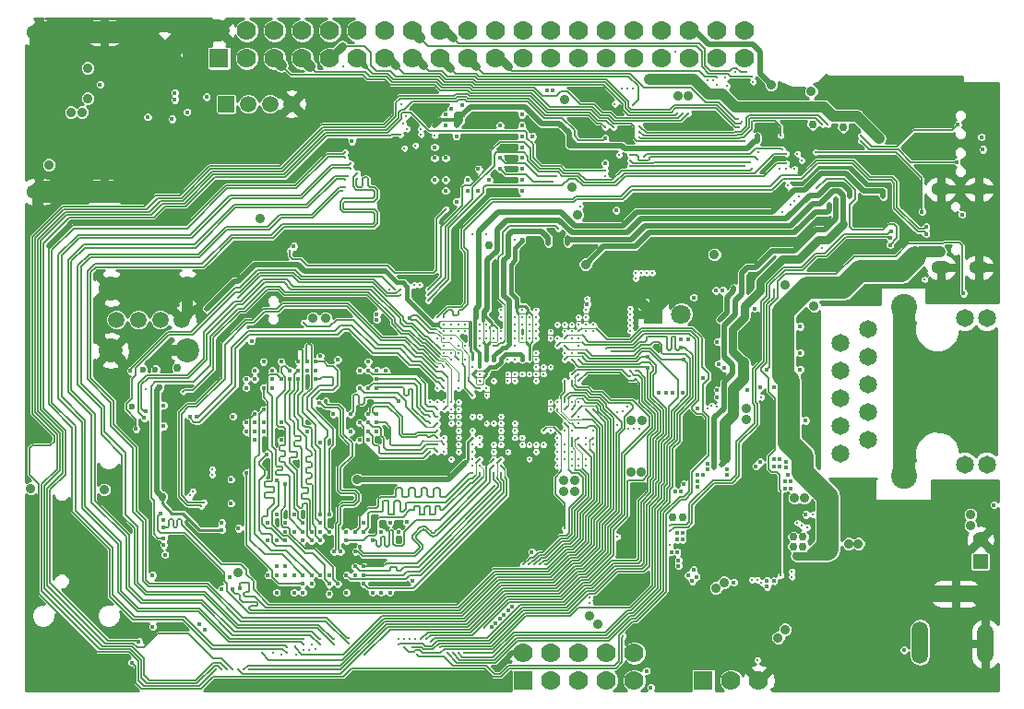
<source format=gbr>
G04 #@! TF.GenerationSoftware,KiCad,Pcbnew,no-vcs-found-ddec803~58~ubuntu14.04.1*
G04 #@! TF.CreationDate,2017-06-02T15:46:38+03:00*
G04 #@! TF.ProjectId,A64-OlinuXino_Rev_D,4136342D4F6C696E7558696E6F5F5265,D*
G04 #@! TF.FileFunction,Copper,L3,Inr,Signal*
G04 #@! TF.FilePolarity,Positive*
%FSLAX46Y46*%
G04 Gerber Fmt 4.6, Leading zero omitted, Abs format (unit mm)*
G04 Created by KiCad (PCBNEW no-vcs-found-ddec803~58~ubuntu14.04.1) date Fri Jun  2 15:46:38 2017*
%MOMM*%
%LPD*%
G01*
G04 APERTURE LIST*
%ADD10C,0.100000*%
%ADD11C,2.400000*%
%ADD12C,1.650000*%
%ADD13O,1.800000X1.200000*%
%ADD14R,1.422400X1.422400*%
%ADD15O,2.300000X1.300000*%
%ADD16O,2.700000X1.300000*%
%ADD17R,0.400000X0.400000*%
%ADD18C,1.500000*%
%ADD19C,2.200000*%
%ADD20C,5.500000*%
%ADD21R,1.500000X1.500000*%
%ADD22C,1.778000*%
%ADD23R,1.778000X1.778000*%
%ADD24R,1.400000X1.400000*%
%ADD25C,1.400000*%
%ADD26R,1.800000X1.800000*%
%ADD27C,1.800000*%
%ADD28O,1.500000X3.900000*%
%ADD29O,1.500000X3.600000*%
%ADD30O,3.700000X1.500000*%
%ADD31C,0.750000*%
%ADD32C,0.900000*%
%ADD33C,0.450000*%
%ADD34C,0.406400*%
%ADD35C,0.327000*%
%ADD36C,0.600000*%
%ADD37C,1.016000*%
%ADD38C,0.508000*%
%ADD39C,2.032000*%
%ADD40C,0.254000*%
%ADD41C,0.203200*%
%ADD42C,0.106600*%
%ADD43C,0.127000*%
%ADD44C,1.524000*%
%ADD45C,0.711200*%
%ADD46C,0.406400*%
%ADD47C,0.762000*%
%ADD48C,0.304800*%
%ADD49C,0.152400*%
G04 APERTURE END LIST*
D10*
D11*
X180975000Y-79883000D03*
X180975000Y-64389000D03*
D12*
X188595000Y-78867000D03*
X186563000Y-78867000D03*
X188595000Y-65405000D03*
X186563000Y-65405000D03*
X175133000Y-77851000D03*
X177673000Y-76581000D03*
X175133000Y-75311000D03*
X177673000Y-74041000D03*
X175133000Y-72771000D03*
X177673000Y-71501000D03*
X175133000Y-70231000D03*
X177673000Y-68961000D03*
X175133000Y-67691000D03*
X177673000Y-66421000D03*
D13*
X187842000Y-53550000D03*
X184372000Y-53550000D03*
X184372000Y-60750000D03*
X187842000Y-60750000D03*
D14*
X166624000Y-67310000D03*
D15*
X101547000Y-39182000D03*
X101547000Y-53782000D03*
D16*
X107597000Y-53782000D03*
X107597000Y-39182000D03*
D17*
X168062000Y-85445500D03*
X167362000Y-85445500D03*
X166662000Y-85445500D03*
X166662000Y-86145500D03*
X166662000Y-86845500D03*
X165062000Y-86845500D03*
X165062000Y-86145500D03*
X165062000Y-85445500D03*
X164362000Y-85445500D03*
X163662000Y-85445500D03*
X163662000Y-83845500D03*
X164362000Y-83845500D03*
X165062000Y-83845500D03*
X165062000Y-83145500D03*
X165062000Y-82445500D03*
X166662000Y-82445500D03*
X166662000Y-83145500D03*
X166662000Y-83845500D03*
X167362000Y-83845500D03*
X168062000Y-83845500D03*
D14*
X165862000Y-84645500D03*
D18*
X114712000Y-65532000D03*
X112712000Y-65532000D03*
X110712000Y-65532000D03*
X108712000Y-65532000D03*
D19*
X108212000Y-68382000D03*
X108212000Y-62682000D03*
X115212000Y-68382000D03*
X115212000Y-62682000D03*
D20*
X172800000Y-96600000D03*
D21*
X118793000Y-45720000D03*
D18*
X120793000Y-45720000D03*
X122793000Y-45720000D03*
X124793000Y-45720000D03*
D22*
X166370000Y-38989000D03*
X166370000Y-41529000D03*
X163830000Y-38989000D03*
X163830000Y-41529000D03*
X161290000Y-38989000D03*
X161290000Y-41529000D03*
X158750000Y-38989000D03*
X158750000Y-41529000D03*
X156210000Y-38989000D03*
X156210000Y-41529000D03*
X146050000Y-38989000D03*
X146050000Y-41529000D03*
X143510000Y-38989000D03*
X143510000Y-41529000D03*
X148590000Y-41529000D03*
X148590000Y-38989000D03*
X151130000Y-38989000D03*
X151130000Y-41529000D03*
X153670000Y-41529000D03*
X153670000Y-38989000D03*
X128270000Y-38989000D03*
X128270000Y-41529000D03*
X125730000Y-41529000D03*
X125730000Y-38989000D03*
X123190000Y-38989000D03*
X123190000Y-41529000D03*
D23*
X118110000Y-41529000D03*
D22*
X118110000Y-38989000D03*
X120650000Y-41529000D03*
X120650000Y-38989000D03*
X130810000Y-41529000D03*
X130810000Y-38989000D03*
X133350000Y-41529000D03*
X133350000Y-38989000D03*
X135890000Y-41529000D03*
X135890000Y-38989000D03*
X138430000Y-41529000D03*
X138430000Y-38989000D03*
X140970000Y-41529000D03*
X140970000Y-38989000D03*
X156210000Y-96139000D03*
X156210000Y-98679000D03*
X153670000Y-98679000D03*
X153670000Y-96139000D03*
X151130000Y-96139000D03*
X151130000Y-98679000D03*
D23*
X146050000Y-98679000D03*
D22*
X146050000Y-96139000D03*
X148590000Y-98679000D03*
X148590000Y-96139000D03*
D23*
X162560000Y-98679000D03*
D22*
X165100000Y-98679000D03*
X167640000Y-98679000D03*
D24*
X187982860Y-87749380D03*
D25*
X187980320Y-85737700D03*
D26*
X157988000Y-65024000D03*
D27*
X160528000Y-65024000D03*
D28*
X182441000Y-95174000D03*
D29*
X188441000Y-95324000D03*
D30*
X185695000Y-90724000D03*
D31*
X170815000Y-85471000D03*
X171704000Y-85471000D03*
D32*
X170058510Y-62357000D03*
X157607000Y-43434000D03*
X178689000Y-48895000D03*
X105537000Y-46482000D03*
X104521000Y-46482000D03*
X121911591Y-56269409D03*
X106045000Y-45212000D03*
D33*
X116967000Y-45085000D03*
D32*
X152908000Y-93472000D03*
X152146000Y-92710000D03*
D33*
X143129000Y-93726000D03*
X143459200Y-93395800D03*
X116840000Y-93980000D03*
X116332000Y-93472000D03*
D32*
X127635000Y-59944000D03*
X128524000Y-59944000D03*
X127635000Y-58928000D03*
D33*
X143637000Y-97536000D03*
D31*
X146558000Y-58674000D03*
D32*
X147447000Y-58674000D03*
D33*
X179451000Y-90678000D03*
D31*
X112903000Y-87884000D03*
D32*
X101092000Y-94361000D03*
X101092000Y-96774000D03*
X102235000Y-97917000D03*
X101092000Y-99060000D03*
X110490000Y-93853000D03*
X107188000Y-89662000D03*
X107188000Y-90551000D03*
D33*
X116459000Y-76962000D03*
X116459000Y-77470000D03*
X118364000Y-83566000D03*
X132080000Y-64262000D03*
X126200000Y-71000000D03*
X123000000Y-69400000D03*
X120600000Y-76600000D03*
X132200000Y-89800000D03*
X129000000Y-89000000D03*
X125800000Y-83400000D03*
X124200000Y-90600000D03*
X159385000Y-98171000D03*
X159385000Y-98679000D03*
D32*
X101092000Y-42672000D03*
X101092000Y-41021000D03*
X106299000Y-50038000D03*
X106299000Y-51943000D03*
X101092000Y-51562000D03*
X101092000Y-49784000D03*
X101092000Y-48006000D03*
X101092000Y-46101000D03*
X101092000Y-44323000D03*
D34*
X147875000Y-75075000D03*
D33*
X174752000Y-49657000D03*
X175260000Y-49657000D03*
X161290000Y-62484000D03*
D32*
X162306000Y-46741510D03*
X163322000Y-46741510D03*
D33*
X100838000Y-83185000D03*
D32*
X128143000Y-46863000D03*
X129921000Y-46863000D03*
X129032000Y-46863000D03*
X130810000Y-44577000D03*
X129921000Y-44577000D03*
D33*
X184912000Y-62484000D03*
X148971000Y-50673000D03*
D32*
X177927000Y-63500000D03*
X176911000Y-63500000D03*
D33*
X178689000Y-56261000D03*
X154813000Y-48895000D03*
X153543000Y-50165000D03*
D32*
X153670000Y-45339000D03*
D33*
X148971000Y-48133000D03*
X148971000Y-49149000D03*
X149606000Y-50927000D03*
D32*
X153797000Y-56007000D03*
X146500000Y-59600000D03*
X146500000Y-60600000D03*
D33*
X137900000Y-46700000D03*
X138900000Y-48700000D03*
X140900000Y-48700000D03*
X143900000Y-46700000D03*
X142900000Y-53700000D03*
X144900000Y-46700000D03*
X144900000Y-47700000D03*
X144900000Y-48700000D03*
X144900000Y-49700000D03*
X144900000Y-50700000D03*
X144900000Y-51700000D03*
X144900000Y-53700000D03*
X144900000Y-52700000D03*
X139900000Y-51700000D03*
X139900000Y-53700000D03*
D32*
X122555000Y-58928000D03*
D33*
X137900000Y-53700000D03*
X131064000Y-49149000D03*
X123825000Y-48514000D03*
D32*
X121793000Y-48260000D03*
X120142000Y-48260000D03*
X118364000Y-48260000D03*
D33*
X122809000Y-48514000D03*
X132600000Y-76600000D03*
X125222000Y-65659000D03*
X131800000Y-71000000D03*
D35*
X138125000Y-64675000D03*
D33*
X132600000Y-69400000D03*
D35*
X145925000Y-66625000D03*
D32*
X164211000Y-58420000D03*
D33*
X158242000Y-68072000D03*
D32*
X161290000Y-76835000D03*
D33*
X166878000Y-61341000D03*
X117602000Y-44196000D03*
X124714000Y-49403000D03*
X126365000Y-51054000D03*
X172085000Y-66167000D03*
D32*
X114681000Y-55880000D03*
X113538000Y-55880000D03*
X107188000Y-91440000D03*
X129794000Y-67183000D03*
D33*
X122200000Y-76600000D03*
X123800000Y-75800000D03*
X131000000Y-69400000D03*
X128200000Y-76800000D03*
X131000000Y-75800000D03*
D32*
X182626000Y-47371000D03*
D33*
X184023000Y-46355000D03*
X182499000Y-45974000D03*
X181229000Y-45974000D03*
X179959000Y-45974000D03*
X179324000Y-45339000D03*
X180594000Y-45339000D03*
X181864000Y-45339000D03*
X183134000Y-45339000D03*
X186436000Y-45593000D03*
X185039000Y-45593000D03*
X177292000Y-43815000D03*
X178689000Y-43815000D03*
X179959000Y-43815000D03*
X181229000Y-43815000D03*
X182499000Y-43815000D03*
X183769000Y-43815000D03*
X185039000Y-43815000D03*
X179324000Y-43434000D03*
X178054000Y-43434000D03*
D32*
X167132000Y-54737000D03*
X174503225Y-60584225D03*
D33*
X144272000Y-99314000D03*
D32*
X148971000Y-84836000D03*
X137922000Y-91053480D03*
X139446000Y-91053480D03*
X101092000Y-76327000D03*
X102362000Y-94361000D03*
X102362000Y-95504000D03*
X107569000Y-80010000D03*
X111379000Y-94234000D03*
X123571000Y-58928000D03*
D33*
X154305000Y-71628000D03*
D32*
X183642000Y-55118000D03*
X184658000Y-55118000D03*
D35*
X140725000Y-67275000D03*
X138775000Y-75075000D03*
X139425000Y-75725000D03*
X152425000Y-65325000D03*
X145925000Y-74425000D03*
D33*
X107188000Y-43307000D03*
X107188000Y-50800000D03*
X107188000Y-49276000D03*
X107188000Y-47752000D03*
X107188000Y-46228000D03*
X111506000Y-51816000D03*
X111506000Y-48895000D03*
X111506000Y-45974000D03*
X113792000Y-45974000D03*
X113792000Y-51816000D03*
X113792000Y-48895000D03*
D32*
X102108000Y-76327000D03*
D33*
X119200000Y-83100000D03*
X132200000Y-84200000D03*
X130600000Y-84200000D03*
D35*
X145275000Y-74425000D03*
X143325000Y-74425000D03*
D34*
X147225000Y-75075000D03*
X146575000Y-75075000D03*
X146575000Y-74425000D03*
X147225000Y-74425000D03*
X147875000Y-74425000D03*
X143325000Y-73775000D03*
X143975000Y-73775000D03*
X144625000Y-73775000D03*
X145275000Y-73775000D03*
X145925000Y-73775000D03*
X146575000Y-73775000D03*
X147225000Y-73775000D03*
X146575000Y-73125000D03*
X145925000Y-73125000D03*
X145275000Y-73125000D03*
X144625000Y-73125000D03*
X143975000Y-73125000D03*
X142675000Y-73125000D03*
X143325000Y-73125000D03*
X147875000Y-73775000D03*
D35*
X149175000Y-74425000D03*
X148525000Y-74425000D03*
D34*
X147875000Y-72475000D03*
X147225000Y-72475000D03*
X146575000Y-72475000D03*
X145925000Y-72475000D03*
X145275000Y-72475000D03*
X144625000Y-72475000D03*
D35*
X143325000Y-72475000D03*
D34*
X143975000Y-72475000D03*
X147875000Y-73125000D03*
X147225000Y-73125000D03*
D35*
X148525000Y-72475000D03*
X147875000Y-71825000D03*
X147225000Y-71825000D03*
X146575000Y-71825000D03*
X143975000Y-71175000D03*
X143325000Y-71825000D03*
X143975000Y-71825000D03*
X144625000Y-71825000D03*
X145275000Y-71825000D03*
X145925000Y-71175000D03*
X146575000Y-71175000D03*
X145925000Y-71825000D03*
X146575000Y-69875000D03*
X145925000Y-69875000D03*
X144625000Y-69875000D03*
X145275000Y-69875000D03*
D32*
X182753000Y-49657000D03*
X169672000Y-44577000D03*
X181610000Y-54991000D03*
X187325000Y-46101000D03*
X189103000Y-46101000D03*
D33*
X171831000Y-73025000D03*
X171831000Y-73533000D03*
X168021000Y-58166000D03*
D36*
X168021000Y-58801000D03*
D32*
X155829000Y-86741000D03*
X172085000Y-75819000D03*
X155829000Y-84709000D03*
X187452000Y-81026000D03*
X187452000Y-82169000D03*
D33*
X175514000Y-89027000D03*
X175514000Y-88265000D03*
X179832000Y-88900000D03*
X180340000Y-88900000D03*
D32*
X176784000Y-92202000D03*
X148971000Y-83820000D03*
D35*
X147225000Y-75725000D03*
X148525000Y-77025000D03*
X147225000Y-76375000D03*
X147875000Y-78325000D03*
D32*
X156083000Y-89408000D03*
X157099000Y-89408000D03*
X171831000Y-88265000D03*
D35*
X149175000Y-71175000D03*
D33*
X176530000Y-43434000D03*
X173990000Y-43434000D03*
X175260000Y-43434000D03*
D32*
X176530000Y-44577000D03*
D33*
X185674000Y-43434000D03*
X184404000Y-43434000D03*
X183134000Y-43434000D03*
X181864000Y-43434000D03*
X180594000Y-43434000D03*
D32*
X188976000Y-44450000D03*
X181737000Y-49657000D03*
D33*
X178689000Y-56769000D03*
D35*
X143975000Y-65975000D03*
X142675000Y-71175000D03*
X143325000Y-70525000D03*
X142025000Y-71175000D03*
X142025000Y-73775000D03*
D33*
X128200000Y-69200000D03*
X124600000Y-69400000D03*
X121400000Y-69400000D03*
X126200000Y-75000000D03*
X122428000Y-78613000D03*
X125222000Y-78613000D03*
X129400000Y-70200000D03*
X129800000Y-69200000D03*
X128600000Y-75000000D03*
X129000000Y-76800000D03*
X130200000Y-75000000D03*
X133400000Y-75800000D03*
X124200000Y-83400000D03*
X123400000Y-84200000D03*
X122600000Y-90600000D03*
X126600000Y-90600000D03*
X128200000Y-84200000D03*
D35*
X142025000Y-75725000D03*
X137475000Y-79625000D03*
X138775000Y-78325000D03*
X142025000Y-77675000D03*
X144625000Y-77025000D03*
X143975000Y-77675000D03*
X145275000Y-77675000D03*
X145275000Y-77025000D03*
D33*
X133000000Y-84200000D03*
X131400000Y-90600000D03*
X135400000Y-90600000D03*
X133000000Y-89800000D03*
X134600000Y-84200000D03*
X130600000Y-90600000D03*
X134600000Y-90600000D03*
X130600000Y-89800000D03*
X134600000Y-85800000D03*
X132200000Y-85000000D03*
D34*
X142675000Y-73775000D03*
D35*
X148525000Y-75075000D03*
D33*
X127254000Y-67437000D03*
X125349000Y-67437000D03*
X123444000Y-67437000D03*
X121885000Y-67437000D03*
X121100000Y-67500000D03*
X128200000Y-89000000D03*
X146812000Y-86868000D03*
X121400000Y-76600000D03*
X123800000Y-76600000D03*
X129000000Y-69200000D03*
D32*
X166497000Y-73660000D03*
D35*
X143975000Y-74425000D03*
D33*
X134600000Y-85000000D03*
X133800000Y-84200000D03*
X131400000Y-84200000D03*
D35*
X142675000Y-75075000D03*
X143325000Y-75075000D03*
X143975000Y-75725000D03*
X143975000Y-76375000D03*
X143975000Y-75075000D03*
X145275000Y-75075000D03*
X145275000Y-75725000D03*
D32*
X166497000Y-74676000D03*
D35*
X141375000Y-74425000D03*
X142025000Y-74425000D03*
D33*
X119200000Y-82400000D03*
X126200000Y-70200000D03*
X127000000Y-70200000D03*
X123800000Y-69400000D03*
X122200000Y-69400000D03*
X126200000Y-75800000D03*
X133400000Y-70200000D03*
X132600000Y-70200000D03*
X131000000Y-70200000D03*
X131800000Y-69400000D03*
X128600000Y-74200000D03*
X127400000Y-76800000D03*
X130200000Y-75800000D03*
X132600000Y-75800000D03*
X131000000Y-76600000D03*
X125000000Y-83400000D03*
X123400000Y-83400000D03*
X127400000Y-85000000D03*
X123400000Y-90600000D03*
X125000000Y-90600000D03*
X135900000Y-89500000D03*
X129800000Y-85000000D03*
X133000000Y-85000000D03*
X132200000Y-90600000D03*
X135354607Y-84148773D03*
X133800000Y-90600000D03*
X133000000Y-90600000D03*
X130600000Y-89000000D03*
X129800000Y-90600000D03*
X131800000Y-76600000D03*
X119380000Y-74422000D03*
X119200000Y-80200000D03*
X119900000Y-84700000D03*
X123800000Y-75000000D03*
X126600000Y-89800000D03*
X127400000Y-68900000D03*
D32*
X130800000Y-80200000D03*
D35*
X141375000Y-76375000D03*
D33*
X124968000Y-58801000D03*
D32*
X107569000Y-81153000D03*
X100838000Y-81026000D03*
D33*
X118364000Y-84201000D03*
X157734000Y-99314000D03*
D32*
X149860000Y-45333490D03*
X160274000Y-44958000D03*
X161163000Y-44952490D03*
D33*
X154559000Y-55499000D03*
X153543000Y-51181000D03*
D32*
X151003000Y-55880000D03*
D33*
X130302000Y-49149000D03*
D35*
X147875000Y-69875000D03*
D32*
X163576000Y-59563000D03*
D33*
X143891000Y-92964000D03*
X144221200Y-92633800D03*
X186309000Y-55880000D03*
D32*
X119888000Y-88773000D03*
D35*
X144625000Y-69225000D03*
X147875000Y-70525000D03*
D31*
X142875000Y-58674000D03*
D32*
X172466000Y-44577000D03*
D33*
X180975000Y-95885000D03*
D35*
X148525000Y-69875000D03*
X145275000Y-67925000D03*
X145275000Y-67275000D03*
D32*
X156839490Y-79502000D03*
X155956000Y-79502000D03*
D33*
X146900000Y-48700000D03*
X118364000Y-84836000D03*
D31*
X112903000Y-81788000D03*
D36*
X112649000Y-71755000D03*
D33*
X132588000Y-65024000D03*
X132588000Y-65532000D03*
D35*
X137475000Y-73125000D03*
D33*
X113030000Y-85598000D03*
D35*
X140075000Y-71175000D03*
D36*
X110109000Y-73533000D03*
D32*
X127889000Y-65405000D03*
D33*
X160147000Y-86868000D03*
X159639000Y-86868000D03*
D35*
X145925000Y-69225000D03*
X141375000Y-70525000D03*
D31*
X172593000Y-47625000D03*
D36*
X111125000Y-70104000D03*
D32*
X126746000Y-65405000D03*
D35*
X140075000Y-71825000D03*
D33*
X170053000Y-81026000D03*
X170561000Y-81026000D03*
D35*
X138775000Y-73125000D03*
X116713000Y-82296000D03*
X138125000Y-69875000D03*
X141375000Y-72475000D03*
X142025000Y-71825000D03*
D33*
X135636000Y-65405000D03*
D35*
X138125000Y-71825000D03*
D33*
X119126000Y-89154000D03*
X113030000Y-86233000D03*
D35*
X138125000Y-73125000D03*
X116459000Y-82677000D03*
X138775000Y-69875000D03*
X140075000Y-73125000D03*
X140075000Y-73775000D03*
D32*
X184277000Y-59309000D03*
D31*
X171069000Y-87249000D03*
X171958000Y-87249000D03*
D32*
X183261000Y-59309000D03*
D35*
X182880000Y-61849000D03*
D33*
X179705000Y-58674000D03*
D35*
X156718000Y-75565000D03*
X172974000Y-53467000D03*
D32*
X102489000Y-51308000D03*
D31*
X114300000Y-69977000D03*
D33*
X162052000Y-80899000D03*
X162052000Y-80391000D03*
D35*
X145275000Y-69225000D03*
D33*
X174752000Y-53721000D03*
X164211000Y-56896000D03*
X164719000Y-56896000D03*
X150114000Y-58547000D03*
X150114000Y-58039000D03*
D35*
X147225000Y-68575000D03*
D33*
X164211000Y-78867000D03*
X164592000Y-78486000D03*
X176022000Y-54229000D03*
X176022000Y-53721000D03*
D35*
X142675000Y-69225000D03*
D33*
X160147000Y-85725000D03*
X160655000Y-85725000D03*
X179070000Y-53721000D03*
X179070000Y-54229000D03*
X144780000Y-55626000D03*
X169545000Y-78359000D03*
X169037000Y-78359000D03*
D35*
X142025000Y-69875000D03*
D32*
X150749000Y-80269520D03*
X149733000Y-81280000D03*
X149733000Y-80264000D03*
D35*
X149175000Y-77025000D03*
X149825000Y-77025000D03*
X148525000Y-75725000D03*
X149175000Y-76375000D03*
X150475000Y-77675000D03*
X149825000Y-77675000D03*
X149175000Y-77675000D03*
X151775000Y-78975000D03*
X151775000Y-78325000D03*
X150475000Y-78975000D03*
X151125000Y-78975000D03*
X151125000Y-78325000D03*
X150475000Y-78325000D03*
X149825000Y-78325000D03*
X149175000Y-78325000D03*
X149175000Y-78975000D03*
D32*
X150749000Y-81280000D03*
D33*
X160782000Y-80645000D03*
D32*
X163703000Y-90170000D03*
D33*
X160528000Y-81280000D03*
X160020000Y-81280000D03*
D32*
X187071000Y-84455000D03*
X187071000Y-83439000D03*
D33*
X169545000Y-78994000D03*
X169037000Y-78994000D03*
X167386000Y-78994000D03*
X167767000Y-78613000D03*
X164719000Y-79756000D03*
X164719000Y-79248000D03*
X162941000Y-79248000D03*
X162941000Y-78740000D03*
D31*
X159766000Y-83693000D03*
X160655000Y-83693000D03*
D33*
X160274000Y-88138000D03*
X160274000Y-87630000D03*
D32*
X164465000Y-89662000D03*
D31*
X171704000Y-86360000D03*
X170815000Y-86360000D03*
D32*
X171831000Y-81915000D03*
X170942000Y-81915000D03*
X175895000Y-86106000D03*
X176784000Y-86106000D03*
D33*
X171958000Y-83439000D03*
D32*
X169418000Y-94742000D03*
X170053000Y-93980000D03*
D33*
X161925000Y-89154000D03*
X161544000Y-89535000D03*
D36*
X112268000Y-70104000D03*
D33*
X116967000Y-64516000D03*
X168402000Y-90043000D03*
X168402000Y-89535000D03*
D35*
X141375000Y-69225000D03*
D32*
X156972000Y-74803000D03*
X155956000Y-74803000D03*
D35*
X144625000Y-71175000D03*
X145275000Y-71175000D03*
X147225000Y-71175000D03*
X147225000Y-69875000D03*
X147225000Y-70525000D03*
X146575000Y-70525000D03*
X145925000Y-70525000D03*
X144625000Y-70525000D03*
X145275000Y-70525000D03*
X142675000Y-72475000D03*
X143325000Y-71175000D03*
X142675000Y-71825000D03*
X177038000Y-48641000D03*
D33*
X185928000Y-47625000D03*
D35*
X129540000Y-42291000D03*
X140075000Y-68575000D03*
X167894000Y-72644000D03*
X167005000Y-89408000D03*
D33*
X144653000Y-92202000D03*
X144983200Y-91871800D03*
X162560000Y-79756000D03*
X162052000Y-79756000D03*
X174752000Y-54483000D03*
X163576000Y-79121000D03*
X163576000Y-78613000D03*
X174752000Y-54991000D03*
D32*
X151759490Y-60452000D03*
D33*
X174117000Y-55499000D03*
X174117000Y-54991000D03*
X160147000Y-85090000D03*
X160655000Y-85090000D03*
X170053000Y-80391000D03*
X170561000Y-80391000D03*
D32*
X168783000Y-43942000D03*
D33*
X170307000Y-79756000D03*
D35*
X177038000Y-49149000D03*
D33*
X185801000Y-51054000D03*
D35*
X172085000Y-84582000D03*
D33*
X148209000Y-44450000D03*
X148717000Y-44450000D03*
X148336000Y-58039000D03*
X148336000Y-58547000D03*
D31*
X175387000Y-47879000D03*
D35*
X143325000Y-69225000D03*
D33*
X170180000Y-79121000D03*
X170180000Y-78613000D03*
X169037000Y-89535000D03*
D35*
X138125000Y-67275000D03*
X136525000Y-62357000D03*
X136017000Y-62357000D03*
X138775000Y-67925000D03*
D33*
X145923000Y-58166000D03*
D35*
X146575000Y-69225000D03*
X141375000Y-69875000D03*
X133731000Y-62738000D03*
X167513000Y-96774000D03*
D33*
X157353000Y-97790000D03*
D35*
X150475000Y-75725000D03*
X148525000Y-73125000D03*
D33*
X107188000Y-43942000D03*
X113792000Y-47117000D03*
X111569500Y-46926500D03*
D35*
X140725000Y-66625000D03*
D32*
X106045000Y-42418000D03*
D35*
X163830000Y-43942000D03*
X151775000Y-65975000D03*
X157861000Y-61214000D03*
X140075000Y-65975000D03*
X152425000Y-66625000D03*
X139425000Y-67275000D03*
X150475000Y-65975000D03*
X139425000Y-65975000D03*
X164719000Y-44069000D03*
X151775000Y-66625000D03*
X139425000Y-66625000D03*
X156083000Y-44323000D03*
X149825000Y-65975000D03*
X138775000Y-65975000D03*
X163449000Y-43561000D03*
X151775000Y-65325000D03*
X138775000Y-67275000D03*
X150475000Y-68575000D03*
X164592000Y-43307000D03*
X155575000Y-44323000D03*
X151257000Y-55118000D03*
X147225000Y-67275000D03*
X163830000Y-43307000D03*
X152425000Y-65975000D03*
X166370000Y-49149000D03*
X151125000Y-67925000D03*
X140725000Y-69225000D03*
X119888000Y-63500000D03*
X134747000Y-63246000D03*
X161163000Y-46609000D03*
X151775000Y-64675000D03*
X160147000Y-46609000D03*
X151125000Y-65325000D03*
X160020000Y-40894000D03*
X148525000Y-73775000D03*
X160655000Y-46609000D03*
X151125000Y-65975000D03*
X167132000Y-43688000D03*
X155702000Y-75565000D03*
X151125000Y-67275000D03*
X165862000Y-47879000D03*
X165481000Y-42799000D03*
X149175000Y-73125000D03*
X166116000Y-47371000D03*
X149825000Y-68575000D03*
X167005000Y-43180000D03*
X156210000Y-75565000D03*
X156083000Y-45847000D03*
X149825000Y-66625000D03*
X166497000Y-42799000D03*
X149825000Y-75725000D03*
X165735000Y-47117000D03*
X150475000Y-67275000D03*
X155067000Y-44323000D03*
X154813000Y-50419000D03*
X147225000Y-66625000D03*
D33*
X115189000Y-46482000D03*
D35*
X142025000Y-65975000D03*
D33*
X114046000Y-45339000D03*
D35*
X140075000Y-66625000D03*
D33*
X115443000Y-74422000D03*
D35*
X138775000Y-71825000D03*
X111379000Y-71882000D03*
X125857000Y-65786000D03*
X138775000Y-73775000D03*
D33*
X116078000Y-74422000D03*
D35*
X138775000Y-71175000D03*
X122051034Y-96134966D03*
X150475000Y-73775000D03*
X149825000Y-73125000D03*
X120904000Y-97663000D03*
X149825000Y-73775000D03*
X120396000Y-97663000D03*
X123063000Y-96139000D03*
X148082000Y-88011000D03*
X152425000Y-76375000D03*
X150475000Y-71175000D03*
X156083000Y-73660000D03*
X119888000Y-97663000D03*
X123825000Y-96266000D03*
X155194000Y-73914000D03*
D33*
X163703000Y-62865000D03*
D35*
X151125000Y-77025000D03*
X147574000Y-88011000D03*
X125222000Y-96266000D03*
X125095000Y-95504000D03*
X150475000Y-74425000D03*
X125857000Y-95885000D03*
X162941000Y-73660000D03*
X126365000Y-95885000D03*
X163830000Y-73533000D03*
X127000000Y-95758000D03*
D33*
X162052000Y-73660000D03*
D35*
X142494000Y-93853000D03*
X156337000Y-70231000D03*
X149175000Y-67925000D03*
X139573000Y-96139000D03*
X151125000Y-70525000D03*
X131495800Y-96342200D03*
X149825000Y-67275000D03*
X139065000Y-96139000D03*
X151125000Y-68575000D03*
X138430000Y-95631000D03*
X151125000Y-66625000D03*
X136271000Y-96266000D03*
X140589000Y-96139000D03*
X154178000Y-68453000D03*
X140081000Y-96139000D03*
X153670000Y-68199000D03*
D33*
X160528000Y-68072000D03*
D35*
X137160000Y-94869000D03*
X155829000Y-70231000D03*
X136144000Y-94869000D03*
D33*
X163830000Y-72009000D03*
D35*
X135636000Y-94869000D03*
D33*
X163830000Y-72644000D03*
D35*
X135128000Y-94869000D03*
X163322000Y-73406000D03*
X150475000Y-73125000D03*
X154686000Y-85471000D03*
X134620000Y-94869000D03*
X151125000Y-69225000D03*
X134620000Y-95377000D03*
X135128000Y-95631000D03*
D33*
X160782000Y-69215000D03*
D35*
X149825000Y-67925000D03*
X136652000Y-94869000D03*
X156337000Y-70993000D03*
X151125000Y-71175000D03*
X135890000Y-95631000D03*
D33*
X157480000Y-68961000D03*
D35*
X149825000Y-69225000D03*
X137541000Y-95123000D03*
X150475000Y-69225000D03*
D33*
X157480000Y-69977000D03*
X112776000Y-83312000D03*
D35*
X152425000Y-73775000D03*
D33*
X113030000Y-83947000D03*
D35*
X151775000Y-76375000D03*
X149175000Y-73775000D03*
D33*
X113030000Y-84582000D03*
X113157000Y-87122000D03*
D35*
X154686000Y-75184000D03*
D33*
X120015000Y-90170000D03*
D35*
X149825000Y-71175000D03*
D33*
X119380000Y-90297000D03*
D35*
X151775000Y-73775000D03*
X154686000Y-74041000D03*
D33*
X118364000Y-90297000D03*
D35*
X147066000Y-88011000D03*
X151125000Y-76375000D03*
X146050000Y-88011000D03*
X149825000Y-75075000D03*
X147225000Y-64675000D03*
X124333000Y-95631000D03*
X129667000Y-50673000D03*
X146558000Y-88011000D03*
X150475000Y-76375000D03*
X124333000Y-96139000D03*
X147225000Y-65325000D03*
X129667000Y-50165000D03*
X129992889Y-94811792D03*
X145925000Y-65325000D03*
X130810000Y-52578000D03*
X125857000Y-94869000D03*
X146575000Y-65975000D03*
X130175000Y-51689000D03*
X129988170Y-95317170D03*
X145925000Y-64675000D03*
X130810000Y-52070000D03*
X125857000Y-95377000D03*
X146575000Y-65325000D03*
X130175000Y-51181000D03*
X128651000Y-94869000D03*
X129413000Y-53721000D03*
X143975000Y-65325000D03*
X145275000Y-65975000D03*
X127381000Y-94869000D03*
X129667000Y-52705000D03*
X128651000Y-95377000D03*
X129667000Y-53340000D03*
X143975000Y-64675000D03*
X145275000Y-65325000D03*
X127381000Y-95377000D03*
X129921000Y-52324000D03*
X153543000Y-52324000D03*
D33*
X188214000Y-49911000D03*
X120600000Y-71000000D03*
D35*
X139425000Y-73775000D03*
D33*
X122600000Y-84200000D03*
D35*
X141375000Y-78975000D03*
X141375000Y-78325000D03*
D33*
X128200000Y-90700000D03*
X125800000Y-90600000D03*
D35*
X149100000Y-52400000D03*
D33*
X143900000Y-50700000D03*
D35*
X142621000Y-57658000D03*
X143325000Y-67275000D03*
D33*
X182626000Y-55626000D03*
D35*
X151125000Y-75075000D03*
X172847000Y-50165000D03*
X169037000Y-62738000D03*
X169672000Y-89027000D03*
X173431200Y-58978800D03*
X124587000Y-59182000D03*
X138938000Y-55372000D03*
D33*
X114046000Y-44704000D03*
D35*
X140725000Y-65975000D03*
X169545000Y-51689000D03*
X149175000Y-65975000D03*
X155829000Y-50927000D03*
X166877994Y-51054000D03*
X169799000Y-55626000D03*
X137287000Y-62738000D03*
X167005000Y-51689000D03*
X155829000Y-70739000D03*
X150475000Y-70525000D03*
X152425000Y-77025000D03*
X152425000Y-75725000D03*
X151125000Y-74425000D03*
X159512000Y-86233000D03*
X171196000Y-84201000D03*
X134747000Y-48514000D03*
D33*
X110744000Y-95123000D03*
D35*
X170688000Y-89154000D03*
X171577000Y-84455000D03*
X142025000Y-67925000D03*
X159512000Y-84455000D03*
D33*
X179832000Y-57404000D03*
X179705000Y-58039000D03*
D35*
X159512000Y-84963000D03*
D33*
X110490000Y-75565000D03*
D35*
X134747000Y-62738000D03*
X139425000Y-68575000D03*
X152146000Y-91567000D03*
X167513000Y-89408000D03*
D33*
X188087000Y-48768000D03*
X109982000Y-70231000D03*
D35*
X134239000Y-62738000D03*
X138775000Y-68575000D03*
D33*
X110109000Y-97028000D03*
D35*
X167894000Y-89662000D03*
X155194000Y-94615000D03*
X142025000Y-70525000D03*
X151125000Y-73125000D03*
X134874000Y-45720000D03*
X145275000Y-66625000D03*
X135255000Y-46863000D03*
X143975000Y-67275000D03*
X135001000Y-47498000D03*
X143325000Y-66625000D03*
X135382000Y-48006000D03*
X142675000Y-66625000D03*
X136652000Y-48514000D03*
X145925000Y-67275000D03*
D33*
X138900000Y-53700000D03*
D35*
X136144000Y-49530000D03*
X143975000Y-66625000D03*
D33*
X138900000Y-52700000D03*
D35*
X142675000Y-65975000D03*
X135128000Y-49784000D03*
D33*
X140900000Y-53700000D03*
D35*
X137922000Y-48641000D03*
X145925000Y-65975000D03*
D33*
X141900000Y-53700000D03*
D35*
X148717000Y-52832000D03*
D33*
X143900000Y-51700000D03*
D35*
X141351000Y-57658000D03*
X142025000Y-66625000D03*
X136652000Y-48006000D03*
X145288000Y-58166000D03*
D33*
X141900000Y-51700000D03*
D35*
X114808000Y-72136000D03*
X139425000Y-73125000D03*
X167640000Y-50165000D03*
X157353000Y-61214000D03*
X155829000Y-51435000D03*
X166370004Y-51435000D03*
X148525000Y-67275000D03*
X169799000Y-49911000D03*
X157099000Y-50546000D03*
X150475000Y-66625000D03*
X170180000Y-51689000D03*
X156845000Y-61214000D03*
X155829000Y-50419000D03*
X167513000Y-50800000D03*
X148525000Y-66625000D03*
X171577000Y-50927000D03*
X155829000Y-66040000D03*
X137287000Y-63246000D03*
X170180000Y-50292000D03*
X170180000Y-51181000D03*
X137287000Y-63754000D03*
X154305000Y-47879000D03*
X149225000Y-57150000D03*
X117856000Y-97663000D03*
X143325000Y-67925000D03*
X118872000Y-97663000D03*
D33*
X153543000Y-48895000D03*
D35*
X146575000Y-66625000D03*
X153543000Y-47879000D03*
X118364000Y-97663000D03*
X147225000Y-65975000D03*
X119380000Y-97663000D03*
X154432000Y-45720000D03*
X153543000Y-51816000D03*
X146575000Y-67275000D03*
X170688000Y-88646000D03*
X172593000Y-83439000D03*
X170942000Y-51689000D03*
X156337000Y-61214000D03*
X170307000Y-53213000D03*
X156337000Y-61722000D03*
X156718000Y-47752000D03*
X138775000Y-66625000D03*
X173990000Y-47625000D03*
X170942000Y-54610000D03*
X155829000Y-65024000D03*
X171323000Y-54229000D03*
X155829000Y-64516000D03*
X156718000Y-48768000D03*
X140725000Y-67925000D03*
X169672000Y-48641000D03*
X173482000Y-47625000D03*
X156718000Y-48260000D03*
X140075000Y-67925000D03*
D33*
X130600000Y-85000000D03*
D35*
X141375000Y-79625000D03*
X142025000Y-79625000D03*
D33*
X129800000Y-85800000D03*
D35*
X143325000Y-79625000D03*
D33*
X130600000Y-88200000D03*
X129800000Y-89000000D03*
D35*
X143975000Y-79625000D03*
D33*
X134620000Y-73025000D03*
X130200000Y-74200000D03*
X132200000Y-85800000D03*
D35*
X142025000Y-78975000D03*
D33*
X131400000Y-88200000D03*
D35*
X143383000Y-80772000D03*
D33*
X131400000Y-89800000D03*
D35*
X143975000Y-78975000D03*
D33*
X120600000Y-75800000D03*
D35*
X139425000Y-78325000D03*
D33*
X122600000Y-89000000D03*
X121400000Y-75800000D03*
D35*
X141375000Y-77675000D03*
D33*
X123400000Y-89000000D03*
X131400000Y-85000000D03*
D35*
X142025000Y-78325000D03*
D33*
X123400000Y-80300000D03*
D35*
X143325000Y-77675000D03*
D33*
X128200000Y-89800000D03*
X131400000Y-89000000D03*
D35*
X143975000Y-78325000D03*
D33*
X120600000Y-79600000D03*
D35*
X147225000Y-77675000D03*
D33*
X125800000Y-89800000D03*
D35*
X137475000Y-77675000D03*
D33*
X131000000Y-75000000D03*
D35*
X138125000Y-77675000D03*
D33*
X131800000Y-75800000D03*
X121400000Y-71000000D03*
X123400000Y-85800000D03*
D35*
X138775000Y-77675000D03*
D33*
X121400000Y-70200000D03*
X124200000Y-84200000D03*
D35*
X140075000Y-77675000D03*
D33*
X123000000Y-71000000D03*
X124200000Y-85000000D03*
D35*
X141375000Y-77025000D03*
D33*
X120600000Y-75000000D03*
D35*
X143325000Y-77025000D03*
D33*
X123400000Y-88200000D03*
X122500000Y-77900000D03*
X127400000Y-89000000D03*
D35*
X144625000Y-77675000D03*
D33*
X122200000Y-75000000D03*
X125000000Y-89000000D03*
D35*
X146575000Y-78325000D03*
D33*
X122200000Y-73800000D03*
X126600000Y-89000000D03*
D35*
X147225000Y-77025000D03*
D33*
X121400000Y-75000000D03*
D35*
X147875000Y-77025000D03*
D33*
X124200000Y-88200000D03*
X131800000Y-75000000D03*
D35*
X138125000Y-77025000D03*
D33*
X132600000Y-75000000D03*
D35*
X138775000Y-77025000D03*
D33*
X126200000Y-69400000D03*
X127400000Y-83400000D03*
D35*
X140075000Y-77025000D03*
D33*
X125400000Y-70200000D03*
X126600000Y-85000000D03*
D35*
X140075000Y-76375000D03*
D33*
X125400000Y-69400000D03*
X127400000Y-84200000D03*
D35*
X142025000Y-77025000D03*
D33*
X121400000Y-74200000D03*
X125800000Y-89000000D03*
D35*
X143975000Y-77025000D03*
D33*
X122200000Y-71800000D03*
D35*
X145925000Y-77025000D03*
D33*
X124200000Y-85800000D03*
X123000000Y-71800000D03*
D35*
X145925000Y-76375000D03*
D33*
X125800000Y-85800000D03*
D35*
X151775000Y-77025000D03*
D33*
X123800000Y-71000000D03*
D35*
X138775000Y-76375000D03*
D33*
X125800000Y-85000000D03*
X124200000Y-80600000D03*
D35*
X142025000Y-76375000D03*
D33*
X129000000Y-89800000D03*
D35*
X145275000Y-76375000D03*
D33*
X123000000Y-70200000D03*
X125000000Y-85000000D03*
X122200000Y-75800000D03*
X124200000Y-89000000D03*
D35*
X146575000Y-77025000D03*
X152146000Y-91059000D03*
X149860000Y-84709000D03*
D33*
X165354000Y-89662000D03*
D35*
X147875000Y-75725000D03*
D33*
X132600000Y-71800000D03*
D35*
X137475000Y-75075000D03*
X138125000Y-75075000D03*
D33*
X131000000Y-71800000D03*
X127000000Y-69400000D03*
X128200000Y-83400000D03*
D35*
X140075000Y-75725000D03*
D33*
X127000000Y-71000000D03*
D35*
X141375000Y-75725000D03*
D33*
X128200000Y-85000000D03*
X131800000Y-71800000D03*
D35*
X137475000Y-74425000D03*
D33*
X132600000Y-71000000D03*
D35*
X138125000Y-74425000D03*
D33*
X124600000Y-71000000D03*
D35*
X139425000Y-74425000D03*
D33*
X126600000Y-85800000D03*
X124600000Y-70200000D03*
D35*
X139425000Y-75075000D03*
D33*
X125800000Y-84200000D03*
X120600000Y-71800000D03*
X122600000Y-85800000D03*
D35*
X140075000Y-75075000D03*
X138125000Y-73775000D03*
D33*
X131800000Y-70200000D03*
X125400000Y-71000000D03*
D35*
X140075000Y-74425000D03*
D33*
X127400000Y-85800000D03*
D35*
X155829000Y-66548000D03*
X171196000Y-50292000D03*
X170561000Y-54991000D03*
X155829000Y-65532000D03*
X126619000Y-95377000D03*
X155575000Y-73533000D03*
X142675000Y-67275000D03*
X142025000Y-67275000D03*
D33*
X130644024Y-86835010D03*
D35*
X143325000Y-78975000D03*
D33*
X131052024Y-86427010D03*
D35*
X143325000Y-78325000D03*
D33*
X127300000Y-73200000D03*
X128676400Y-86842600D03*
X127889000Y-73025000D03*
X129260600Y-86842600D03*
D35*
X138125000Y-76375000D03*
D33*
X132600000Y-74200000D03*
X131800000Y-74200000D03*
D35*
X138125000Y-75725000D03*
D33*
X151892000Y-64135000D03*
D35*
X149175000Y-67275000D03*
D32*
X181610000Y-69215000D03*
X184785000Y-69215000D03*
X187325000Y-69215000D03*
X188595000Y-70485000D03*
X185420000Y-70485000D03*
X182245000Y-70485000D03*
X180975000Y-71755000D03*
X184150000Y-71755000D03*
X187325000Y-71755000D03*
X188595000Y-73025000D03*
X185420000Y-73025000D03*
X182245000Y-73025000D03*
X180975000Y-74295000D03*
X184150000Y-74295000D03*
X187325000Y-74295000D03*
X188595000Y-75565000D03*
X185420000Y-75565000D03*
X182245000Y-75565000D03*
D33*
X160528000Y-67310000D03*
X162560000Y-70866000D03*
X167767000Y-71755000D03*
X164084000Y-65532000D03*
X165354000Y-62611000D03*
D32*
X172720000Y-64262000D03*
D33*
X171450000Y-70104000D03*
X166624000Y-72009000D03*
X169037000Y-71755000D03*
X164465000Y-69977000D03*
X163957000Y-69596000D03*
X163830000Y-67564000D03*
X161671000Y-63500000D03*
X167259000Y-64516000D03*
X171450000Y-68580000D03*
X171450000Y-66167000D03*
X161163000Y-67310000D03*
X189230000Y-82550000D03*
X171958000Y-74803000D03*
X186436000Y-63119000D03*
X168402000Y-70104000D03*
X164338000Y-62865000D03*
X158496000Y-72263000D03*
X160655000Y-72263000D03*
X159131000Y-72263000D03*
X159766000Y-72263000D03*
X167513000Y-49149000D03*
X167513000Y-48641000D03*
X139900000Y-47700000D03*
X150241000Y-49530000D03*
X150241000Y-48895000D03*
X143900000Y-46000000D03*
D32*
X150495000Y-53340000D03*
D33*
X139900000Y-46700000D03*
X137900000Y-47700000D03*
X139900000Y-48700000D03*
X143900000Y-47700000D03*
X142900000Y-52700000D03*
X139900000Y-54700000D03*
X140900000Y-52700000D03*
X137900000Y-52700000D03*
D35*
X147225000Y-69225000D03*
D33*
X145900000Y-53700000D03*
X145900000Y-52700000D03*
X145900000Y-51700000D03*
X145900000Y-50700000D03*
X145900000Y-49700000D03*
X145900000Y-48700000D03*
X145900000Y-47700000D03*
X145900000Y-46700000D03*
X137900000Y-49700000D03*
X138900000Y-50700000D03*
X140400000Y-45800000D03*
X138900000Y-47700000D03*
X139400000Y-46200000D03*
X138900000Y-46700000D03*
X137900000Y-50700000D03*
D35*
X117475000Y-79756000D03*
X115443000Y-81661000D03*
X117475000Y-79248000D03*
X115697000Y-81280000D03*
D33*
X183007000Y-57023000D03*
D35*
X138125000Y-65325000D03*
D33*
X183007000Y-57658000D03*
D35*
X138775000Y-65325000D03*
D33*
X112014000Y-89027000D03*
X112014000Y-93726000D03*
X111379000Y-73914000D03*
D35*
X139425000Y-69225000D03*
D33*
X113030000Y-73406000D03*
X111252000Y-74549000D03*
D35*
X140075000Y-69225000D03*
D33*
X113030000Y-75311000D03*
X161163000Y-89027000D03*
X161671000Y-88519000D03*
D35*
X151892000Y-63627000D03*
X162941000Y-43561000D03*
D37*
X173609000Y-45974000D02*
X165481000Y-45974000D01*
X161671000Y-43434000D02*
X157607000Y-43434000D01*
X164338000Y-44831000D02*
X163068000Y-44831000D01*
X163068000Y-44831000D02*
X161671000Y-43434000D01*
X174498000Y-46863000D02*
X173609000Y-45974000D01*
X176657000Y-46863000D02*
X174498000Y-46863000D01*
X178689000Y-48895000D02*
X176657000Y-46863000D01*
X165481000Y-45974000D02*
X164338000Y-44831000D01*
D38*
X146050000Y-96139000D02*
X145034000Y-96139000D01*
X145034000Y-96139000D02*
X143637000Y-97536000D01*
D37*
X146500000Y-60600000D02*
X146500000Y-61664000D01*
X155321000Y-62357000D02*
X147193000Y-62357000D01*
X155321000Y-62357000D02*
X157988000Y-65024000D01*
X146500000Y-61664000D02*
X147193000Y-62357000D01*
X115212000Y-68382000D02*
X113609000Y-68382000D01*
X113609000Y-68382000D02*
X113030000Y-68961000D01*
D39*
X113030000Y-41402000D02*
X115443000Y-38989000D01*
X115443000Y-38989000D02*
X118110000Y-38989000D01*
X112649000Y-41783000D02*
X110871000Y-41783000D01*
X110871000Y-41783000D02*
X109855000Y-42799000D01*
X113157000Y-41275000D02*
X113030000Y-41402000D01*
X113030000Y-41402000D02*
X112649000Y-41783000D01*
X112649000Y-41783000D02*
X112522000Y-41910000D01*
X112522000Y-41910000D02*
X112522000Y-44577000D01*
X112903000Y-41021000D02*
X113157000Y-41275000D01*
X113157000Y-41275000D02*
X115697000Y-43815000D01*
X107597000Y-39182000D02*
X111064000Y-39182000D01*
X111064000Y-39182000D02*
X112903000Y-41021000D01*
D37*
X122555000Y-58928000D02*
X123571000Y-58928000D01*
X119634000Y-59690000D02*
X120015000Y-59309000D01*
X120015000Y-59309000D02*
X122174000Y-59309000D01*
X122174000Y-59309000D02*
X122555000Y-58928000D01*
D39*
X115212000Y-62682000D02*
X116642000Y-62682000D01*
X116642000Y-62682000D02*
X119634000Y-59690000D01*
D37*
X114712000Y-65532000D02*
X115212000Y-65032000D01*
X115212000Y-65032000D02*
X115212000Y-62682000D01*
D39*
X108212000Y-62682000D02*
X115212000Y-62682000D01*
D37*
X108212000Y-68382000D02*
X107188000Y-67358000D01*
X107188000Y-67358000D02*
X107188000Y-63706000D01*
X107188000Y-63706000D02*
X108212000Y-62682000D01*
D40*
X111760000Y-86741000D02*
X112903000Y-87884000D01*
D41*
X128524000Y-64643000D02*
X128905000Y-65024000D01*
X128905000Y-65024000D02*
X129286000Y-65024000D01*
X132588000Y-66192400D02*
X133248400Y-66192400D01*
X133248400Y-66192400D02*
X133350000Y-66294000D01*
X132080000Y-64262000D02*
X132080000Y-65684400D01*
X132080000Y-65684400D02*
X132588000Y-66192400D01*
X132588000Y-66192400D02*
X132588000Y-66192400D01*
D40*
X115443000Y-83312000D02*
X115951000Y-83312000D01*
X113919000Y-81788000D02*
X115443000Y-83312000D01*
X113919000Y-81153000D02*
X113919000Y-81788000D01*
X111760000Y-83566000D02*
X111760000Y-86741000D01*
D38*
X111125000Y-77089000D02*
X111125000Y-82931000D01*
D40*
X111125000Y-82931000D02*
X111760000Y-83566000D01*
D37*
X108212000Y-68382000D02*
X109093000Y-69263000D01*
D38*
X109093000Y-69263000D02*
X109093000Y-75057000D01*
X109093000Y-75057000D02*
X111125000Y-77089000D01*
D40*
X121400000Y-69400000D02*
X120015000Y-70785000D01*
X120015000Y-70785000D02*
X120015000Y-72644000D01*
X132080000Y-64262000D02*
X131445000Y-63627000D01*
X123444000Y-63119000D02*
X122682000Y-63119000D01*
X131445000Y-63627000D02*
X123952000Y-63627000D01*
X123952000Y-63627000D02*
X123444000Y-63119000D01*
X122682000Y-63119000D02*
X120650000Y-65151000D01*
X120650000Y-65151000D02*
X120269000Y-65151000D01*
X115824000Y-72644000D02*
X115189000Y-72644000D01*
X120269000Y-65151000D02*
X117983000Y-67437000D01*
X117983000Y-67437000D02*
X117983000Y-70485000D01*
X117983000Y-70485000D02*
X115824000Y-72644000D01*
X115189000Y-72644000D02*
X113919000Y-73914000D01*
X113919000Y-73914000D02*
X113919000Y-81153000D01*
D42*
X148850000Y-73450000D02*
X148200000Y-73450000D01*
D43*
X148525000Y-74425000D02*
X148850000Y-74100000D01*
D42*
X148850000Y-74100000D02*
X148850000Y-73450000D01*
X148850000Y-73450000D02*
X148850000Y-72800000D01*
X143325000Y-71825000D02*
X143000000Y-72150000D01*
X143000000Y-72150000D02*
X142350000Y-72150000D01*
X139750000Y-73450000D02*
X140400000Y-73450000D01*
X139750000Y-74100000D02*
X139750000Y-73450000D01*
X139750000Y-73450000D02*
X139750000Y-72800000D01*
D44*
X188849000Y-91948000D02*
X188745000Y-92052000D01*
X187625000Y-90724000D02*
X188849000Y-91948000D01*
X184045000Y-90724000D02*
X187625000Y-90724000D01*
X184545000Y-90724000D02*
X183434000Y-90724000D01*
D42*
X139750000Y-77350000D02*
X140400000Y-77350000D01*
X139750000Y-76700000D02*
X139750000Y-77350000D01*
X139750000Y-74750000D02*
X138775000Y-74750000D01*
X147550000Y-77350000D02*
X146900000Y-77350000D01*
X145600000Y-76050000D02*
X143000000Y-76050000D01*
D40*
X143975000Y-77675000D02*
X144625000Y-77025000D01*
X143975000Y-77675000D02*
X144625000Y-78325000D01*
X143650000Y-78000000D02*
X143975000Y-77675000D01*
D45*
X148525000Y-77025000D02*
X148525000Y-79300000D01*
X147225000Y-76375000D02*
X148525000Y-76375000D01*
X148525000Y-76375000D02*
X148525000Y-77025000D01*
D42*
X148200000Y-70200000D02*
X148200000Y-69550000D01*
X147550000Y-70200000D02*
X147550000Y-69550000D01*
D37*
X157988000Y-64770000D02*
X159385000Y-63373000D01*
X157988000Y-65024000D02*
X157988000Y-64770000D01*
D42*
X150150000Y-66300000D02*
X150150000Y-65000000D01*
X147875000Y-68900000D02*
X148850000Y-68900000D01*
X148850000Y-68900000D02*
X148850000Y-65325000D01*
X147875000Y-66950000D02*
X149500000Y-66950000D01*
X149500000Y-66950000D02*
X149500000Y-65000000D01*
X147875000Y-66300000D02*
X150150000Y-66300000D01*
X150150000Y-66300000D02*
X150800000Y-66300000D01*
X150800000Y-66300000D02*
X150800000Y-65000000D01*
X151450000Y-65650000D02*
X147875000Y-65650000D01*
X147875000Y-65650000D02*
X148200000Y-65650000D01*
X148200000Y-65650000D02*
X147875000Y-65650000D01*
D39*
X101747000Y-39182000D02*
X101747000Y-42057000D01*
X101747000Y-42057000D02*
X102108000Y-42418000D01*
X107847000Y-39182000D02*
X101747000Y-39182000D01*
X107847000Y-53782000D02*
X101747000Y-53782000D01*
X107847000Y-53782000D02*
X108778000Y-53782000D01*
X108778000Y-53782000D02*
X109728000Y-52832000D01*
D38*
X114681000Y-55880000D02*
X115062000Y-55880000D01*
X115062000Y-55880000D02*
X117983000Y-52959000D01*
D40*
X137033000Y-61849000D02*
X135890000Y-61849000D01*
D41*
X136652000Y-62788800D02*
X137033000Y-62407800D01*
D40*
X137033000Y-62407800D02*
X137033000Y-61849000D01*
X136652000Y-64008000D02*
X136652000Y-62788800D01*
X137319000Y-64675000D02*
X136652000Y-64008000D01*
X138125000Y-64675000D02*
X137319000Y-64675000D01*
X142900000Y-53700000D02*
X142875000Y-53975000D01*
X142875000Y-53975000D02*
X139600000Y-57250000D01*
X139600000Y-57250000D02*
X139600000Y-62330000D01*
X139600000Y-62330000D02*
X138125000Y-63805000D01*
X138125000Y-63805000D02*
X138125000Y-64675000D01*
D45*
X147875000Y-68900000D02*
X147875000Y-66950000D01*
X147875000Y-66950000D02*
X147875000Y-66300000D01*
X147875000Y-66300000D02*
X147875000Y-65650000D01*
X147875000Y-65650000D02*
X147875000Y-64025000D01*
D40*
X122555000Y-48260000D02*
X122584001Y-48289001D01*
X121793000Y-48260000D02*
X122555000Y-48260000D01*
X122584001Y-48289001D02*
X122809000Y-48514000D01*
D41*
X125222000Y-65659000D02*
X126238000Y-64643000D01*
X126238000Y-64643000D02*
X128524000Y-64643000D01*
D40*
X137414000Y-71247000D02*
X137414000Y-72009000D01*
X134424000Y-69400000D02*
X135255000Y-70231000D01*
X135255000Y-70231000D02*
X136398000Y-70231000D01*
X136398000Y-70231000D02*
X137414000Y-71247000D01*
X132600000Y-69400000D02*
X134424000Y-69400000D01*
X137414000Y-72009000D02*
X137541000Y-72136000D01*
D42*
X146900000Y-69550000D02*
X147550000Y-69550000D01*
X147550000Y-69550000D02*
X148200000Y-69550000D01*
X148200000Y-69550000D02*
X149175000Y-69550000D01*
D40*
X101092000Y-76327000D02*
X101092000Y-75817604D01*
X101092000Y-75817604D02*
X100585396Y-75311000D01*
X100585396Y-75311000D02*
X100585396Y-56640604D01*
X100585396Y-56640604D02*
X101047000Y-56179000D01*
X101047000Y-56179000D02*
X101047000Y-53782000D01*
D42*
X152425000Y-65325000D02*
X152100000Y-65650000D01*
X152100000Y-65650000D02*
X151450000Y-65650000D01*
X151450000Y-65000000D02*
X152100000Y-65000000D01*
X151450000Y-65000000D02*
X151450000Y-65650000D01*
X146900000Y-68900000D02*
X146900000Y-68250000D01*
X146900000Y-68250000D02*
X147550000Y-68250000D01*
X147550000Y-70850000D02*
X147550000Y-70200000D01*
X143975000Y-71175000D02*
X144300000Y-70850000D01*
X144300000Y-70850000D02*
X147550000Y-70850000D01*
X147550000Y-70850000D02*
X148200000Y-70850000D01*
X142025000Y-77675000D02*
X142350000Y-78000000D01*
X142350000Y-78000000D02*
X143650000Y-78000000D01*
X142025000Y-73775000D02*
X141700000Y-73775000D01*
X141700000Y-73775000D02*
X141700000Y-74750000D01*
X143325000Y-74425000D02*
X143000000Y-74425000D01*
X143000000Y-74425000D02*
X143000000Y-76050000D01*
D40*
X140400000Y-76700000D02*
X140538200Y-76838200D01*
X140538200Y-76838200D02*
X140538200Y-77901800D01*
X140538200Y-77901800D02*
X139547600Y-78892400D01*
D42*
X147550000Y-76700000D02*
X143650000Y-76700000D01*
D38*
X144272000Y-99314000D02*
X143764000Y-99314000D01*
D39*
X163957000Y-84899500D02*
X163957000Y-82787176D01*
X163957000Y-82787176D02*
X164188930Y-82555246D01*
X165862000Y-84645500D02*
X165862000Y-82207112D01*
X165862000Y-82207112D02*
X165851860Y-82196972D01*
X167894000Y-84963000D02*
X167894000Y-82345757D01*
X167894000Y-82345757D02*
X167631626Y-82083383D01*
X167894000Y-84963000D02*
X167894000Y-87376000D01*
X168211500Y-84645500D02*
X167894000Y-84963000D01*
X163957000Y-84899500D02*
X163957000Y-87249000D01*
X164211000Y-84645500D02*
X163131500Y-84645500D01*
X165862000Y-84645500D02*
X164211000Y-84645500D01*
X164211000Y-84645500D02*
X163957000Y-84899500D01*
X165862000Y-84645500D02*
X166052500Y-84645500D01*
X165862000Y-84645500D02*
X168211500Y-84645500D01*
X165862000Y-84645500D02*
X165862000Y-88011000D01*
D42*
X146250000Y-70200000D02*
X146250000Y-71175000D01*
X145600000Y-70200000D02*
X145600000Y-71500000D01*
X146900000Y-70200000D02*
X146250000Y-70200000D01*
X146250000Y-70200000D02*
X145600000Y-70200000D01*
X145600000Y-70200000D02*
X144950000Y-70200000D01*
X144950000Y-70200000D02*
X144950000Y-71500000D01*
X146900000Y-70200000D02*
X147550000Y-70200000D01*
X147550000Y-70200000D02*
X148200000Y-70200000D01*
X148200000Y-70200000D02*
X148850000Y-70200000D01*
X146575000Y-71175000D02*
X146900000Y-70850000D01*
X146900000Y-70850000D02*
X146900000Y-70200000D01*
X146900000Y-70200000D02*
X146900000Y-69550000D01*
X146900000Y-69550000D02*
X146900000Y-68900000D01*
X146900000Y-68900000D02*
X147875000Y-68900000D01*
X140400000Y-74750000D02*
X139750000Y-74750000D01*
X139750000Y-74100000D02*
X140400000Y-74100000D01*
X140400000Y-74100000D02*
X140400000Y-74750000D01*
X140400000Y-74750000D02*
X140400000Y-75400000D01*
X139750000Y-75400000D02*
X139750000Y-74750000D01*
X139750000Y-74750000D02*
X139750000Y-74100000D01*
X138775000Y-74100000D02*
X138775000Y-74750000D01*
X138775000Y-74750000D02*
X138775000Y-75075000D01*
X139750000Y-74100000D02*
X138775000Y-74100000D01*
X140400000Y-76050000D02*
X140400000Y-75400000D01*
X139750000Y-75400000D02*
X140400000Y-75400000D01*
X139750000Y-75400000D02*
X139425000Y-75725000D01*
X139750000Y-76050000D02*
X139750000Y-76700000D01*
X139425000Y-75725000D02*
X139750000Y-76050000D01*
X140400000Y-76050000D02*
X139750000Y-76050000D01*
X140400000Y-76700000D02*
X140400000Y-76050000D01*
X139750000Y-76700000D02*
X140400000Y-76700000D01*
X145600000Y-74750000D02*
X143650000Y-74750000D01*
X143650000Y-75400000D02*
X145600000Y-75400000D01*
X143650000Y-77350000D02*
X143000000Y-77350000D01*
X147225000Y-76375000D02*
X147550000Y-76700000D01*
X147550000Y-76700000D02*
X147550000Y-77350000D01*
X147550000Y-77350000D02*
X147550000Y-78000000D01*
X147225000Y-76375000D02*
X146900000Y-76700000D01*
X146900000Y-76700000D02*
X146900000Y-77350000D01*
X146900000Y-77350000D02*
X146900000Y-78000000D01*
X146575000Y-75075000D02*
X146250000Y-75400000D01*
X146250000Y-75400000D02*
X146250000Y-78000000D01*
X145275000Y-77025000D02*
X145600000Y-76700000D01*
X145600000Y-76700000D02*
X145600000Y-76050000D01*
X145600000Y-76050000D02*
X145600000Y-75400000D01*
X145600000Y-75400000D02*
X145600000Y-74750000D01*
X145600000Y-74750000D02*
X145925000Y-74425000D01*
X145275000Y-77025000D02*
X144950000Y-76700000D01*
X144950000Y-74750000D02*
X145275000Y-74425000D01*
X144950000Y-76700000D02*
X144950000Y-74750000D01*
X144625000Y-77025000D02*
X144300000Y-76700000D01*
X144300000Y-74100000D02*
X144625000Y-73775000D01*
X144300000Y-76700000D02*
X144300000Y-74100000D01*
X143975000Y-77675000D02*
X143975000Y-77675000D01*
D40*
X143975000Y-77675000D02*
X143650000Y-77350000D01*
D42*
X143650000Y-77350000D02*
X143650000Y-76700000D01*
X143650000Y-74750000D02*
X143325000Y-74425000D01*
X143650000Y-76050000D02*
X143650000Y-75400000D01*
X143650000Y-75400000D02*
X143650000Y-74750000D01*
X143650000Y-76700000D02*
X143650000Y-76050000D01*
D40*
X141375000Y-76375000D02*
X140970000Y-76780000D01*
X140957499Y-76792501D02*
X140970000Y-76780000D01*
X140957499Y-78417501D02*
X140957499Y-76792501D01*
X140725000Y-78650000D02*
X140957499Y-78417501D01*
D38*
X133650000Y-80200000D02*
X130800000Y-80200000D01*
X133646000Y-80204000D02*
X133650000Y-80200000D01*
X139171000Y-80204000D02*
X133646000Y-80204000D01*
X140725000Y-78650000D02*
X139171000Y-80204000D01*
X112903000Y-81788000D02*
X112395000Y-81280000D01*
X112395000Y-81280000D02*
X112395000Y-72009000D01*
X112395000Y-72009000D02*
X112522000Y-71882000D01*
X112522000Y-71882000D02*
X112649000Y-71755000D01*
D40*
X112903000Y-81788000D02*
X112903000Y-82423000D01*
X116332000Y-84836000D02*
X118364000Y-84836000D01*
X112903000Y-82423000D02*
X113792000Y-83312000D01*
X113792000Y-83312000D02*
X114808000Y-83312000D01*
X114808000Y-83312000D02*
X116332000Y-84836000D01*
D43*
X112268000Y-71247000D02*
X111887000Y-71628000D01*
X111887000Y-71628000D02*
X111887000Y-81915000D01*
X111887000Y-81915000D02*
X112141000Y-82169000D01*
X112141000Y-82169000D02*
X112141000Y-85217000D01*
X112141000Y-85217000D02*
X112522000Y-85598000D01*
X112522000Y-85598000D02*
X113030000Y-85598000D01*
X115824000Y-71247000D02*
X117348000Y-69723000D01*
X117348000Y-67056000D02*
X119888000Y-64516000D01*
X136779000Y-67691000D02*
X137026800Y-67691000D01*
X112268000Y-71247000D02*
X115824000Y-71247000D01*
X117348000Y-69723000D02*
X117348000Y-67056000D01*
X119888000Y-64516000D02*
X120396000Y-64516000D01*
X122428000Y-62484000D02*
X123698000Y-62484000D01*
X120396000Y-64516000D02*
X122428000Y-62484000D01*
X131826000Y-62992000D02*
X134239000Y-65405000D01*
X134239000Y-65786000D02*
X135001000Y-66548000D01*
X123698000Y-62484000D02*
X124206000Y-62992000D01*
X124206000Y-62992000D02*
X131826000Y-62992000D01*
X137026800Y-67691000D02*
X138303000Y-68967200D01*
X134239000Y-65405000D02*
X134239000Y-65786000D01*
X135001000Y-66548000D02*
X135636000Y-66548000D01*
X135636000Y-66548000D02*
X136779000Y-67691000D01*
D42*
X138450800Y-69115000D02*
X138303000Y-68967200D01*
X138303000Y-68967200D02*
X138303000Y-68967200D01*
X138830000Y-69115000D02*
X138450800Y-69115000D01*
X140075000Y-71175000D02*
X140075000Y-70360000D01*
X140075000Y-70360000D02*
X138830000Y-69115000D01*
D46*
X143325000Y-69875000D02*
X143523000Y-69875000D01*
X143523000Y-69875000D02*
X143975000Y-69423000D01*
X145925000Y-69225000D02*
X145925000Y-68900000D01*
X145925000Y-68900000D02*
X145727000Y-68702000D01*
X145727000Y-68702000D02*
X144398000Y-68702000D01*
X144398000Y-68702000D02*
X143975000Y-69125000D01*
X143975000Y-69125000D02*
X143975000Y-69423000D01*
X142675000Y-70200000D02*
X143000000Y-69875000D01*
X143000000Y-69875000D02*
X143325000Y-69875000D01*
D40*
X142675000Y-70200000D02*
X142350000Y-70200000D01*
X142675000Y-70200000D02*
X142675000Y-70525000D01*
X142350000Y-70850000D02*
X142675000Y-70525000D01*
D42*
X142350000Y-70850000D02*
X142350000Y-71375000D01*
X142350000Y-71375000D02*
X142225000Y-71500000D01*
X141700000Y-71375000D02*
X141825000Y-71500000D01*
X141825000Y-71500000D02*
X142225000Y-71500000D01*
X141700000Y-70850000D02*
X142350000Y-70850000D01*
X141700000Y-70850000D02*
X141700000Y-71375000D01*
D40*
X141700000Y-70200000D02*
X141375000Y-70525000D01*
X141375000Y-70525000D02*
X141700000Y-70850000D01*
D42*
X141700000Y-70200000D02*
X142350000Y-70200000D01*
D43*
X135178800Y-67437000D02*
X136321800Y-68580000D01*
X116713000Y-82296000D02*
X115316000Y-82296000D01*
X115316000Y-82296000D02*
X114706400Y-81686400D01*
X114706400Y-81686400D02*
X114706400Y-74168000D01*
X114706400Y-74168000D02*
X115316000Y-73558400D01*
X115316000Y-73558400D02*
X116078000Y-73558400D01*
X124079000Y-64287400D02*
X129819400Y-64287400D01*
X122301000Y-64795400D02*
X123571000Y-64795400D01*
X120650000Y-65811400D02*
X121285000Y-65811400D01*
X116078000Y-73558400D02*
X118643400Y-70993000D01*
X132969000Y-67437000D02*
X135178800Y-67437000D01*
X118643400Y-70993000D02*
X118643400Y-67818000D01*
X118643400Y-67818000D02*
X120650000Y-65811400D01*
X121285000Y-65811400D02*
X122301000Y-64795400D01*
X123571000Y-64795400D02*
X124079000Y-64287400D01*
X129819400Y-64287400D02*
X132969000Y-67437000D01*
X136321800Y-68580000D02*
X136779000Y-68580000D01*
X136779000Y-68580000D02*
X138074000Y-69875000D01*
X138074000Y-69875000D02*
X138125000Y-69875000D01*
D42*
X140400000Y-69550000D02*
X140400000Y-68425000D01*
X139270000Y-67600000D02*
X138575000Y-67600000D01*
X140400000Y-68425000D02*
X140225000Y-68250000D01*
X139920000Y-68250000D02*
X139270000Y-67600000D01*
X140225000Y-68250000D02*
X139920000Y-68250000D01*
X138575000Y-67600000D02*
X138450000Y-67475000D01*
X138450000Y-67475000D02*
X138450000Y-67120000D01*
X138450000Y-67120000D02*
X138088000Y-66758000D01*
X138088000Y-66758000D02*
X137922000Y-66758000D01*
D43*
X135763000Y-65532000D02*
X135636000Y-65405000D01*
X137922000Y-66758000D02*
X137414000Y-66758000D01*
X135763000Y-65532000D02*
X136188000Y-65532000D01*
X136188000Y-65532000D02*
X137414000Y-66758000D01*
X138073000Y-66408000D02*
X137528000Y-66408000D01*
X137528000Y-66408000D02*
X136298000Y-65178000D01*
D42*
X139750000Y-66950000D02*
X138615000Y-66950000D01*
X138615000Y-66950000D02*
X138073000Y-66408000D01*
D43*
X135863000Y-65178000D02*
X135636000Y-65405000D01*
X136298000Y-65178000D02*
X135863000Y-65178000D01*
X141375000Y-72475000D02*
X140725000Y-71825000D01*
X140725000Y-69875000D02*
X140400000Y-69550000D01*
X140725000Y-71825000D02*
X140725000Y-69875000D01*
D42*
X140400000Y-68100000D02*
X140400000Y-67600000D01*
X140400000Y-68100000D02*
X141050000Y-68750000D01*
X141050000Y-68750000D02*
X141050000Y-68900000D01*
X141050000Y-70850000D02*
X141050000Y-68900000D01*
D43*
X142025000Y-71825000D02*
X141700000Y-71825000D01*
X141700000Y-71825000D02*
X141050000Y-71175000D01*
X141050000Y-71175000D02*
X141050000Y-70850000D01*
D42*
X140400000Y-67600000D02*
X139750000Y-66950000D01*
D43*
X135636000Y-65405000D02*
X135636000Y-65405000D01*
X116459000Y-82677000D02*
X116357400Y-82575400D01*
X116357400Y-82575400D02*
X115214400Y-82575400D01*
X118364000Y-67691000D02*
X120523000Y-65532000D01*
X115189000Y-73279000D02*
X115951000Y-73279000D01*
X115214400Y-82575400D02*
X114427000Y-81788000D01*
X114427000Y-81788000D02*
X114427000Y-74041000D01*
X114427000Y-74041000D02*
X115189000Y-73279000D01*
X123444000Y-64516000D02*
X123952000Y-64008000D01*
X118364000Y-70866000D02*
X118364000Y-67691000D01*
X122174000Y-64516000D02*
X123444000Y-64516000D01*
X115951000Y-73279000D02*
X118364000Y-70866000D01*
X135305800Y-67157600D02*
X136448800Y-68300600D01*
X133096000Y-67157600D02*
X135305800Y-67157600D01*
X120523000Y-65532000D02*
X121158000Y-65532000D01*
X121158000Y-65532000D02*
X122174000Y-64516000D01*
X123952000Y-64008000D02*
X129946400Y-64008000D01*
X129946400Y-64008000D02*
X133096000Y-67157600D01*
X136448800Y-68300600D02*
X136880600Y-68300600D01*
X136880600Y-68300600D02*
X137922000Y-69342000D01*
D42*
X138775000Y-69875000D02*
X138446000Y-69546000D01*
X138126000Y-69546000D02*
X137922000Y-69342000D01*
X138446000Y-69546000D02*
X138126000Y-69546000D01*
D37*
X181991000Y-59817000D02*
X182499000Y-59309000D01*
X182499000Y-59309000D02*
X183261000Y-59309000D01*
D39*
X169926000Y-70612000D02*
X170434000Y-71120000D01*
X171704000Y-79502000D02*
X173990000Y-81788000D01*
X171704000Y-78105000D02*
X171704000Y-79502000D01*
X170434000Y-76835000D02*
X171704000Y-78105000D01*
X173990000Y-85344000D02*
X173990000Y-81788000D01*
X181991000Y-59817000D02*
X181991000Y-59817000D01*
X181991000Y-59817000D02*
X180721000Y-61087000D01*
X180721000Y-61087000D02*
X176911000Y-61087000D01*
X176911000Y-61087000D02*
X175387000Y-62611000D01*
X175387000Y-62611000D02*
X172085000Y-62611000D01*
X172085000Y-62611000D02*
X169926000Y-64770000D01*
X169926000Y-70612000D02*
X169926000Y-64770000D01*
X170434000Y-71120000D02*
X170434000Y-76835000D01*
D37*
X184277000Y-59309000D02*
X183261000Y-59309000D01*
D47*
X172339000Y-87249000D02*
X172339000Y-86995000D01*
X172339000Y-86995000D02*
X173990000Y-85344000D01*
X173990000Y-86614000D02*
X173990000Y-87249000D01*
X173990000Y-87249000D02*
X172339000Y-87249000D01*
X172339000Y-87249000D02*
X172593000Y-87249000D01*
X171069000Y-87249000D02*
X171958000Y-87249000D01*
X171958000Y-87249000D02*
X172593000Y-87249000D01*
D39*
X173990000Y-85344000D02*
X173990000Y-86614000D01*
X173990000Y-86614000D02*
X173990000Y-86614000D01*
D43*
X179705000Y-58674000D02*
X180340000Y-58039000D01*
X180340000Y-58039000D02*
X180340000Y-57023000D01*
X180340000Y-57023000D02*
X180086000Y-56769000D01*
X176022000Y-57023000D02*
X176022000Y-54991000D01*
X176530000Y-54483000D02*
X176530000Y-53594000D01*
X180086000Y-56769000D02*
X179578000Y-56769000D01*
X175514000Y-52578000D02*
X173863000Y-52578000D01*
X179578000Y-56769000D02*
X179070000Y-57277000D01*
X176276000Y-57277000D02*
X176022000Y-57023000D01*
X179070000Y-57277000D02*
X176276000Y-57277000D01*
X176022000Y-54991000D02*
X176530000Y-54483000D01*
X176530000Y-53594000D02*
X175514000Y-52578000D01*
X173863000Y-52578000D02*
X172974000Y-53467000D01*
D38*
X173863000Y-58166000D02*
X173990000Y-58166000D01*
D47*
X173990000Y-58166000D02*
X175387000Y-56769000D01*
D38*
X175387000Y-54102000D02*
X175006000Y-53721000D01*
X175387000Y-56769000D02*
X175387000Y-54102000D01*
X175006000Y-53721000D02*
X174752000Y-53721000D01*
D47*
X166243000Y-69469000D02*
X165227000Y-68453000D01*
X165227000Y-68453000D02*
X165227000Y-66421000D01*
X165227000Y-66421000D02*
X166370000Y-65278000D01*
X166370000Y-65278000D02*
X166370000Y-64262000D01*
X166370000Y-64262000D02*
X167767000Y-62865000D01*
X167767000Y-62865000D02*
X167767000Y-61976000D01*
X167767000Y-61976000D02*
X169799000Y-59944000D01*
X169799000Y-59944000D02*
X171323000Y-59944000D01*
X171323000Y-59944000D02*
X173101000Y-58166000D01*
X173101000Y-58166000D02*
X173863000Y-58166000D01*
D38*
X164719000Y-56896000D02*
X170561000Y-56896000D01*
X170561000Y-56896000D02*
X172593000Y-54864000D01*
X172593000Y-54864000D02*
X173304200Y-54864000D01*
X173304200Y-54864000D02*
X174447200Y-53721000D01*
X174447200Y-53721000D02*
X174752000Y-53721000D01*
X152400000Y-58166000D02*
X150241000Y-58166000D01*
X150241000Y-58166000D02*
X150114000Y-58039000D01*
X150114000Y-58547000D02*
X150114000Y-58039000D01*
X152400000Y-58166000D02*
X155956000Y-58166000D01*
X155956000Y-58166000D02*
X157226000Y-56896000D01*
X157226000Y-56896000D02*
X164211000Y-56896000D01*
X164211000Y-56896000D02*
X164719000Y-56896000D01*
D37*
X166243000Y-69469000D02*
X166243000Y-70993000D01*
X166243000Y-70993000D02*
X165354000Y-71882000D01*
X165354000Y-74295000D02*
X164592000Y-75057000D01*
X165354000Y-71882000D02*
X165354000Y-74295000D01*
X164592000Y-75057000D02*
X164592000Y-78232000D01*
D38*
X164592000Y-78486000D02*
X164592000Y-78232000D01*
X164211000Y-78867000D02*
X164592000Y-78486000D01*
X142494000Y-65325000D02*
X142494000Y-64770000D01*
X143637000Y-59182000D02*
X143637000Y-57277000D01*
X156845000Y-56261000D02*
X170180000Y-56261000D01*
X142494000Y-64770000D02*
X142748000Y-64516000D01*
X142748000Y-64516000D02*
X142748000Y-60071000D01*
X155575000Y-57531000D02*
X156845000Y-56261000D01*
X175387000Y-53086000D02*
X176022000Y-53721000D01*
X142748000Y-60071000D02*
X143637000Y-59182000D01*
X143637000Y-57277000D02*
X144526000Y-56388000D01*
X150495000Y-57531000D02*
X155575000Y-57531000D01*
X144526000Y-56388000D02*
X149352000Y-56388000D01*
X149352000Y-56388000D02*
X150495000Y-57531000D01*
X170180000Y-56261000D02*
X172339000Y-54102000D01*
X172339000Y-54102000D02*
X173126400Y-54102000D01*
X173126400Y-54102000D02*
X174142400Y-53086000D01*
X174142400Y-53086000D02*
X175387000Y-53086000D01*
D43*
X143000000Y-66300000D02*
X143000000Y-66169000D01*
X143000000Y-66169000D02*
X143129000Y-66040000D01*
X143650000Y-66294000D02*
X143396000Y-66040000D01*
X143396000Y-66040000D02*
X143129000Y-66040000D01*
D40*
X142494000Y-65325000D02*
X142675000Y-65325000D01*
X142675000Y-65325000D02*
X143129000Y-65779000D01*
X143129000Y-65779000D02*
X143129000Y-66040000D01*
X142494000Y-65325000D02*
X142350000Y-65325000D01*
D38*
X176022000Y-53721000D02*
X176022000Y-54229000D01*
D42*
X143000000Y-67600000D02*
X143525000Y-67600000D01*
X143525000Y-67600000D02*
X143650000Y-67475000D01*
X143650000Y-67475000D02*
X143650000Y-66294000D01*
X143650000Y-66294000D02*
X143650000Y-66300000D01*
D48*
X142350000Y-65650000D02*
X142350000Y-65325000D01*
D42*
X142350000Y-67600000D02*
X142350000Y-65650000D01*
D40*
X142675000Y-67925000D02*
X142350000Y-67600000D01*
D42*
X143000000Y-67600000D02*
X143000000Y-66300000D01*
D40*
X142675000Y-67925000D02*
X143000000Y-67600000D01*
D46*
X142675000Y-68575000D02*
X142675000Y-69225000D01*
X142675000Y-68575000D02*
X142675000Y-67925000D01*
D48*
X142025000Y-69875000D02*
X142025000Y-68600000D01*
X142025000Y-68600000D02*
X141592300Y-68167300D01*
X141592300Y-68167300D02*
X141592300Y-65544700D01*
X141592300Y-65544700D02*
X141732000Y-65405000D01*
D38*
X141732000Y-65405000D02*
X141732000Y-64516000D01*
X141732000Y-64516000D02*
X141986000Y-64262000D01*
X141986000Y-64262000D02*
X141986000Y-57404000D01*
X141986000Y-57404000D02*
X143764000Y-55626000D01*
X143764000Y-55626000D02*
X144780000Y-55626000D01*
X144780000Y-55626000D02*
X149529800Y-55626000D01*
X177292000Y-53721000D02*
X179070000Y-53721000D01*
X149529800Y-55626000D02*
X150799800Y-56896000D01*
X150799800Y-56896000D02*
X155194000Y-56896000D01*
X171831000Y-53594000D02*
X173355000Y-52070000D01*
X155194000Y-56896000D02*
X156464000Y-55626000D01*
X168910000Y-55626000D02*
X170942000Y-53594000D01*
X156464000Y-55626000D02*
X168910000Y-55626000D01*
X170942000Y-53594000D02*
X171831000Y-53594000D01*
X173355000Y-52070000D02*
X175641000Y-52070000D01*
X175641000Y-52070000D02*
X177292000Y-53721000D01*
X179070000Y-53721000D02*
X179070000Y-54229000D01*
X119507000Y-61976000D02*
X116967000Y-64516000D01*
X121412000Y-60452000D02*
X119888000Y-61976000D01*
X119888000Y-61976000D02*
X119507000Y-61976000D01*
D46*
X133385000Y-61087000D02*
X134393000Y-62095000D01*
X134393000Y-62095000D02*
X134993000Y-62095000D01*
X134993000Y-62095000D02*
X135382000Y-62484000D01*
X135382000Y-62484000D02*
X135382000Y-63627000D01*
X135382000Y-63627000D02*
X137730000Y-65975000D01*
X137730000Y-65975000D02*
X138125000Y-65975000D01*
D38*
X133385000Y-61087000D02*
X125984000Y-61087000D01*
X125984000Y-61087000D02*
X125349000Y-60452000D01*
X125349000Y-60452000D02*
X121412000Y-60452000D01*
D41*
X138450000Y-66300000D02*
X138125000Y-65975000D01*
D42*
X140400000Y-65650000D02*
X138450000Y-65650000D01*
D41*
X138450000Y-65650000D02*
X138125000Y-65975000D01*
D42*
X141161900Y-65825400D02*
X140986500Y-65650000D01*
X140986500Y-65650000D02*
X140400000Y-65650000D01*
X141161900Y-66300000D02*
X140400000Y-66300000D01*
X138450000Y-66300000D02*
X140400000Y-66300000D01*
D40*
X141375000Y-69225000D02*
X141375000Y-68575000D01*
X141375000Y-68575000D02*
X141161900Y-68361900D01*
X141161900Y-68361900D02*
X141161900Y-67925000D01*
D48*
X141161900Y-67925000D02*
X141161900Y-66950000D01*
X141161900Y-66950000D02*
X141161900Y-66300000D01*
X141161900Y-66300000D02*
X141161900Y-65825400D01*
D43*
X177038000Y-48641000D02*
X178054000Y-49657000D01*
X178054000Y-49657000D02*
X180340000Y-49657000D01*
X180340000Y-49657000D02*
X181864000Y-48133000D01*
X181864000Y-48133000D02*
X185420000Y-48133000D01*
X185420000Y-48133000D02*
X185928000Y-47625000D01*
D38*
X174752000Y-54991000D02*
X174752000Y-56251962D01*
X165227000Y-70485000D02*
X164465000Y-71247000D01*
X174752000Y-56251962D02*
X173726962Y-57277000D01*
X173726962Y-57277000D02*
X172847000Y-57277000D01*
X165227000Y-69723000D02*
X165227000Y-70485000D01*
X172847000Y-57277000D02*
X170942000Y-59182000D01*
X166116000Y-61214000D02*
X166116000Y-63169800D01*
X170942000Y-59182000D02*
X168910000Y-59182000D01*
X168910000Y-59182000D02*
X167386000Y-60706000D01*
X167386000Y-60706000D02*
X166624000Y-60706000D01*
X166624000Y-60706000D02*
X166116000Y-61214000D01*
X166116000Y-63169800D02*
X165481000Y-63804800D01*
X165481000Y-63804800D02*
X165481000Y-65024000D01*
X163576000Y-74549000D02*
X163576000Y-78613000D01*
X165481000Y-65024000D02*
X164465000Y-66040000D01*
X164465000Y-66040000D02*
X164465000Y-68961000D01*
X164465000Y-68961000D02*
X165227000Y-69723000D01*
X164465000Y-71247000D02*
X164465000Y-73660000D01*
X164465000Y-73660000D02*
X163576000Y-74549000D01*
X174752000Y-54991000D02*
X174752000Y-54483000D01*
X163576000Y-79121000D02*
X163576000Y-78613000D01*
X174117000Y-55499000D02*
X173990000Y-55626000D01*
X173990000Y-55626000D02*
X172847000Y-55626000D01*
X172847000Y-55626000D02*
X170942000Y-57531000D01*
X170942000Y-57531000D02*
X157607000Y-57531000D01*
X157607000Y-57531000D02*
X156337000Y-58801000D01*
X156337000Y-58801000D02*
X153416000Y-58801000D01*
X153416000Y-58801000D02*
X151765000Y-60452000D01*
X151765000Y-60452000D02*
X151759490Y-60452000D01*
X174117000Y-55499000D02*
X174117000Y-54991000D01*
X161290000Y-38989000D02*
X161798000Y-38989000D01*
X163068000Y-40259000D02*
X167132000Y-40259000D01*
X161798000Y-38989000D02*
X163068000Y-40259000D01*
X167132000Y-40259000D02*
X167767000Y-40894000D01*
X167767000Y-40894000D02*
X167767000Y-42926000D01*
X167767000Y-42926000D02*
X168783000Y-43942000D01*
D43*
X185801000Y-51054000D02*
X181610000Y-51054000D01*
X181610000Y-51054000D02*
X180467000Y-49911000D01*
X177800000Y-49911000D02*
X177038000Y-49149000D01*
X180467000Y-49911000D02*
X177800000Y-49911000D01*
D38*
X148336000Y-58547000D02*
X148336000Y-58039000D01*
X148336000Y-58039000D02*
X147701000Y-57404000D01*
X147701000Y-57404000D02*
X145034000Y-57404000D01*
X144653000Y-59690000D02*
X144272000Y-60071000D01*
X144272000Y-60071000D02*
X144272000Y-63373000D01*
X144272000Y-63373000D02*
X144725000Y-63826000D01*
X144725000Y-63826000D02*
X144725000Y-64516000D01*
D46*
X144725000Y-67564000D02*
X144725000Y-67746000D01*
X144725000Y-67746000D02*
X144399000Y-68072000D01*
X144399000Y-68072000D02*
X144153000Y-68072000D01*
X144153000Y-68072000D02*
X143325000Y-68900000D01*
D38*
X144653000Y-59690000D02*
X144653000Y-58420000D01*
X144653000Y-58420000D02*
X144653000Y-57785000D01*
X144653000Y-57785000D02*
X145034000Y-57404000D01*
X144725000Y-67500000D02*
X144725000Y-67564000D01*
X144725000Y-67564000D02*
X144725000Y-64516000D01*
D46*
X143325000Y-69225000D02*
X143325000Y-68900000D01*
X145415000Y-64262000D02*
X145415000Y-63627000D01*
X145415000Y-63627000D02*
X144907000Y-63119000D01*
X144907000Y-63119000D02*
X144907000Y-60452000D01*
X145923000Y-58293000D02*
X145923000Y-58166000D01*
X144907000Y-60452000D02*
X145288000Y-60071000D01*
X145288000Y-60071000D02*
X145288000Y-58928000D01*
X145288000Y-58928000D02*
X145923000Y-58293000D01*
D40*
X146431000Y-64516000D02*
X146177000Y-64262000D01*
X146177000Y-64262000D02*
X145415000Y-64262000D01*
X145600000Y-65000000D02*
X145415000Y-64815000D01*
X145415000Y-64815000D02*
X145415000Y-64389000D01*
D43*
X146400000Y-64850000D02*
X146625000Y-64850000D01*
D42*
X146900000Y-65650000D02*
X146900000Y-65125000D01*
D43*
X146625000Y-64850000D02*
X146900000Y-65125000D01*
D40*
X146250000Y-65000000D02*
X146400000Y-64850000D01*
X146400000Y-64850000D02*
X146431000Y-64819000D01*
X146431000Y-64819000D02*
X146431000Y-64516000D01*
D46*
X145415000Y-64262000D02*
X145415000Y-64389000D01*
D43*
X146575000Y-67925000D02*
X146900000Y-67600000D01*
D42*
X146900000Y-67600000D02*
X146900000Y-65650000D01*
X146250000Y-65650000D02*
X146250000Y-67600000D01*
X146250000Y-65000000D02*
X145600000Y-65000000D01*
X145600000Y-65000000D02*
X145600000Y-65650000D01*
X146250000Y-67600000D02*
X145700000Y-67600000D01*
X145600000Y-67500000D02*
X145600000Y-65650000D01*
X145700000Y-67600000D02*
X145600000Y-67500000D01*
D40*
X146250000Y-67600000D02*
X146575000Y-67925000D01*
X146575000Y-68575000D02*
X146575000Y-67925000D01*
X146575000Y-69225000D02*
X146575000Y-68575000D01*
D42*
X146250000Y-65000000D02*
X146250000Y-65650000D01*
D43*
X163830000Y-43307000D02*
X163703020Y-43180020D01*
X163703020Y-43180020D02*
X162687020Y-43180020D01*
X162687020Y-43180020D02*
X162179000Y-42672000D01*
X162179000Y-42672000D02*
X145034000Y-42672000D01*
X145034000Y-42672000D02*
X144653000Y-42291000D01*
D47*
X143891000Y-41529000D02*
X144653000Y-42291000D01*
X143510000Y-41529000D02*
X143891000Y-41529000D01*
D43*
X138430000Y-44450000D02*
X137922000Y-43942000D01*
X140970000Y-44450000D02*
X138430000Y-44450000D01*
X146812000Y-44704000D02*
X141224000Y-44704000D01*
X141224000Y-44704000D02*
X140970000Y-44450000D01*
X133858000Y-43942000D02*
X133350000Y-43434000D01*
X166370000Y-49149000D02*
X156464000Y-49149000D01*
X156464000Y-49149000D02*
X156210000Y-48895000D01*
X156210000Y-48895000D02*
X156210000Y-47752000D01*
X156210000Y-47752000D02*
X155956000Y-47498000D01*
X154305000Y-47498000D02*
X153797000Y-46990000D01*
X155956000Y-47498000D02*
X154305000Y-47498000D01*
X124714000Y-43053000D02*
X123825000Y-42164000D01*
X133350000Y-43434000D02*
X131699000Y-43434000D01*
X153035000Y-46990000D02*
X152273000Y-46228000D01*
X153797000Y-46990000D02*
X153035000Y-46990000D01*
X152273000Y-46228000D02*
X148336000Y-46228000D01*
X148336000Y-46228000D02*
X146812000Y-44704000D01*
X137922000Y-43942000D02*
X133858000Y-43942000D01*
X131699000Y-43434000D02*
X131318000Y-43053000D01*
X131318000Y-43053000D02*
X124714000Y-43053000D01*
D37*
X123825000Y-42164000D02*
X123190000Y-41529000D01*
D43*
X119888000Y-63500000D02*
X119888000Y-63500000D01*
X121920000Y-61468000D02*
X119888000Y-63500000D01*
X124841000Y-61468000D02*
X121920000Y-61468000D01*
X125476009Y-62103009D02*
X124841000Y-61468000D01*
X132207000Y-62103000D02*
X132206991Y-62103009D01*
X132206991Y-62103009D02*
X125476009Y-62103009D01*
X134747000Y-63246000D02*
X134620000Y-63373000D01*
X134620000Y-63373000D02*
X133477000Y-63373000D01*
X133477000Y-63373000D02*
X132207000Y-62103000D01*
X161163000Y-46609000D02*
X160528000Y-47244000D01*
X160528000Y-47244000D02*
X154432000Y-47244000D01*
X133985000Y-43688000D02*
X133477000Y-43180000D01*
X154432000Y-47244000D02*
X153924000Y-46736000D01*
X127000000Y-42799000D02*
X126492000Y-42291000D01*
X138049000Y-43688000D02*
X133985000Y-43688000D01*
X153924000Y-46736000D02*
X153162000Y-46736000D01*
X153162000Y-46736000D02*
X152400000Y-45974000D01*
X152400000Y-45974000D02*
X148463000Y-45974000D01*
X141097000Y-44196000D02*
X138557000Y-44196000D01*
X148463000Y-45974000D02*
X146939000Y-44450000D01*
X138557000Y-44196000D02*
X138049000Y-43688000D01*
X146939000Y-44450000D02*
X141351000Y-44450000D01*
X141351000Y-44450000D02*
X141097000Y-44196000D01*
X133477000Y-43180000D02*
X131953000Y-43180000D01*
X131953000Y-43180000D02*
X131572000Y-42799000D01*
X131572000Y-42799000D02*
X127000000Y-42799000D01*
D37*
X125730000Y-41529000D02*
X126492000Y-42291000D01*
X126492000Y-42291000D02*
X126365000Y-42164000D01*
D43*
X138811000Y-43688000D02*
X138303000Y-43180000D01*
X141351000Y-43688000D02*
X138811000Y-43688000D01*
X153416000Y-43942000D02*
X141605000Y-43942000D01*
X141605000Y-43942000D02*
X141351000Y-43688000D01*
X160147000Y-46609000D02*
X160020000Y-46736000D01*
X160020000Y-46736000D02*
X155702000Y-46736000D01*
X138303000Y-43180000D02*
X134366000Y-43180000D01*
X132080000Y-42164000D02*
X132080000Y-41021000D01*
X155702000Y-46736000D02*
X155194000Y-46228000D01*
X155194000Y-46228000D02*
X155194000Y-45720000D01*
X155194000Y-45720000D02*
X153416000Y-43942000D01*
X134366000Y-43180000D02*
X133858000Y-42672000D01*
X132588000Y-42672000D02*
X132080000Y-42164000D01*
X133858000Y-42672000D02*
X132588000Y-42672000D01*
X132080000Y-41021000D02*
X131445000Y-40386000D01*
X131445000Y-40386000D02*
X129413000Y-40386000D01*
D47*
X128270000Y-41529000D02*
X129413000Y-40386000D01*
D43*
X138176000Y-43434000D02*
X138684000Y-43942000D01*
X141224000Y-43942000D02*
X138684000Y-43942000D01*
X141478000Y-44196000D02*
X147066000Y-44196000D01*
X141478000Y-44196000D02*
X141224000Y-43942000D01*
X131572000Y-42291000D02*
X132207000Y-42926000D01*
X132207000Y-42926000D02*
X133604000Y-42926000D01*
X149479000Y-44577000D02*
X150114000Y-44577000D01*
X133604000Y-42926000D02*
X134112000Y-43434000D01*
X134112000Y-43434000D02*
X138176000Y-43434000D01*
X153289000Y-46482000D02*
X154051000Y-46482000D01*
X147828000Y-44958000D02*
X149098000Y-44958000D01*
X147066000Y-44196000D02*
X147828000Y-44958000D01*
X152527000Y-45720000D02*
X153289000Y-46482000D01*
X149098000Y-44958000D02*
X149479000Y-44577000D01*
X150114000Y-44577000D02*
X151257000Y-45720000D01*
X151257000Y-45720000D02*
X152527000Y-45720000D01*
X154051000Y-46482000D02*
X154559000Y-46990000D01*
X154559000Y-46990000D02*
X160274000Y-46990000D01*
X160274000Y-46990000D02*
X160655000Y-46609000D01*
D38*
X130810000Y-41529000D02*
X131572000Y-42291000D01*
D43*
X138938000Y-43434000D02*
X138430000Y-42926000D01*
X141478000Y-43434000D02*
X138938000Y-43434000D01*
X153543000Y-43688000D02*
X141732000Y-43688000D01*
X141732000Y-43688000D02*
X141478000Y-43434000D01*
X165862000Y-47879000D02*
X165481000Y-47879000D01*
X165481000Y-47879000D02*
X163703000Y-46101000D01*
X163703000Y-46101000D02*
X160020000Y-46101000D01*
X160020000Y-46101000D02*
X159639000Y-46482000D01*
X159639000Y-46482000D02*
X155829000Y-46482000D01*
X155829000Y-46482000D02*
X155448000Y-46101000D01*
X155448000Y-45593000D02*
X153543000Y-43688000D01*
X155448000Y-46101000D02*
X155448000Y-45593000D01*
X138430000Y-42926000D02*
X135128000Y-42926000D01*
X135128000Y-42926000D02*
X134366000Y-42164000D01*
D47*
X133350000Y-41529000D02*
X133731000Y-41529000D01*
X133731000Y-41529000D02*
X134366000Y-42164000D01*
D43*
X166116000Y-47371000D02*
X165989000Y-47498000D01*
X165989000Y-47498000D02*
X165481000Y-47498000D01*
X165481000Y-47498000D02*
X163830000Y-45847000D01*
X163830000Y-45847000D02*
X159893000Y-45847000D01*
X159893000Y-45847000D02*
X159512000Y-46228000D01*
X159512000Y-46228000D02*
X155956000Y-46228000D01*
X155956000Y-46228000D02*
X155702000Y-45974000D01*
X138557000Y-42672000D02*
X137414000Y-42672000D01*
X155702000Y-45974000D02*
X155702000Y-45466000D01*
X155702000Y-45466000D02*
X153670000Y-43434000D01*
X141859000Y-43434000D02*
X141605000Y-43180000D01*
X153670000Y-43434000D02*
X141859000Y-43434000D01*
X141605000Y-43180000D02*
X139065000Y-43180000D01*
X137414000Y-42672000D02*
X136906000Y-42164000D01*
X139065000Y-43180000D02*
X138557000Y-42672000D01*
D47*
X135890000Y-41529000D02*
X136271000Y-41529000D01*
X136271000Y-41529000D02*
X136906000Y-42164000D01*
D43*
X165100000Y-43180000D02*
X167005000Y-43180000D01*
X164846000Y-42926000D02*
X165100000Y-43180000D01*
X164846000Y-42926000D02*
X163068000Y-42926000D01*
X163068009Y-42926009D02*
X163068000Y-42926000D01*
X163068000Y-42926000D02*
X162433000Y-42291000D01*
X162433000Y-42291000D02*
X162433000Y-40894000D01*
X137287000Y-40386000D02*
X136525000Y-39624000D01*
X162433000Y-40894000D02*
X161925000Y-40386000D01*
X161925000Y-40386000D02*
X137287000Y-40386000D01*
D37*
X135890000Y-38989000D02*
X136525000Y-39624000D01*
D43*
X155702000Y-43180000D02*
X141986000Y-43180000D01*
X139827000Y-42926000D02*
X139319000Y-42418000D01*
X141986000Y-43180000D02*
X141732000Y-42926000D01*
X141732000Y-42926000D02*
X139827000Y-42926000D01*
X156083000Y-45847000D02*
X156591000Y-45339000D01*
X156591000Y-45339000D02*
X156591000Y-44069000D01*
X156591000Y-44069000D02*
X155702000Y-43180000D01*
D47*
X138430000Y-41529000D02*
X139319000Y-42418000D01*
X138938000Y-38989000D02*
X139573000Y-39624000D01*
D43*
X140081000Y-40132000D02*
X139573000Y-39624000D01*
X162179000Y-40132000D02*
X140081000Y-40132000D01*
X162687000Y-40640000D02*
X162179000Y-40132000D01*
X162687000Y-42164000D02*
X162687000Y-40640000D01*
X163195000Y-42672000D02*
X162687000Y-42164000D01*
X164973000Y-42672000D02*
X163195000Y-42672000D01*
X165989000Y-42799000D02*
X166497000Y-42799000D01*
X165608000Y-42418000D02*
X165989000Y-42799000D01*
X165227000Y-42418000D02*
X165608000Y-42418000D01*
X164973000Y-42672000D02*
X165227000Y-42418000D01*
D47*
X138430000Y-38989000D02*
X138938000Y-38989000D01*
D43*
X165735000Y-47117000D02*
X165503777Y-47117000D01*
X157099000Y-44196000D02*
X155829000Y-42926000D01*
X165503777Y-47117000D02*
X163979777Y-45593000D01*
X163979777Y-45593000D02*
X162814000Y-45593000D01*
X162814000Y-45593000D02*
X161417000Y-44196000D01*
X155829000Y-42926000D02*
X142367000Y-42926000D01*
X161417000Y-44196000D02*
X157099000Y-44196000D01*
X142367000Y-42926000D02*
X141732000Y-42291000D01*
D47*
X141732000Y-42291000D02*
X140970000Y-41529000D01*
D41*
X116332000Y-74930000D02*
X115824000Y-74930000D01*
X115824000Y-74930000D02*
X115443000Y-74549000D01*
X115443000Y-74549000D02*
X115443000Y-74422000D01*
X138775000Y-71825000D02*
X138197000Y-71247000D01*
X138049000Y-71247000D02*
X136525000Y-69723000D01*
X130048000Y-66421000D02*
X129540000Y-66421000D01*
X138197000Y-71247000D02*
X138049000Y-71247000D01*
X136525000Y-69723000D02*
X135636000Y-69723000D01*
X119634000Y-71628000D02*
X116332000Y-74930000D01*
X135636000Y-69723000D02*
X134493000Y-68580000D01*
X134493000Y-68580000D02*
X132207000Y-68580000D01*
X132207000Y-68580000D02*
X130048000Y-66421000D01*
X129540000Y-66421000D02*
X129032000Y-66929000D01*
X129032000Y-66929000D02*
X120904000Y-66929000D01*
X120904000Y-66929000D02*
X119634000Y-68199000D01*
X119634000Y-68199000D02*
X119634000Y-71628000D01*
D43*
X139100000Y-70850000D02*
X138577000Y-70327000D01*
X136144000Y-68961000D02*
X135001000Y-67818000D01*
X138577000Y-70327000D02*
X138054000Y-70327000D01*
X130429000Y-65532000D02*
X128905000Y-65532000D01*
X138054000Y-70327000D02*
X136688000Y-68961000D01*
X126238000Y-66167000D02*
X125857000Y-65786000D01*
X136688000Y-68961000D02*
X136144000Y-68961000D01*
X135001000Y-67818000D02*
X132715000Y-67818000D01*
X132715000Y-67818000D02*
X130429000Y-65532000D01*
X128905000Y-65532000D02*
X128270000Y-66167000D01*
X128270000Y-66167000D02*
X126238000Y-66167000D01*
D42*
X139100000Y-73450000D02*
X139100000Y-70850000D01*
D43*
X138775000Y-73775000D02*
X139100000Y-73450000D01*
D41*
X119253000Y-71374000D02*
X116205000Y-74422000D01*
X116205000Y-74422000D02*
X116078000Y-74422000D01*
X132461000Y-68199000D02*
X130302000Y-66040000D01*
X119253000Y-68072000D02*
X119253000Y-71374000D01*
X128778000Y-66548000D02*
X120777000Y-66548000D01*
X129286000Y-66040000D02*
X128778000Y-66548000D01*
X134747000Y-68199000D02*
X132461000Y-68199000D01*
X135890000Y-69342000D02*
X134747000Y-68199000D01*
X136652000Y-69342000D02*
X135890000Y-69342000D01*
X120777000Y-66548000D02*
X119253000Y-68072000D01*
X130302000Y-66040000D02*
X129286000Y-66040000D01*
X138176000Y-70866000D02*
X136652000Y-69342000D01*
X138466000Y-70866000D02*
X138176000Y-70866000D01*
X138775000Y-71175000D02*
X138466000Y-70866000D01*
D43*
X154051000Y-77978000D02*
X154051000Y-74676000D01*
X122051034Y-96134966D02*
X122690068Y-96774000D01*
X150622000Y-87884000D02*
X151257000Y-87884000D01*
X122690068Y-96774000D02*
X129413000Y-96774000D01*
X129413000Y-96774000D02*
X133223000Y-92964000D01*
X133223000Y-92964000D02*
X140589000Y-92964000D01*
X140589000Y-92964000D02*
X143891000Y-89662000D01*
X154050970Y-77978030D02*
X154051000Y-77978000D01*
X143891000Y-89662000D02*
X148844000Y-89662000D01*
X148844000Y-89662000D02*
X150622000Y-87884000D01*
X151257000Y-87884000D02*
X152781000Y-86360000D01*
X152781000Y-84074000D02*
X154050970Y-82804030D01*
X152781000Y-86360000D02*
X152781000Y-84074000D01*
X154051000Y-74676000D02*
X153162000Y-73787000D01*
X154050970Y-82804030D02*
X154050970Y-77978030D01*
X153162000Y-73787000D02*
X153162000Y-73533000D01*
X153162000Y-73533000D02*
X152781000Y-73152000D01*
X152781000Y-73152000D02*
X151802000Y-73152000D01*
X151802000Y-73152000D02*
X151450000Y-72800000D01*
X150475000Y-73775000D02*
X150800000Y-73450000D01*
D42*
X150800000Y-73450000D02*
X150800000Y-72925000D01*
X150800000Y-72925000D02*
X150925000Y-72800000D01*
X150925000Y-72800000D02*
X151450000Y-72800000D01*
D43*
X155067000Y-75438000D02*
X155067000Y-74930000D01*
X151511000Y-88392000D02*
X153289000Y-86614000D01*
X120904000Y-97663000D02*
X129286000Y-97663000D01*
X129286000Y-97663000D02*
X133477000Y-93472000D01*
X133477000Y-93472000D02*
X140843000Y-93472000D01*
X140843000Y-93472000D02*
X144145000Y-90170000D01*
X154559020Y-75945980D02*
X155067000Y-75438000D01*
X144145000Y-90170000D02*
X149098000Y-90170000D01*
X153289000Y-86614000D02*
X153289000Y-84328000D01*
X149098000Y-90170000D02*
X150876000Y-88392000D01*
X153670000Y-73279000D02*
X153035000Y-72644000D01*
X154558990Y-78232000D02*
X154559020Y-78232000D01*
X153289000Y-84328000D02*
X154558990Y-83058010D01*
X155067000Y-74930000D02*
X153670000Y-73533000D01*
X154559020Y-78232000D02*
X154559020Y-75945980D01*
X150876000Y-88392000D02*
X151511000Y-88392000D01*
X154558990Y-83058010D02*
X154558990Y-78232000D01*
X153670000Y-73533000D02*
X153670000Y-73279000D01*
X153035000Y-72644000D02*
X152146000Y-72644000D01*
X152146000Y-72644000D02*
X151765000Y-72263000D01*
X151765000Y-72263000D02*
X150241000Y-72263000D01*
X149825000Y-72679000D02*
X150241000Y-72263000D01*
X150241000Y-72263000D02*
X150241010Y-72262990D01*
X149825000Y-73125000D02*
X149825000Y-72679000D01*
X154305000Y-82931000D02*
X154305000Y-74549000D01*
X150749000Y-88138000D02*
X148971000Y-89916000D01*
X154304980Y-82931020D02*
X154305000Y-82931000D01*
X154305000Y-82931000D02*
X153035000Y-84201000D01*
X153035000Y-84201000D02*
X153035000Y-86487000D01*
X153035000Y-86487000D02*
X151384000Y-88138000D01*
X151384000Y-88138000D02*
X150749000Y-88138000D01*
X120777000Y-97282000D02*
X120396000Y-97663000D01*
X148971000Y-89916000D02*
X144018000Y-89916000D01*
X144018000Y-89916000D02*
X140716000Y-93218000D01*
X140716000Y-93218000D02*
X133350000Y-93218000D01*
X133350000Y-93218000D02*
X129286000Y-97282000D01*
X129286000Y-97282000D02*
X120777000Y-97282000D01*
X150150000Y-72800000D02*
X150433000Y-72517000D01*
X150433000Y-72517000D02*
X151638000Y-72517000D01*
X151638000Y-72517000D02*
X152019000Y-72898000D01*
X152019000Y-72898000D02*
X152908000Y-72898000D01*
X152908000Y-72898000D02*
X153416000Y-73406000D01*
X153416000Y-73406000D02*
X153416000Y-73660000D01*
X153416000Y-73660000D02*
X154305000Y-74549000D01*
D42*
X150150000Y-73450000D02*
X150150000Y-73125000D01*
D43*
X149825000Y-73775000D02*
X150150000Y-73450000D01*
D42*
X150150000Y-73125000D02*
X150150000Y-72800000D01*
D43*
X152100000Y-77395000D02*
X152526910Y-77821910D01*
X151257000Y-83312000D02*
X151257000Y-85598000D01*
X152526910Y-77821910D02*
X152526910Y-82042090D01*
X152526910Y-82042090D02*
X151257000Y-83312000D01*
X151257000Y-85598000D02*
X150495000Y-86360000D01*
X150495000Y-86360000D02*
X149860000Y-86360000D01*
X149860000Y-86360000D02*
X148209000Y-88011000D01*
X148209000Y-88011000D02*
X148082000Y-88011000D01*
D42*
X152100000Y-76700000D02*
X152100000Y-77395000D01*
D43*
X152425000Y-76375000D02*
X152100000Y-76700000D01*
X156083000Y-73660000D02*
X155321000Y-74422000D01*
X155321000Y-74422000D02*
X155321000Y-75565000D01*
X140970000Y-93726000D02*
X133604000Y-93726000D01*
X155321000Y-75565000D02*
X154813000Y-76073000D01*
X154813000Y-76073000D02*
X154813000Y-83185000D01*
X154813000Y-83185000D02*
X153543000Y-84455000D01*
X149225000Y-90424000D02*
X144272000Y-90424000D01*
X153543000Y-84455000D02*
X153543000Y-86741000D01*
X144272000Y-90424000D02*
X140970000Y-93726000D01*
X129286000Y-98044000D02*
X120269000Y-98044000D01*
X153543000Y-86741000D02*
X151638000Y-88646000D01*
X151638000Y-88646000D02*
X151003000Y-88646000D01*
X151003000Y-88646000D02*
X149225000Y-90424000D01*
X133604000Y-93726000D02*
X129286000Y-98044000D01*
X120269000Y-98044000D02*
X119888000Y-97663000D01*
X150475000Y-71175000D02*
X150475000Y-71608000D01*
X150475000Y-71608000D02*
X150876000Y-72009000D01*
X150876000Y-72009000D02*
X151892000Y-72009000D01*
X151892000Y-72009000D02*
X152273000Y-72390000D01*
X152273000Y-72390000D02*
X153162000Y-72390000D01*
X153162000Y-72390000D02*
X153924000Y-73152000D01*
X153924000Y-73152000D02*
X155829000Y-73152000D01*
X156083000Y-73660000D02*
X156083000Y-73406000D01*
X156083000Y-73406000D02*
X155829000Y-73152000D01*
X151125000Y-77025000D02*
X152272900Y-78172900D01*
X147955000Y-87630000D02*
X147574000Y-88011000D01*
X149733000Y-86106000D02*
X148209000Y-87630000D01*
X150368000Y-86106000D02*
X149733000Y-86106000D01*
X148209000Y-87630000D02*
X147955000Y-87630000D01*
X151003000Y-85471000D02*
X150368000Y-86106000D01*
X151003000Y-83185000D02*
X151003000Y-85471000D01*
X152272900Y-81915100D02*
X151003000Y-83185000D01*
X152272900Y-78172900D02*
X152272900Y-81915100D01*
X152908000Y-73660000D02*
X152908000Y-73914000D01*
X152698000Y-73450000D02*
X152908000Y-73660000D01*
X152908000Y-73914000D02*
X153797000Y-74803000D01*
X153797000Y-77872776D02*
X153796960Y-77872816D01*
X143764000Y-89408000D02*
X140462000Y-92710000D01*
X150495000Y-87630000D02*
X148717000Y-89408000D01*
X153797000Y-74803000D02*
X153797000Y-77872776D01*
X152527000Y-83947000D02*
X152527000Y-86233000D01*
X153796960Y-77872816D02*
X153796960Y-82677040D01*
X153796960Y-82677040D02*
X152527000Y-83947000D01*
X152527000Y-86233000D02*
X151130000Y-87630000D01*
X151130000Y-87630000D02*
X150495000Y-87630000D01*
X148717000Y-89408000D02*
X143764000Y-89408000D01*
X140462000Y-92710000D02*
X133096000Y-92710000D01*
X129540000Y-96266000D02*
X125730000Y-96266000D01*
X133096000Y-92710000D02*
X129540000Y-96266000D01*
X125095000Y-95631000D02*
X125095000Y-95504000D01*
X125730000Y-96266000D02*
X125095000Y-95631000D01*
D42*
X152425000Y-73450000D02*
X152698000Y-73450000D01*
X152425000Y-73450000D02*
X151450000Y-73450000D01*
D43*
X150475000Y-74425000D02*
X151450000Y-73450000D01*
X158369000Y-75692000D02*
X157734000Y-76327000D01*
X157734000Y-79883000D02*
X157734000Y-76327000D01*
X157480000Y-80137000D02*
X157480000Y-81280000D01*
X157480000Y-80137000D02*
X157734000Y-79883000D01*
X156591000Y-70231000D02*
X157226000Y-70866000D01*
X156337000Y-70231000D02*
X156591000Y-70231000D01*
X157226000Y-70866000D02*
X157226000Y-72898000D01*
X152146000Y-89662000D02*
X151511000Y-89662000D01*
X157226000Y-72898000D02*
X158369000Y-74041000D01*
X158369000Y-74041000D02*
X158369000Y-75692000D01*
X149733000Y-91440000D02*
X144780000Y-91440000D01*
X157480000Y-81280000D02*
X156591000Y-82169000D01*
X156591000Y-82169000D02*
X156591000Y-87503000D01*
X156591000Y-87503000D02*
X156464000Y-87630000D01*
X156464000Y-87630000D02*
X154178000Y-87630000D01*
X154178000Y-87630000D02*
X152146000Y-89662000D01*
X151511000Y-89662000D02*
X149733000Y-91440000D01*
X144780000Y-91440000D02*
X142494000Y-93726000D01*
X142494000Y-93726000D02*
X142494000Y-93853000D01*
X139573000Y-96139000D02*
X140208000Y-96774000D01*
X140208000Y-96774000D02*
X143383000Y-96774000D01*
X156210000Y-92710000D02*
X158623022Y-90296978D01*
X145415001Y-94742001D02*
X153796999Y-94742001D01*
X143383000Y-96774000D02*
X145415001Y-94742001D01*
X153796999Y-94742001D02*
X155829000Y-92710000D01*
X159512019Y-81153000D02*
X159766000Y-80899019D01*
X155829000Y-92710000D02*
X156210000Y-92710000D01*
X158623022Y-90296978D02*
X158623022Y-83184978D01*
X158623022Y-83184978D02*
X159512019Y-82295981D01*
X159512019Y-82295981D02*
X159512019Y-81153000D01*
X159766000Y-80899019D02*
X159766000Y-77343000D01*
X159766000Y-77343000D02*
X160401000Y-76708000D01*
X160401000Y-76708000D02*
X160401000Y-74273225D01*
X160401000Y-74273225D02*
X161848811Y-72825414D01*
X161848811Y-72825414D02*
X161848811Y-67360811D01*
X161848811Y-67360811D02*
X161290000Y-66802000D01*
X161290000Y-66802000D02*
X157099000Y-66802000D01*
X157099000Y-66802000D02*
X156083000Y-67818000D01*
X156083000Y-67818000D02*
X151668000Y-67818000D01*
X151668000Y-67818000D02*
X151450000Y-67600000D01*
X149175000Y-67925000D02*
X149500000Y-67600000D01*
D42*
X149500000Y-67600000D02*
X151450000Y-67600000D01*
D43*
X150800000Y-71500000D02*
X151055000Y-71755000D01*
X151055000Y-71755000D02*
X152019000Y-71755000D01*
X149352000Y-90678000D02*
X144399000Y-90678000D01*
X152019000Y-71755000D02*
X152400000Y-72136000D01*
X153289000Y-72136000D02*
X154051000Y-72898000D01*
X152400000Y-72136000D02*
X153289000Y-72136000D01*
X144399000Y-90678000D02*
X141097000Y-93980000D01*
X156083000Y-72898000D02*
X157607000Y-74422000D01*
X154051000Y-72898000D02*
X156083000Y-72898000D01*
X157607000Y-74422000D02*
X157607000Y-75311000D01*
X157607000Y-75311000D02*
X155067000Y-77851000D01*
X155067000Y-77851000D02*
X155067000Y-83312000D01*
X155067000Y-83312000D02*
X153797000Y-84582000D01*
X151130000Y-88900000D02*
X149352000Y-90678000D01*
X141097000Y-93980000D02*
X133858000Y-93980000D01*
X153797000Y-84582000D02*
X153797000Y-86868000D01*
X153797000Y-86868000D02*
X151765000Y-88900000D01*
X151765000Y-88900000D02*
X151130000Y-88900000D01*
X133858000Y-93980000D02*
X131495800Y-96342200D01*
D42*
X150800000Y-70850000D02*
X150800000Y-71500000D01*
D43*
X151125000Y-70525000D02*
X150800000Y-70850000D01*
X139065000Y-96139000D02*
X139954011Y-97028011D01*
X161290000Y-79375000D02*
X162814000Y-77851000D01*
X143509989Y-97028011D02*
X145541989Y-94996011D01*
X139954011Y-97028011D02*
X143509989Y-97028011D01*
X145541989Y-94996011D02*
X153923989Y-94996011D01*
X153923989Y-94996011D02*
X155956000Y-92964000D01*
X155956000Y-92964000D02*
X156337000Y-92964000D01*
X156337000Y-92964000D02*
X158877033Y-90423967D01*
X158877033Y-83290191D02*
X160379224Y-81788000D01*
X161290000Y-81280000D02*
X161290000Y-79375000D01*
X158877033Y-90423967D02*
X158877033Y-83290191D01*
X160379224Y-81788000D02*
X160782000Y-81788000D01*
X161544033Y-73787033D02*
X161544033Y-73533000D01*
X160782000Y-81788000D02*
X161290000Y-81280000D01*
X162814000Y-77851000D02*
X162814000Y-74549000D01*
X161925000Y-74168000D02*
X161544033Y-73787033D01*
X162814000Y-74549000D02*
X162433000Y-74168000D01*
X162433000Y-74168000D02*
X161925000Y-74168000D01*
X161544033Y-73533000D02*
X162102800Y-72974233D01*
X162102800Y-72974233D02*
X162102800Y-67259200D01*
X162102800Y-67259200D02*
X161391600Y-66548000D01*
X151450000Y-66950000D02*
X152063989Y-67563989D01*
X152063989Y-67563989D02*
X155956011Y-67563989D01*
X156972000Y-66548000D02*
X161391600Y-66548000D01*
X161391600Y-66548000D02*
X161395225Y-66548000D01*
X155956011Y-67563989D02*
X156972000Y-66548000D01*
X161544033Y-73532967D02*
X161544033Y-73533000D01*
D42*
X150150000Y-66950000D02*
X151450000Y-66950000D01*
D43*
X149825000Y-67275000D02*
X150150000Y-66950000D01*
X158750000Y-76835000D02*
X159385000Y-76200000D01*
X158750000Y-80391000D02*
X158750000Y-76835000D01*
X158496000Y-81788000D02*
X158496000Y-80645000D01*
X158496000Y-80645000D02*
X158750000Y-80391000D01*
X146177000Y-92456000D02*
X150241000Y-92456000D01*
X150241000Y-92456000D02*
X152019000Y-90678000D01*
X152019000Y-90678000D02*
X152654000Y-90678000D01*
X160223200Y-72694800D02*
X160223200Y-71069200D01*
X159385000Y-73533000D02*
X160223200Y-72694800D01*
X157607000Y-68453000D02*
X156972000Y-68453000D01*
X152654000Y-90678000D02*
X154686000Y-88646000D01*
X151638000Y-68575000D02*
X151125000Y-68575000D01*
X154686000Y-88646000D02*
X157099000Y-88646000D01*
X157099000Y-88646000D02*
X157607000Y-88138000D01*
X157607000Y-88138000D02*
X157607000Y-82677000D01*
X157607000Y-82677000D02*
X158496000Y-81788000D01*
X159385000Y-76200000D02*
X159385000Y-73533000D01*
X160223200Y-71069200D02*
X157607000Y-68453000D01*
X156972000Y-68453000D02*
X156337000Y-69088000D01*
X156337000Y-69088000D02*
X156336976Y-69087976D01*
X156336976Y-69087976D02*
X152150976Y-69087976D01*
X152150976Y-69087976D02*
X151638000Y-68575000D01*
X144399000Y-94234000D02*
X146177000Y-92456000D01*
X146177000Y-92456000D02*
X146176962Y-92456038D01*
X142240000Y-95504000D02*
X143129000Y-95504000D01*
X138557000Y-95504000D02*
X142240000Y-95504000D01*
X138430000Y-95631000D02*
X138557000Y-95504000D01*
X143129000Y-95504000D02*
X144399000Y-94234000D01*
X144653000Y-97282022D02*
X143891022Y-98044000D01*
X143891022Y-98044000D02*
X143383000Y-98044000D01*
X143383000Y-98044000D02*
X142621000Y-97282000D01*
X142621000Y-97282000D02*
X139573000Y-97282000D01*
X139573000Y-97282000D02*
X138720499Y-96429499D01*
X136271000Y-96266000D02*
X136434499Y-96429499D01*
X160909000Y-82042000D02*
X161544011Y-81406989D01*
X163068000Y-77978000D02*
X163068000Y-74421989D01*
X136434499Y-96429499D02*
X138720499Y-96429499D01*
X159131044Y-83395404D02*
X160484448Y-82042000D01*
X162433000Y-69850000D02*
X162433000Y-67204775D01*
X156083000Y-93218000D02*
X156442225Y-93218000D01*
X156442225Y-93218000D02*
X159131044Y-90529181D01*
X144653000Y-97282022D02*
X144653000Y-97282022D01*
X144653000Y-97282022D02*
X154431978Y-97282022D01*
X154431978Y-97282022D02*
X154813000Y-96901000D01*
X159131044Y-90529181D02*
X159131044Y-83395404D01*
X154813000Y-94488000D02*
X156083000Y-93218000D01*
X163068000Y-70485000D02*
X162433000Y-69850000D01*
X154813000Y-96901000D02*
X154813000Y-94488000D01*
X160484448Y-82042000D02*
X160909000Y-82042000D01*
X162433000Y-67204775D02*
X161522214Y-66293989D01*
X156845011Y-66293989D02*
X155829022Y-67309978D01*
X161544011Y-81406989D02*
X161544011Y-79501989D01*
X161544011Y-79501989D02*
X163068000Y-77978000D01*
X163068000Y-74421989D02*
X162560011Y-73914000D01*
X162560011Y-73914000D02*
X162560011Y-71500989D01*
X162560011Y-71500989D02*
X163068000Y-70993000D01*
X163068000Y-70993000D02*
X163068000Y-70485000D01*
X161522214Y-66293989D02*
X156845011Y-66293989D01*
X155829022Y-67309978D02*
X153759978Y-67309978D01*
X153759978Y-67309978D02*
X152750000Y-66300000D01*
D42*
X151450000Y-66300000D02*
X152750000Y-66300000D01*
D43*
X151125000Y-66625000D02*
X151450000Y-66300000D01*
X156210001Y-68452999D02*
X156845000Y-67818000D01*
X157988000Y-67564000D02*
X157734000Y-67818000D01*
X157734000Y-67818000D02*
X156845000Y-67818000D01*
X158496000Y-67564000D02*
X157988000Y-67564000D01*
X158750000Y-67818000D02*
X158750000Y-68580000D01*
X158750000Y-67818000D02*
X158496000Y-67564000D01*
X154178000Y-68453000D02*
X156210001Y-68452999D01*
X158877000Y-68707000D02*
X160909000Y-68707000D01*
X155956000Y-92202000D02*
X155575000Y-92202000D01*
X158750000Y-68580000D02*
X158877000Y-68707000D01*
X160909000Y-68707000D02*
X161340800Y-69138800D01*
X161340800Y-69138800D02*
X161340800Y-72593200D01*
X159893000Y-76454000D02*
X159258000Y-77089000D01*
X161340800Y-72593200D02*
X159893000Y-74041000D01*
X159893000Y-74041000D02*
X159893000Y-76454000D01*
X159004000Y-82042000D02*
X158115000Y-82931000D01*
X159258000Y-77089000D02*
X159258000Y-80645000D01*
X159004000Y-80899000D02*
X159004000Y-82042000D01*
X159258000Y-80645000D02*
X159004000Y-80899000D01*
X143256000Y-96139000D02*
X140589000Y-96139000D01*
X158115000Y-82931000D02*
X158115000Y-90043000D01*
X158115000Y-90043000D02*
X155956000Y-92202000D01*
X155575000Y-92202000D02*
X153543020Y-94233980D01*
X153543020Y-94233980D02*
X145204572Y-94233980D01*
X145204572Y-94233980D02*
X145204552Y-94234000D01*
X145204552Y-94234000D02*
X145161000Y-94234000D01*
X145161000Y-94234000D02*
X143256000Y-96139000D01*
X159258000Y-68199000D02*
X159385000Y-68326000D01*
X157480000Y-67056000D02*
X159131000Y-67056000D01*
X153670000Y-68199000D02*
X153797000Y-68072000D01*
X156210000Y-68072000D02*
X156718000Y-67564000D01*
X153797000Y-68072000D02*
X156210000Y-68072000D01*
X159512000Y-68326000D02*
X159639000Y-68199000D01*
X156718000Y-67564000D02*
X157226000Y-67564000D01*
X157226000Y-67564000D02*
X157353000Y-67437000D01*
X159893000Y-67056000D02*
X160020000Y-67183000D01*
X159385000Y-68326000D02*
X159512000Y-68326000D01*
X159258000Y-67183000D02*
X159258000Y-68199000D01*
X157353000Y-67437000D02*
X157353000Y-67183000D01*
X157353000Y-67183000D02*
X157480000Y-67056000D01*
X159131000Y-67056000D02*
X159258000Y-67183000D01*
X159639000Y-68199000D02*
X159639000Y-67183000D01*
X159639000Y-67183000D02*
X159766000Y-67056000D01*
X159766000Y-67056000D02*
X159893000Y-67056000D01*
X160147000Y-68326000D02*
X160274000Y-68326000D01*
X160020000Y-67183000D02*
X160020000Y-68199000D01*
X160020000Y-68199000D02*
X160147000Y-68326000D01*
X160274000Y-68326000D02*
X160528000Y-68072000D01*
X160846198Y-68072000D02*
X160528000Y-68072000D01*
X161594800Y-68820602D02*
X160846198Y-68072000D01*
X140081000Y-96139000D02*
X140462000Y-96520000D01*
X161594800Y-72720200D02*
X161594800Y-68820602D01*
X160147000Y-76581000D02*
X160147000Y-74168000D01*
X160147000Y-74168000D02*
X161594800Y-72720200D01*
X159512000Y-77216000D02*
X160147000Y-76581000D01*
X159512000Y-80772009D02*
X159512000Y-77216000D01*
X159258009Y-81026000D02*
X159512000Y-80772009D01*
X158369011Y-83057989D02*
X159258009Y-82168991D01*
X158369011Y-90169969D02*
X158369011Y-83057989D01*
X156082980Y-92456000D02*
X158369011Y-90169969D01*
X155702000Y-92456000D02*
X156082980Y-92456000D01*
X153670010Y-94487990D02*
X155702000Y-92456000D01*
X143256000Y-96520000D02*
X145288010Y-94487990D01*
X145288010Y-94487990D02*
X153670010Y-94487990D01*
X159258009Y-82168991D02*
X159258009Y-81026000D01*
X140462000Y-96520000D02*
X143256000Y-96520000D01*
X137160000Y-94869000D02*
X137541000Y-94488000D01*
X155702000Y-80264000D02*
X156993776Y-80264000D01*
X137541000Y-94488000D02*
X141351000Y-94488000D01*
X158115000Y-75565000D02*
X158115000Y-74168000D01*
X156210000Y-70612000D02*
X155829000Y-70231000D01*
X141351000Y-94488000D02*
X144653000Y-91186000D01*
X156972000Y-70993000D02*
X156591000Y-70612000D01*
X144653000Y-91186000D02*
X149606000Y-91186000D01*
X154305000Y-87122000D02*
X154305000Y-84836000D01*
X157479991Y-76200009D02*
X158115000Y-75565000D01*
X149606000Y-91186000D02*
X151384000Y-89408000D01*
X156993776Y-80264000D02*
X157479991Y-79777785D01*
X152019000Y-89408000D02*
X154305000Y-87122000D01*
X151384000Y-89408000D02*
X152019000Y-89408000D01*
X154305000Y-84836000D02*
X155575000Y-83566000D01*
X157479991Y-79777785D02*
X157479991Y-76200009D01*
X155575000Y-83566000D02*
X155575000Y-80391000D01*
X155575000Y-80391000D02*
X155702000Y-80264000D01*
X158115000Y-74168000D02*
X156972000Y-73025000D01*
X156972000Y-73025000D02*
X156972000Y-70993000D01*
X156591000Y-70612000D02*
X156210000Y-70612000D01*
X158242000Y-76581000D02*
X158877000Y-75946000D01*
X158242000Y-80137000D02*
X158242000Y-76581000D01*
X157988000Y-81534000D02*
X157988000Y-80391000D01*
X157988000Y-80391000D02*
X158242000Y-80137000D01*
X134620000Y-95377000D02*
X134747000Y-95250000D01*
X157988000Y-70231000D02*
X157988000Y-69850000D01*
X134747000Y-95250000D02*
X136779000Y-95250000D01*
X151495990Y-69595990D02*
X151125000Y-69225000D01*
X136779000Y-95250000D02*
X137033000Y-95504000D01*
X157988000Y-69850000D02*
X157607000Y-69469000D01*
X137033000Y-95504000D02*
X137668000Y-95504000D01*
X149986982Y-91948018D02*
X151765000Y-90170000D01*
X156845000Y-69469000D02*
X156718000Y-69596000D01*
X138176000Y-94996000D02*
X142875000Y-94996000D01*
X137668000Y-95504000D02*
X138176000Y-94996000D01*
X142875000Y-94996000D02*
X145922982Y-91948018D01*
X145922982Y-91948018D02*
X149986982Y-91948018D01*
X151765000Y-90170000D02*
X152400000Y-90170000D01*
X157099000Y-82423000D02*
X157988000Y-81534000D01*
X152400000Y-90170000D02*
X154432000Y-88138000D01*
X158877000Y-73787000D02*
X157734000Y-72644000D01*
X156845000Y-88138000D02*
X157099000Y-87884000D01*
X154432000Y-88138000D02*
X156845000Y-88138000D01*
X158877000Y-75946000D02*
X158877000Y-73787000D01*
X157099000Y-87884000D02*
X157099000Y-82423000D01*
X157734000Y-72644000D02*
X157734000Y-70485000D01*
X157734000Y-70485000D02*
X157988000Y-70231000D01*
X157607000Y-69469000D02*
X156845000Y-69469000D01*
X156718000Y-69596000D02*
X151495990Y-69595990D01*
X161086800Y-69519800D02*
X160782000Y-69215000D01*
X159004000Y-76962000D02*
X159639000Y-76327000D01*
X161086800Y-72466200D02*
X161086800Y-69519800D01*
X159639000Y-76327000D02*
X159639000Y-73914000D01*
X159639000Y-73914000D02*
X161086800Y-72466200D01*
X157861000Y-82804000D02*
X158750000Y-81915000D01*
X157861000Y-89916000D02*
X157861000Y-82804000D01*
X151130000Y-91948000D02*
X155829000Y-91948000D01*
X146304000Y-92710000D02*
X150368000Y-92710000D01*
X138430000Y-96139000D02*
X138811000Y-95758000D01*
X136779000Y-96139000D02*
X138430000Y-96139000D01*
X150368000Y-92710000D02*
X151130000Y-91948000D01*
X136144000Y-95885000D02*
X136525000Y-95885000D01*
X136525000Y-95885000D02*
X136779000Y-96139000D01*
X143256000Y-95758000D02*
X146304000Y-92710000D01*
X136017000Y-96012000D02*
X136144000Y-95885000D01*
X135509000Y-96012000D02*
X136017000Y-96012000D01*
X135128000Y-95631000D02*
X135509000Y-96012000D01*
X155829000Y-91948000D02*
X157861000Y-89916000D01*
X138811000Y-95758000D02*
X143256000Y-95758000D01*
X158750000Y-80772000D02*
X159004000Y-80518000D01*
X158750000Y-81915000D02*
X158750000Y-80772000D01*
X159004000Y-80518000D02*
X159004000Y-76962000D01*
X151765000Y-68250000D02*
X152349000Y-68834000D01*
X158750000Y-69215000D02*
X160782000Y-69215000D01*
X152349000Y-68834000D02*
X156210000Y-68834000D01*
X156210000Y-68834000D02*
X156845010Y-68198990D01*
X157733990Y-68198990D02*
X158750000Y-69215000D01*
X156845010Y-68198990D02*
X157733990Y-68198990D01*
X160782000Y-69215000D02*
X160782000Y-69215000D01*
X149825000Y-67925000D02*
X150150000Y-68250000D01*
D42*
X150150000Y-68250000D02*
X151765000Y-68250000D01*
X151765000Y-68250000D02*
X151775000Y-68250000D01*
D43*
X156337000Y-70993000D02*
X156718000Y-71374000D01*
X151892000Y-89154000D02*
X151257000Y-89154000D01*
X144526000Y-90932000D02*
X141224000Y-94234000D01*
X151257000Y-89154000D02*
X149479000Y-90932000D01*
X154051000Y-84709000D02*
X154051000Y-86995000D01*
X154051000Y-86995000D02*
X151892000Y-89154000D01*
X149479000Y-90932000D02*
X144526000Y-90932000D01*
X141224000Y-94234000D02*
X137287000Y-94234000D01*
X137287000Y-94234000D02*
X136652000Y-94869000D01*
X154051000Y-84709000D02*
X155321000Y-83439000D01*
X154051000Y-84708990D02*
X154051000Y-84709000D01*
X157861000Y-75438000D02*
X155321000Y-77978000D01*
X157861000Y-74295000D02*
X157861000Y-75438000D01*
X156718000Y-73152000D02*
X157861000Y-74295000D01*
X156718000Y-71374000D02*
X156718000Y-73152000D01*
X155321000Y-83439000D02*
X155321000Y-77978000D01*
X156337000Y-70993000D02*
X156210000Y-71120000D01*
X156210000Y-71120000D02*
X155702000Y-71120000D01*
X155702000Y-71120000D02*
X154940000Y-70358000D01*
X154940000Y-70358000D02*
X151942000Y-70358000D01*
X151942000Y-70358000D02*
X151125000Y-71175000D01*
X157480000Y-68961000D02*
X158242000Y-69723000D01*
X158496000Y-76708000D02*
X159131000Y-76073000D01*
X158242000Y-69723000D02*
X158242010Y-69723010D01*
X158242000Y-70358000D02*
X158242000Y-69723000D01*
X157988000Y-70612000D02*
X158242000Y-70358000D01*
X157988000Y-72517000D02*
X157988000Y-70612000D01*
X159131000Y-73660000D02*
X157988000Y-72517000D01*
X159131000Y-76073000D02*
X159131000Y-73660000D01*
X157353000Y-82550000D02*
X158242000Y-81661000D01*
X146049972Y-92202028D02*
X150113972Y-92202028D01*
X143002000Y-95250000D02*
X146049972Y-92202028D01*
X156972000Y-88392000D02*
X157353000Y-88011000D01*
X138303000Y-95250000D02*
X143002000Y-95250000D01*
X151892000Y-90424000D02*
X152527000Y-90424000D01*
X137758501Y-95794499D02*
X138303000Y-95250000D01*
X136906000Y-95794499D02*
X137758501Y-95794499D01*
X136742501Y-95631000D02*
X136906000Y-95794499D01*
X150113972Y-92202028D02*
X151892000Y-90424000D01*
X157353000Y-88011000D02*
X157353000Y-82550000D01*
X135890000Y-95631000D02*
X136742501Y-95631000D01*
X152527000Y-90424000D02*
X154559000Y-88392000D01*
X154559000Y-88392000D02*
X156972000Y-88392000D01*
X158242000Y-80518000D02*
X158496000Y-80264000D01*
X158242000Y-81661000D02*
X158242000Y-80518000D01*
X158496000Y-80264000D02*
X158496000Y-76708000D01*
X151891981Y-69341981D02*
X151892000Y-69342000D01*
X151892000Y-69342000D02*
X156464000Y-69342000D01*
X151638022Y-69088022D02*
X151891981Y-69341981D01*
X156464000Y-69342000D02*
X156845000Y-68961000D01*
X156845000Y-68961000D02*
X157310667Y-68961000D01*
X157310667Y-68961000D02*
X157480000Y-68961000D01*
X149825000Y-69225000D02*
X150150000Y-68900000D01*
D42*
X150150000Y-68900000D02*
X151450000Y-68900000D01*
D43*
X151450000Y-68900000D02*
X151638022Y-69088022D01*
X157480000Y-72771000D02*
X157480000Y-69977000D01*
X157988000Y-76454000D02*
X158623000Y-75819000D01*
X158623000Y-73914000D02*
X157480000Y-72771000D01*
X156845000Y-87630000D02*
X156845000Y-82296000D01*
X156845000Y-82296000D02*
X157734000Y-81407000D01*
X154305000Y-87884000D02*
X156591000Y-87884000D01*
X158623000Y-75819000D02*
X158623000Y-73914000D01*
X152273000Y-89916000D02*
X154305000Y-87884000D01*
X151638000Y-89916000D02*
X152273000Y-89916000D01*
X145796009Y-91694009D02*
X149859991Y-91694009D01*
X145796000Y-91694000D02*
X145796009Y-91694009D01*
X142748000Y-94742000D02*
X145796000Y-91694000D01*
X137922000Y-94742000D02*
X142748000Y-94742000D01*
X137541000Y-95123000D02*
X137922000Y-94742000D01*
X156591000Y-87884000D02*
X156845000Y-87630000D01*
X149859991Y-91694009D02*
X151638000Y-89916000D01*
X157734000Y-80264000D02*
X157988000Y-80010000D01*
X157734000Y-81407000D02*
X157734000Y-80264000D01*
X157988000Y-80010000D02*
X157988000Y-76454000D01*
X150475000Y-69225000D02*
X151100000Y-69850000D01*
X151100000Y-69850000D02*
X157353000Y-69850000D01*
X157353000Y-69850000D02*
X157480000Y-69977000D01*
X157480000Y-69977000D02*
X157480000Y-69977000D01*
X112522000Y-83566000D02*
X112522000Y-84836000D01*
X112776000Y-83312000D02*
X112522000Y-83566000D01*
X152273000Y-86106000D02*
X152272991Y-86105991D01*
X143637000Y-89154000D02*
X148590000Y-89154000D01*
X118618000Y-89535000D02*
X118872000Y-89789000D01*
X151003000Y-87376000D02*
X152273000Y-86106000D01*
X112776000Y-85090000D02*
X114935000Y-85090000D01*
X112522000Y-84836000D02*
X112776000Y-85090000D01*
X114935000Y-85090000D02*
X118618000Y-88773000D01*
X118618000Y-88773000D02*
X118618000Y-89535000D01*
X153543000Y-74930000D02*
X152425000Y-73812000D01*
X118872000Y-90424000D02*
X120904000Y-92456000D01*
X118872000Y-89789000D02*
X118872000Y-90424000D01*
X120904000Y-92456000D02*
X140335000Y-92456000D01*
X140335000Y-92456000D02*
X143637000Y-89154000D01*
X148590000Y-89154000D02*
X150368000Y-87376000D01*
X150368000Y-87376000D02*
X151003000Y-87376000D01*
X152272991Y-86105991D02*
X152272991Y-83820009D01*
X152425000Y-73812000D02*
X152425000Y-73775000D01*
X152272991Y-83820009D02*
X153542950Y-82550050D01*
X153542950Y-82550050D02*
X153542950Y-77724050D01*
X153542950Y-77724050D02*
X153543000Y-77724000D01*
X153543000Y-77724000D02*
X153543000Y-74930000D01*
X121285000Y-90297000D02*
X121285000Y-89535000D01*
X120650000Y-88519000D02*
X120142000Y-88011000D01*
X121285000Y-89535000D02*
X120650000Y-88900000D01*
X120650000Y-88900000D02*
X120650000Y-88519000D01*
X114681000Y-83947000D02*
X114554000Y-83820000D01*
X150495000Y-75057000D02*
X150876000Y-75438000D01*
X150876000Y-75438000D02*
X151892000Y-75438000D01*
X151892000Y-75438000D02*
X152019000Y-75311000D01*
X152780920Y-82169080D02*
X151511000Y-83439000D01*
X152019000Y-75311000D02*
X152527000Y-75311000D01*
X113411000Y-84582000D02*
X113030000Y-84582000D01*
X152527000Y-75311000D02*
X152781000Y-75565000D01*
X143256000Y-88392000D02*
X139954000Y-91694000D01*
X150622000Y-86614000D02*
X149987000Y-86614000D01*
X152781000Y-75565000D02*
X152781000Y-77364776D01*
X139954000Y-91694000D02*
X122682000Y-91694000D01*
X152781000Y-77364776D02*
X152780920Y-77364856D01*
X148209000Y-88392000D02*
X143256000Y-88392000D01*
X114681000Y-84328000D02*
X114681000Y-83947000D01*
X120142000Y-88011000D02*
X118364000Y-88011000D01*
X152780920Y-77364856D02*
X152780920Y-82169080D01*
X151511000Y-83439000D02*
X151511000Y-85725000D01*
X151511000Y-85725000D02*
X150622000Y-86614000D01*
X149987000Y-86614000D02*
X148209000Y-88392000D01*
X122682000Y-91694000D02*
X121285000Y-90297000D01*
X118364000Y-88011000D02*
X114681000Y-84328000D01*
X113919000Y-83947000D02*
X113792000Y-83820000D01*
X114554000Y-83820000D02*
X114427000Y-83820000D01*
X114427000Y-83820000D02*
X114300000Y-83947000D01*
X114300000Y-83947000D02*
X114300000Y-84455000D01*
X114300000Y-84455000D02*
X114173000Y-84582000D01*
X114173000Y-84582000D02*
X114046000Y-84582000D01*
X114046000Y-84582000D02*
X113919000Y-84455000D01*
X113919000Y-84455000D02*
X113919000Y-83947000D01*
X113792000Y-83820000D02*
X113665000Y-83820000D01*
X113665000Y-83820000D02*
X113538000Y-83947000D01*
X113538000Y-83947000D02*
X113538000Y-84455000D01*
X113538000Y-84455000D02*
X113411000Y-84582000D01*
D42*
X150135000Y-74907600D02*
X150284400Y-75057000D01*
X150284400Y-75057000D02*
X150495000Y-75057000D01*
X149175000Y-73947600D02*
X150135000Y-74907600D01*
D43*
X149175000Y-73775000D02*
X149175000Y-73947600D01*
X153035000Y-75438000D02*
X153035000Y-77470000D01*
X153034930Y-77470070D02*
X153034930Y-82296070D01*
X151450000Y-74750000D02*
X152347000Y-74750000D01*
X152347000Y-74750000D02*
X153035000Y-75438000D01*
X153035000Y-77470000D02*
X153034930Y-77470070D01*
X153034930Y-82296070D02*
X151765000Y-83566000D01*
X151765000Y-83566000D02*
X151765000Y-85852000D01*
X120523000Y-90932000D02*
X120396000Y-90805000D01*
X120396000Y-90678000D02*
X120523000Y-90551000D01*
X120142000Y-89662000D02*
X120015000Y-89789000D01*
X151765000Y-85852000D02*
X150749000Y-86868000D01*
X120904000Y-89789000D02*
X120777000Y-89662000D01*
X122428000Y-91948000D02*
X121412000Y-90932000D01*
X150749000Y-86868000D02*
X150114000Y-86868000D01*
X120777000Y-89662000D02*
X120142000Y-89662000D01*
X150114000Y-86868000D02*
X148336000Y-88646000D01*
X120523000Y-90551000D02*
X120777000Y-90551000D01*
X148336000Y-88646000D02*
X143383000Y-88646000D01*
X143383000Y-88646000D02*
X140081000Y-91948000D01*
X140081000Y-91948000D02*
X122428000Y-91948000D01*
X121412000Y-90932000D02*
X120523000Y-90932000D01*
X120396000Y-90805000D02*
X120396000Y-90678000D01*
X120777000Y-90551000D02*
X120904000Y-90424000D01*
X120904000Y-90424000D02*
X120904000Y-89789000D01*
X120015000Y-89789000D02*
X120015000Y-90170000D01*
X120015000Y-90170000D02*
X120015000Y-90170000D01*
X149500000Y-72517000D02*
X149500000Y-72800000D01*
X149825000Y-71175000D02*
X149825000Y-72192000D01*
X149825000Y-72192000D02*
X149500000Y-72517000D01*
D42*
X150282200Y-74709600D02*
X150322600Y-74750000D01*
X149500000Y-72800000D02*
X149500000Y-73927400D01*
X149500000Y-73927400D02*
X150282200Y-74709600D01*
X150322600Y-74750000D02*
X151450000Y-74750000D01*
D43*
X151765000Y-73787000D02*
X153289000Y-75311000D01*
X120015000Y-91186000D02*
X120015000Y-90805000D01*
X119634000Y-90678000D02*
X119380000Y-90424000D01*
X120904000Y-92075000D02*
X120904000Y-91948000D01*
X153289000Y-75311000D02*
X153289000Y-77618776D01*
X121539000Y-91440000D02*
X120269000Y-91440000D01*
X121031000Y-92202000D02*
X120904000Y-92075000D01*
X153289000Y-77618776D02*
X153288940Y-77618836D01*
X150241000Y-87122000D02*
X148463000Y-88900000D01*
X153288940Y-77618836D02*
X153288940Y-82423060D01*
X153288940Y-82423060D02*
X152019000Y-83693000D01*
X121666000Y-91694000D02*
X121666000Y-91567000D01*
X143510000Y-88900000D02*
X140208000Y-92202000D01*
X121031000Y-91821000D02*
X121539000Y-91821000D01*
X152019000Y-83693000D02*
X152019000Y-85979000D01*
X152019000Y-85979000D02*
X150876000Y-87122000D01*
X119380000Y-90424000D02*
X119380000Y-90297000D01*
X150876000Y-87122000D02*
X150241000Y-87122000D01*
X148463000Y-88900000D02*
X143510000Y-88900000D01*
X140208000Y-92202000D02*
X121031000Y-92202000D01*
X120904000Y-91948000D02*
X121031000Y-91821000D01*
X121539000Y-91821000D02*
X121666000Y-91694000D01*
X121666000Y-91567000D02*
X121539000Y-91440000D01*
X120269000Y-91440000D02*
X120015000Y-91186000D01*
X120015000Y-90805000D02*
X119888000Y-90678000D01*
X119888000Y-90678000D02*
X119634000Y-90678000D01*
D42*
X151450000Y-78975000D02*
X151450000Y-79187000D01*
D43*
X151450000Y-79187000D02*
X152018890Y-79755890D01*
X152018890Y-79755890D02*
X152018890Y-79756000D01*
D42*
X150800000Y-77180000D02*
X151450000Y-77830000D01*
X151450000Y-77830000D02*
X151450000Y-78975000D01*
D43*
X147066000Y-88011000D02*
X147701000Y-87376000D01*
X147701000Y-87376000D02*
X148082000Y-87376000D01*
X148082000Y-87376000D02*
X149606000Y-85852000D01*
X149606000Y-85852000D02*
X150241000Y-85852000D01*
X150241000Y-85852000D02*
X150749000Y-85344000D01*
X150749000Y-85344000D02*
X150749000Y-83058000D01*
X150749000Y-83058000D02*
X152018890Y-81788110D01*
X152018890Y-81788110D02*
X152018890Y-79756000D01*
D42*
X150800000Y-76700000D02*
X150800000Y-77180000D01*
D43*
X151125000Y-76375000D02*
X150800000Y-76700000D01*
X150150000Y-79300000D02*
X150479000Y-79629000D01*
X150479000Y-79629000D02*
X151130000Y-79629000D01*
X151130000Y-79629000D02*
X151511000Y-80010000D01*
X151511000Y-80010000D02*
X151511000Y-81534000D01*
X151511000Y-81534000D02*
X150241000Y-82804000D01*
D42*
X150150000Y-75400000D02*
X150150000Y-79300000D01*
D43*
X146685000Y-87376000D02*
X146939000Y-87376000D01*
X146939000Y-87376000D02*
X147447000Y-86868000D01*
X149352000Y-85344000D02*
X149987000Y-85344000D01*
X149987000Y-85344000D02*
X150241000Y-85090000D01*
X150241000Y-85090000D02*
X150241000Y-82804000D01*
X146050000Y-88011000D02*
X146685000Y-87376000D01*
X147447000Y-86868000D02*
X147828000Y-86868000D01*
X147828000Y-86868000D02*
X149352000Y-85344000D01*
X149825000Y-75075000D02*
X150150000Y-75400000D01*
X104927400Y-75311000D02*
X102768400Y-73152000D01*
X114909600Y-92811600D02*
X117576600Y-95478600D01*
X108356400Y-90830400D02*
X110337600Y-92811600D01*
X104927400Y-83083400D02*
X108356400Y-86512400D01*
X110337600Y-92811600D02*
X114909600Y-92811600D01*
X117576600Y-95478600D02*
X124180600Y-95478600D01*
X124180600Y-95478600D02*
X124333000Y-95631000D01*
X115214400Y-57150000D02*
X104775000Y-57150000D01*
X104927400Y-75311000D02*
X104927400Y-83083400D01*
X108356400Y-86512400D02*
X108356400Y-90830400D01*
X118872000Y-53492400D02*
X115214400Y-57150000D01*
X102768400Y-59156600D02*
X104775000Y-57150000D01*
X102768400Y-73152000D02*
X102768400Y-59156600D01*
X125196600Y-53492400D02*
X118872000Y-53492400D01*
X128117600Y-50571400D02*
X125196600Y-53492400D01*
X129565400Y-50571400D02*
X128117600Y-50571400D01*
X129667000Y-50673000D02*
X129565400Y-50571400D01*
D42*
X150800000Y-78975000D02*
X150800000Y-79299000D01*
D43*
X150800000Y-79299000D02*
X150876000Y-79375000D01*
X150876000Y-79375000D02*
X151257000Y-79375000D01*
X150475000Y-76375000D02*
X150475000Y-77190000D01*
D42*
X150475000Y-77190000D02*
X150800000Y-77515000D01*
X150800000Y-77515000D02*
X150800000Y-78975000D01*
D43*
X151257000Y-79375000D02*
X151765000Y-79883000D01*
X150495000Y-82931000D02*
X151765000Y-81661000D01*
X151765000Y-81661000D02*
X151765000Y-79883000D01*
X149479000Y-85598000D02*
X150114000Y-85598000D01*
X150495000Y-85217000D02*
X150495000Y-82931000D01*
X146939000Y-87630000D02*
X147066000Y-87630000D01*
X147574000Y-87122000D02*
X147955000Y-87122000D01*
X147066000Y-87630000D02*
X147574000Y-87122000D01*
X146558000Y-88011000D02*
X146939000Y-87630000D01*
X147955000Y-87122000D02*
X149479000Y-85598000D01*
X150114000Y-85598000D02*
X150495000Y-85217000D01*
X124333000Y-96139000D02*
X123952000Y-95758000D01*
X123952000Y-95758000D02*
X117475000Y-95758000D01*
X117475000Y-95758000D02*
X114808000Y-93091000D01*
X114808000Y-93091000D02*
X110210600Y-93091000D01*
X108077000Y-90957400D02*
X108077000Y-86639400D01*
X110210600Y-93091000D02*
X108077000Y-90957400D01*
X108077000Y-86639400D02*
X104648000Y-83210400D01*
X104648000Y-83210400D02*
X104648000Y-75438000D01*
X104648000Y-75438000D02*
X102489000Y-73279000D01*
X125095000Y-53213000D02*
X128016000Y-50292000D01*
X118745000Y-53213000D02*
X125095000Y-53213000D01*
X115087400Y-56870600D02*
X118745000Y-53213000D01*
X102489000Y-59055000D02*
X104673400Y-56870600D01*
X102489000Y-73279000D02*
X102489000Y-59055000D01*
X128016000Y-50292000D02*
X129540000Y-50292000D01*
X104673400Y-56870600D02*
X115087400Y-56870600D01*
X129540000Y-50292000D02*
X129667000Y-50165000D01*
X110515400Y-77216000D02*
X110515400Y-83058000D01*
X106324400Y-70866000D02*
X108458000Y-72999600D01*
X110515400Y-77216000D02*
X108458000Y-75158600D01*
X108458000Y-75158600D02*
X108458000Y-72999600D01*
X124079000Y-57048400D02*
X123063000Y-58064400D01*
X116713000Y-60706000D02*
X106807000Y-60706000D01*
X123063000Y-58064400D02*
X119354600Y-58064400D01*
X119354600Y-58064400D02*
X116713000Y-60706000D01*
X130810000Y-52578000D02*
X130683000Y-52705000D01*
X120243600Y-92938600D02*
X128016000Y-92938600D01*
X128016000Y-92938600D02*
X129889192Y-94811792D01*
X111404400Y-83947000D02*
X111404400Y-89408000D01*
X110515400Y-83058000D02*
X111404400Y-83947000D01*
X106807000Y-60706000D02*
X106324400Y-61188600D01*
X111404400Y-89408000D02*
X111760000Y-89763600D01*
X106324400Y-61188600D02*
X106324400Y-70866000D01*
X111760000Y-89763600D02*
X117068600Y-89763600D01*
X117068600Y-89763600D02*
X120243600Y-92938600D01*
X129889192Y-94811792D02*
X129992889Y-94811792D01*
X131826000Y-52578000D02*
X131826000Y-53238400D01*
X129514602Y-55321200D02*
X129616202Y-55422800D01*
X130683000Y-52705000D02*
X130683000Y-53213000D01*
X130835400Y-53365400D02*
X131165600Y-53365400D01*
X130683000Y-53213000D02*
X130835400Y-53365400D01*
X131318000Y-52578000D02*
X131445000Y-52451000D01*
X131165600Y-53365400D02*
X131318000Y-53213000D01*
X131318000Y-53213000D02*
X131318000Y-52578000D01*
X131699000Y-52451000D02*
X131826000Y-52578000D01*
X132664200Y-55702200D02*
X132664200Y-56718200D01*
X131445000Y-52451000D02*
X131699000Y-52451000D01*
X131953000Y-53365400D02*
X132359400Y-53365400D01*
X132308600Y-54711600D02*
X129641602Y-54711600D01*
X131826000Y-53238400D02*
X131953000Y-53365400D01*
X129641602Y-54711600D02*
X129514602Y-54838600D01*
X132359400Y-53365400D02*
X132664200Y-53670200D01*
X132664200Y-53670200D02*
X132664200Y-54356000D01*
X132664200Y-54356000D02*
X132308600Y-54711600D01*
X129514602Y-54838600D02*
X129514602Y-55321200D01*
X129616202Y-55422800D02*
X132384800Y-55422800D01*
X132384800Y-55422800D02*
X132664200Y-55702200D01*
X132664200Y-56718200D02*
X132334000Y-57048400D01*
X132334000Y-57048400D02*
X124079000Y-57048400D01*
X110718600Y-92049600D02*
X116306600Y-92049600D01*
X109118400Y-90449400D02*
X110718600Y-92049600D01*
X116306600Y-92049600D02*
X119100600Y-94843600D01*
X119100600Y-94843600D02*
X125831600Y-94843600D01*
X125831600Y-94843600D02*
X125857000Y-94869000D01*
X130175000Y-51689000D02*
X130073400Y-51587400D01*
X119253000Y-54381400D02*
X115595400Y-58039000D01*
X115595400Y-58039000D02*
X105283000Y-58039000D01*
X130073400Y-51587400D02*
X128498600Y-51587400D01*
X103657400Y-72618600D02*
X105816400Y-74777600D01*
X128498600Y-51587400D02*
X125704600Y-54381400D01*
X125704600Y-54381400D02*
X119253000Y-54381400D01*
X105283000Y-58039000D02*
X103657400Y-59664600D01*
X105816400Y-82677000D02*
X109118400Y-85979000D01*
X105816400Y-74777600D02*
X105816400Y-82677000D01*
X103657400Y-59664600D02*
X103657400Y-72618600D01*
X109118400Y-85979000D02*
X109118400Y-90449400D01*
X110236000Y-83185000D02*
X110236000Y-77343000D01*
X108204000Y-73152000D02*
X106045000Y-70993000D01*
X110236000Y-77343000D02*
X108204000Y-75311000D01*
X108204000Y-75311000D02*
X108204000Y-73152000D01*
X106705400Y-60426600D02*
X116586000Y-60426600D01*
X122936000Y-57785000D02*
X123952000Y-56769000D01*
X116586000Y-60426600D02*
X119227600Y-57785000D01*
X119227600Y-57785000D02*
X122936000Y-57785000D01*
X129988170Y-95317170D02*
X127889009Y-93218009D01*
X127889009Y-93218009D02*
X120116609Y-93218009D01*
X132207000Y-56769000D02*
X132384800Y-56591200D01*
X120116609Y-93218009D02*
X116941600Y-90043000D01*
X129235200Y-54711600D02*
X129514600Y-54432200D01*
X106045000Y-61087000D02*
X106705400Y-60426600D01*
X116941600Y-90043000D02*
X111633000Y-90043000D01*
X111125000Y-84074000D02*
X110236000Y-83185000D01*
X111125000Y-89535000D02*
X111125000Y-84074000D01*
X132384800Y-55829200D02*
X132257800Y-55702200D01*
X132384800Y-56591200D02*
X132384800Y-55829200D01*
X111633000Y-90043000D02*
X111125000Y-89535000D01*
X106045000Y-70993000D02*
X106045000Y-61087000D01*
X123952000Y-56769000D02*
X132207000Y-56769000D01*
X132257800Y-55702200D02*
X129514600Y-55702200D01*
X129514600Y-55702200D02*
X129235200Y-55422800D01*
X129235200Y-55422800D02*
X129235200Y-54711600D01*
X132207000Y-54432200D02*
X129514600Y-54432200D01*
X132384800Y-54254400D02*
X132207000Y-54432200D01*
X132384800Y-53771800D02*
X132384800Y-54254400D01*
X132257800Y-53644800D02*
X132384800Y-53771800D01*
X129514600Y-54432200D02*
X129540000Y-54432200D01*
X130733800Y-53644800D02*
X132257800Y-53644800D01*
X130403600Y-53314600D02*
X130733800Y-53644800D01*
X130403600Y-52476400D02*
X130403600Y-53314600D01*
X130403600Y-52476400D02*
X130810000Y-52070000D01*
X103378000Y-59563000D02*
X105181400Y-57759600D01*
X103378000Y-72771000D02*
X103378000Y-59563000D01*
X119126000Y-54102000D02*
X125603000Y-54102000D01*
X125857000Y-95377000D02*
X125603000Y-95123000D01*
X116179600Y-92329000D02*
X110591600Y-92329000D01*
X125603000Y-95123000D02*
X118973600Y-95123000D01*
X118973600Y-95123000D02*
X116179600Y-92329000D01*
X110591600Y-92329000D02*
X108839000Y-90576400D01*
X108839000Y-90576400D02*
X108839000Y-86106000D01*
X108839000Y-86106000D02*
X105537000Y-82804000D01*
X105537000Y-82804000D02*
X105537000Y-74930000D01*
X105537000Y-74930000D02*
X103378000Y-72771000D01*
X130048000Y-51308000D02*
X130175000Y-51181000D01*
X105181400Y-57759600D02*
X115468400Y-57759600D01*
X115468400Y-57759600D02*
X119126000Y-54102000D01*
X125603000Y-54102000D02*
X128397000Y-51308000D01*
X128397000Y-51308000D02*
X130048000Y-51308000D01*
X116332000Y-59817000D02*
X118872000Y-57277000D01*
X128651000Y-94869000D02*
X128549400Y-94869000D01*
X123825000Y-56159400D02*
X126746000Y-56159400D01*
X128549400Y-94869000D02*
X127254000Y-93573600D01*
X105435400Y-71374000D02*
X105435400Y-60680600D01*
X127254000Y-93573600D02*
X119862600Y-93573600D01*
X119862600Y-93573600D02*
X116814600Y-90525600D01*
X116814600Y-90525600D02*
X111480600Y-90525600D01*
X111480600Y-90525600D02*
X110617000Y-89662000D01*
X110617000Y-89662000D02*
X110617000Y-84556600D01*
X107569000Y-73507600D02*
X105435400Y-71374000D01*
X110617000Y-84556600D02*
X109499400Y-83439000D01*
X118872000Y-57277000D02*
X122707400Y-57277000D01*
X109499400Y-83439000D02*
X109499400Y-77724000D01*
X109499400Y-77724000D02*
X107569000Y-75793600D01*
X107569000Y-75793600D02*
X107569000Y-73507600D01*
X105435400Y-60680600D02*
X106299000Y-59817000D01*
X106299000Y-59817000D02*
X116332000Y-59817000D01*
X122707400Y-57277000D02*
X123825000Y-56159400D01*
X126746000Y-56159400D02*
X129184400Y-53721000D01*
X129184400Y-53721000D02*
X129413000Y-53721000D01*
X129667000Y-52705000D02*
X129565400Y-52603400D01*
X106705400Y-74168000D02*
X106705400Y-82169000D01*
X129565400Y-52603400D02*
X128905000Y-52603400D01*
X109855000Y-90043000D02*
X111099600Y-91287600D01*
X111099600Y-91287600D02*
X116560600Y-91287600D01*
X109855000Y-85318600D02*
X109855000Y-90043000D01*
X106705400Y-82169000D02*
X109855000Y-85318600D01*
X126238000Y-55270400D02*
X119634000Y-55270400D01*
X119481600Y-94208600D02*
X126619000Y-94208600D01*
X105791000Y-58928000D02*
X104546400Y-60172600D01*
X119634000Y-55270400D02*
X115976400Y-58928000D01*
X128905000Y-52603400D02*
X126238000Y-55270400D01*
X115976400Y-58928000D02*
X105791000Y-58928000D01*
X104546400Y-60172600D02*
X104546400Y-72009000D01*
X126619000Y-94208600D02*
X127279400Y-94869000D01*
X104546400Y-72009000D02*
X106705400Y-74168000D01*
X116560600Y-91287600D02*
X119481600Y-94208600D01*
X127279400Y-94869000D02*
X127381000Y-94869000D01*
X109220000Y-77978000D02*
X109220000Y-83566000D01*
X105156000Y-71501000D02*
X107315000Y-73660000D01*
X109220000Y-77978000D02*
X107315000Y-76073000D01*
X107315000Y-76073000D02*
X107315000Y-73660000D01*
X105156000Y-60579000D02*
X106197400Y-59537600D01*
X105156000Y-71501000D02*
X105156000Y-60579000D01*
X116205000Y-59537600D02*
X106197400Y-59537600D01*
X123698000Y-55880000D02*
X122580400Y-56997600D01*
X116205000Y-59537600D02*
X118745000Y-56997600D01*
X118745000Y-56997600D02*
X122580400Y-56997600D01*
X129667000Y-53340000D02*
X129159000Y-53340000D01*
X129159000Y-53340000D02*
X126619000Y-55880000D01*
X126619000Y-55880000D02*
X123698000Y-55880000D01*
X110337600Y-89789000D02*
X111353600Y-90805000D01*
X109220000Y-83566000D02*
X110337600Y-84683600D01*
X110337600Y-84683600D02*
X110337600Y-89789000D01*
X111353600Y-90805000D02*
X116687600Y-90805000D01*
X116687600Y-90805000D02*
X119735600Y-93853000D01*
X119735600Y-93853000D02*
X127127000Y-93853000D01*
X127127000Y-93853000D02*
X128651000Y-95377000D01*
X119354600Y-94488000D02*
X116433600Y-91567000D01*
X126492000Y-94488000D02*
X119354600Y-94488000D01*
X127381000Y-95377000D02*
X126492000Y-94488000D01*
X110972600Y-91567000D02*
X109575600Y-90170000D01*
X116433600Y-91567000D02*
X110972600Y-91567000D01*
X109575600Y-90170000D02*
X109575600Y-85445600D01*
X109575600Y-85445600D02*
X106426000Y-82296000D01*
X129286000Y-52324000D02*
X129921000Y-52324000D01*
X119507000Y-54991000D02*
X126111000Y-54991000D01*
X115849400Y-58648600D02*
X119507000Y-54991000D01*
X104267000Y-60071000D02*
X105689400Y-58648600D01*
X105689400Y-58648600D02*
X115849400Y-58648600D01*
X104267000Y-72136000D02*
X104267000Y-60071000D01*
X106426000Y-74295000D02*
X104267000Y-72136000D01*
X126111000Y-54991000D02*
X128778009Y-52323991D01*
X129285991Y-52323991D02*
X129286000Y-52324000D01*
X128778009Y-52323991D02*
X129285991Y-52323991D01*
X106426000Y-82296000D02*
X106426000Y-74295000D01*
X146177000Y-51200000D02*
X144400000Y-51200000D01*
X149100000Y-52400000D02*
X147377000Y-52400000D01*
X147377000Y-52400000D02*
X146177000Y-51200000D01*
X144400000Y-51200000D02*
X143900000Y-50700000D01*
X180235412Y-50165000D02*
X182626000Y-52555588D01*
X172974000Y-50165000D02*
X172847004Y-50165000D01*
X180235412Y-50165000D02*
X172974000Y-50165000D01*
X172847000Y-50165000D02*
X172847004Y-50165000D01*
X182626000Y-52555588D02*
X182626000Y-55626000D01*
X172847000Y-50165000D02*
X172847000Y-50165000D01*
X169037000Y-62738000D02*
X169037000Y-62738000D01*
X168402011Y-69468989D02*
X168402011Y-64134989D01*
X168529000Y-70866000D02*
X167894000Y-70231000D01*
X168529000Y-72136000D02*
X168529000Y-70866000D01*
X169164000Y-77470000D02*
X169164000Y-72771000D01*
X168529000Y-78105000D02*
X169164000Y-77470000D01*
X168529000Y-79248000D02*
X168529000Y-78105000D01*
X167894000Y-69977000D02*
X168402011Y-69468989D01*
X169545000Y-79756000D02*
X169291000Y-79502000D01*
X168783000Y-79502000D02*
X168529000Y-79248000D01*
X169164000Y-72771000D02*
X168529000Y-72136000D01*
X169545000Y-81132942D02*
X169545000Y-79756000D01*
X169037000Y-63500000D02*
X169037000Y-62738000D01*
X168402011Y-64134989D02*
X169037000Y-63500000D01*
X169672000Y-81259942D02*
X169545000Y-81132942D01*
X167894000Y-70231000D02*
X167894000Y-69977000D01*
X169672000Y-89027000D02*
X169672000Y-81259942D01*
X169291000Y-79502000D02*
X168783000Y-79502000D01*
X125616782Y-59944000D02*
X124841000Y-59944000D01*
X124841000Y-59944000D02*
X124587000Y-59690000D01*
X124587000Y-59690000D02*
X124587000Y-59182000D01*
X138049000Y-56261000D02*
X138938000Y-55372000D01*
X138049000Y-60960000D02*
X138049000Y-56261000D01*
X137795000Y-61214000D02*
X138049000Y-60960000D01*
X134239000Y-61214000D02*
X137795000Y-61214000D01*
X133604000Y-60579000D02*
X134239000Y-61214000D01*
X126251782Y-60579000D02*
X133604000Y-60579000D01*
X126251782Y-60579000D02*
X125616782Y-59944000D01*
X166877994Y-51054000D02*
X166877994Y-51054000D01*
X166877994Y-51054000D02*
X158115000Y-51054000D01*
X158115000Y-51054000D02*
X157988000Y-51181000D01*
X157988000Y-51181000D02*
X156083000Y-51181000D01*
X156083000Y-51181000D02*
X155829000Y-50927000D01*
X155067000Y-51816000D02*
X166878000Y-51816000D01*
X151765000Y-52705000D02*
X154178000Y-52705000D01*
X147574000Y-51689000D02*
X149352000Y-51689000D01*
X143100000Y-51300000D02*
X143100000Y-50000000D01*
X154178000Y-52705000D02*
X155067000Y-51816000D01*
X151130000Y-52070000D02*
X151765000Y-52705000D01*
X141200000Y-53200000D02*
X143100000Y-51300000D01*
X146685000Y-49784000D02*
X146685000Y-50800000D01*
X146101000Y-49200000D02*
X146685000Y-49784000D01*
X140600000Y-53200000D02*
X141200000Y-53200000D01*
X140400000Y-53400000D02*
X140600000Y-53200000D01*
X143900000Y-49200000D02*
X146101000Y-49200000D01*
X146685000Y-50800000D02*
X147574000Y-51689000D01*
X149733000Y-52070000D02*
X151130000Y-52070000D01*
X140400000Y-55053000D02*
X140400000Y-53400000D01*
X138473000Y-56980000D02*
X140400000Y-55053000D01*
X143100000Y-50000000D02*
X143900000Y-49200000D01*
X166878000Y-51816000D02*
X167005000Y-51689000D01*
X138473000Y-61552000D02*
X138473000Y-56980000D01*
X137287000Y-62738000D02*
X138473000Y-61552000D01*
X149352000Y-51689000D02*
X149733000Y-52070000D01*
X150475000Y-70525000D02*
X150896000Y-70104000D01*
X150896000Y-70104000D02*
X155067000Y-70104000D01*
X155067000Y-70104000D02*
X155702000Y-70739000D01*
X155702000Y-70739000D02*
X155829000Y-70739000D01*
X102616000Y-89662000D02*
X102616000Y-81153000D01*
X110744000Y-95123000D02*
X110617000Y-94996000D01*
X104013000Y-79756000D02*
X104013000Y-75692000D01*
X110617000Y-94996000D02*
X107950000Y-94996000D01*
X107950000Y-94996000D02*
X102616000Y-89662000D01*
X133857970Y-48641030D02*
X133985000Y-48514000D01*
X101981000Y-58547000D02*
X104394000Y-56134000D01*
X124206000Y-52451000D02*
X128015970Y-48641030D01*
X104394000Y-56134000D02*
X112141000Y-56134000D01*
X102616000Y-81153000D02*
X104013000Y-79756000D01*
X112141000Y-56134000D02*
X113157000Y-55118000D01*
X113157000Y-55118000D02*
X115062000Y-55118000D01*
X104013000Y-75692000D02*
X101981000Y-73660000D01*
X101981000Y-73660000D02*
X101981000Y-58547000D01*
X115062000Y-55118000D02*
X117729000Y-52451000D01*
X117729000Y-52451000D02*
X124206000Y-52451000D01*
X128015970Y-48641030D02*
X133857970Y-48641030D01*
X133985000Y-48514000D02*
X134747000Y-48514000D01*
X179832000Y-57404000D02*
X179705000Y-57404000D01*
X167894000Y-63881000D02*
X167894000Y-69215000D01*
X179705000Y-57404000D02*
X179451000Y-57658000D01*
X179451000Y-57658000D02*
X175514000Y-57658000D01*
X168402000Y-62230000D02*
X168402000Y-63373000D01*
X175514000Y-57658000D02*
X173736000Y-59436000D01*
X172847000Y-59436000D02*
X171577000Y-60706000D01*
X168402000Y-63373000D02*
X167894000Y-63881000D01*
X167081200Y-70027800D02*
X167081200Y-73228200D01*
X167259000Y-73406000D02*
X167259000Y-75056989D01*
X173736000Y-59436000D02*
X172847000Y-59436000D01*
X171577000Y-60706000D02*
X169926000Y-60706000D01*
X169926000Y-60706000D02*
X168402000Y-62230000D01*
X167894000Y-69215000D02*
X167081200Y-70027800D01*
X167081200Y-73228200D02*
X167259000Y-73406000D01*
X159512000Y-84455000D02*
X159639000Y-84328000D01*
X159639000Y-84328000D02*
X161036000Y-84328000D01*
X161036000Y-84328000D02*
X161289989Y-84074011D01*
X161289989Y-82423011D02*
X163449000Y-80264000D01*
X161289989Y-84074011D02*
X161289989Y-82423011D01*
X163449000Y-80264000D02*
X165100000Y-80264000D01*
X165100000Y-80264000D02*
X165608000Y-79756000D01*
X165608000Y-79756000D02*
X165608000Y-76707989D01*
X165608000Y-76707989D02*
X167259000Y-75056989D01*
X167258989Y-75057000D02*
X167259000Y-75056989D01*
X159512000Y-84963000D02*
X159893000Y-84582000D01*
X161544000Y-84201000D02*
X161544000Y-82550000D01*
X159893000Y-84582000D02*
X161163000Y-84582000D01*
X167335200Y-73101200D02*
X167335200Y-70154800D01*
X161163000Y-84582000D02*
X161544000Y-84201000D01*
X167513000Y-75184000D02*
X167513000Y-73279000D01*
X163576000Y-80518000D02*
X165227000Y-80518000D01*
X161544000Y-82550000D02*
X163576000Y-80518000D01*
X168656000Y-63500000D02*
X168656000Y-62357000D01*
X165227000Y-80518000D02*
X165862000Y-79883000D01*
X165862000Y-79883000D02*
X165862000Y-76835000D01*
X171704000Y-60960000D02*
X172974000Y-59690000D01*
X179451000Y-57912000D02*
X179578000Y-58039000D01*
X165862000Y-76835000D02*
X167513000Y-75184000D01*
X168148000Y-64008000D02*
X168656000Y-63500000D01*
X167513000Y-73279000D02*
X167335200Y-73101200D01*
X173863000Y-59690000D02*
X175641000Y-57912000D01*
X167335200Y-70154800D02*
X168148000Y-69342000D01*
X168148000Y-69342000D02*
X168148000Y-64008000D01*
X168656000Y-62357000D02*
X170053000Y-60960000D01*
X170053000Y-60960000D02*
X171704000Y-60960000D01*
X172974000Y-59690000D02*
X173863000Y-59690000D01*
X175641000Y-57912000D02*
X179451000Y-57912000D01*
X179578000Y-58039000D02*
X179705000Y-58039000D01*
X113538000Y-66929000D02*
X115697000Y-66929000D01*
X110490000Y-75565000D02*
X110490000Y-74676000D01*
X110490000Y-74676000D02*
X109601000Y-73787000D01*
X109601000Y-73787000D02*
X109601000Y-73279000D01*
X109601000Y-73279000D02*
X110109000Y-72771000D01*
X110109000Y-72771000D02*
X110109000Y-70993000D01*
X110109000Y-70993000D02*
X110490000Y-70612000D01*
X110490000Y-70612000D02*
X110490000Y-69977000D01*
X110490000Y-69977000D02*
X113538000Y-66929000D01*
X134747000Y-62738000D02*
X134366000Y-63119000D01*
X121793000Y-61214000D02*
X120015000Y-62992000D01*
X134366000Y-63119000D02*
X133604000Y-63119000D01*
X133604000Y-63119000D02*
X132334000Y-61849000D01*
X132334000Y-61849000D02*
X125603000Y-61849000D01*
X124968000Y-61214000D02*
X121793000Y-61214000D01*
X125603000Y-61849000D02*
X124968000Y-61214000D01*
X120015000Y-62992000D02*
X119634000Y-62992000D01*
X119634000Y-62992000D02*
X115697000Y-66929000D01*
X142494000Y-97535978D02*
X143256022Y-98298000D01*
X143256022Y-98298000D02*
X144018033Y-98298000D01*
X144018033Y-98298000D02*
X144780000Y-97536033D01*
X154537192Y-97536033D02*
X144780000Y-97536033D01*
X115570000Y-66675000D02*
X113411000Y-66675000D01*
X109982000Y-70231000D02*
X109982000Y-70104000D01*
X109982000Y-70104000D02*
X113411000Y-66675000D01*
X110490000Y-98933000D02*
X110490000Y-97409000D01*
X110490000Y-97409000D02*
X110489970Y-97408970D01*
X110489970Y-97408970D02*
X110109000Y-97028000D01*
X116459000Y-99441000D02*
X110998000Y-99441000D01*
X110998000Y-99441000D02*
X110490000Y-98933000D01*
X134239000Y-62738000D02*
X133096000Y-61595000D01*
X133096000Y-61595000D02*
X125730000Y-61595000D01*
X125730000Y-61595000D02*
X125095000Y-60960000D01*
X125095000Y-60960000D02*
X121666000Y-60960000D01*
X121666000Y-60960000D02*
X120015000Y-62611000D01*
X120015000Y-62611000D02*
X119634000Y-62611000D01*
X119634000Y-62611000D02*
X115570000Y-66675000D01*
X129540000Y-98298000D02*
X117602000Y-98298000D01*
X117602000Y-98298000D02*
X116459000Y-99441000D01*
X130301991Y-97536009D02*
X129540000Y-98298000D01*
X142493978Y-97535978D02*
X142494000Y-97535978D01*
X142494000Y-97535978D02*
X130301991Y-97536009D01*
X155067011Y-97006214D02*
X154537192Y-97536033D01*
X155194000Y-94615000D02*
X155067000Y-94742000D01*
X155067000Y-94742000D02*
X155067011Y-97006214D01*
X146304000Y-52197000D02*
X146939000Y-52832000D01*
X146939000Y-52832000D02*
X148717000Y-52832000D01*
X146304000Y-52197000D02*
X144400000Y-52200000D01*
X144400000Y-52200000D02*
X143900000Y-51700000D01*
X138176000Y-69215000D02*
X136906000Y-67945000D01*
X136652000Y-67945000D02*
X135509000Y-66802000D01*
X133985000Y-65913000D02*
X133985000Y-65532000D01*
X136906000Y-67945000D02*
X136652000Y-67945000D01*
X120015000Y-64770000D02*
X117602000Y-67183000D01*
X131699000Y-63246000D02*
X124079000Y-63246000D01*
X135509000Y-66802000D02*
X134874000Y-66802000D01*
X117602000Y-67183000D02*
X117602000Y-70104000D01*
X134874000Y-66802000D02*
X133985000Y-65913000D01*
X133985000Y-65532000D02*
X131699000Y-63246000D01*
X114935000Y-72009000D02*
X114808000Y-72136000D01*
X124079000Y-63246000D02*
X123571000Y-62738000D01*
X123571000Y-62738000D02*
X122555000Y-62738000D01*
X122555000Y-62738000D02*
X120523000Y-64770000D01*
X120523000Y-64770000D02*
X120015000Y-64770000D01*
X117602000Y-70104000D02*
X115697000Y-72009000D01*
X115697000Y-72009000D02*
X114935000Y-72009000D01*
D42*
X139425000Y-70035000D02*
X138720000Y-69330000D01*
X138720000Y-69330000D02*
X138291000Y-69330000D01*
X138291000Y-69330000D02*
X138176000Y-69215000D01*
X139425000Y-73125000D02*
X139425000Y-70035000D01*
D43*
X166370004Y-51435000D02*
X155829000Y-51435000D01*
X157099000Y-50546000D02*
X157353000Y-50292000D01*
X157353000Y-50292000D02*
X166878000Y-50292000D01*
X166878000Y-50292000D02*
X167386000Y-49784000D01*
X167386000Y-49784000D02*
X169672000Y-49784000D01*
X169672000Y-49784000D02*
X169799000Y-49911000D01*
X155829000Y-50419000D02*
X156464000Y-50419000D01*
X156464000Y-50419000D02*
X156591000Y-50546000D01*
X157734000Y-50546000D02*
X167259000Y-50546000D01*
X156591000Y-50546000D02*
X156591000Y-50800000D01*
X156591000Y-50800000D02*
X156718000Y-50927000D01*
X156718000Y-50927000D02*
X157480000Y-50927000D01*
X157480000Y-50927000D02*
X157607000Y-50800000D01*
X157607000Y-50800000D02*
X157607000Y-50673000D01*
X157607000Y-50673000D02*
X157734000Y-50546000D01*
X167259000Y-50546000D02*
X167513000Y-50800000D01*
X143400000Y-51400000D02*
X143400000Y-50400000D01*
X137287000Y-63246000D02*
X138900000Y-61633000D01*
X143400000Y-50400000D02*
X143600000Y-50200000D01*
X138900000Y-61633000D02*
X138900000Y-57000000D01*
X146431000Y-50546000D02*
X146431000Y-50927000D01*
X147447000Y-51943000D02*
X149225000Y-51943000D01*
X138900000Y-57000000D02*
X141400000Y-54500000D01*
X141400000Y-54500000D02*
X141400000Y-53400000D01*
X143600000Y-50200000D02*
X146085000Y-50200000D01*
X141400000Y-53400000D02*
X143400000Y-51400000D01*
X169037011Y-50292000D02*
X170115802Y-50292000D01*
X149225000Y-51943000D02*
X149606000Y-52324000D01*
X149606000Y-52324000D02*
X151003000Y-52324000D01*
X146085000Y-50200000D02*
X146431000Y-50546000D01*
X146431000Y-50927000D02*
X147447000Y-51943000D01*
X167259011Y-52070000D02*
X169037011Y-50292000D01*
X151003000Y-52324000D02*
X151638000Y-52959000D01*
X151638000Y-52959000D02*
X154432000Y-52959000D01*
X154432000Y-52959000D02*
X155321000Y-52070000D01*
X155321000Y-52070000D02*
X167259011Y-52070000D01*
X170115802Y-50292000D02*
X170180000Y-50292000D01*
X149606000Y-53200000D02*
X150228000Y-52578000D01*
X150876000Y-52578000D02*
X151511000Y-53213000D01*
X150228000Y-52578000D02*
X150876000Y-52578000D01*
X151511000Y-53213000D02*
X154559000Y-53213000D01*
X154559000Y-53213000D02*
X155448000Y-52324000D01*
X155448000Y-52324000D02*
X168148000Y-52324000D01*
X168148000Y-52324000D02*
X169291000Y-51181000D01*
X169291000Y-51181000D02*
X170180000Y-51181000D01*
X170180000Y-51181000D02*
X170180000Y-51181000D01*
X139200000Y-57100000D02*
X142400000Y-53900000D01*
X142600000Y-53200000D02*
X149606000Y-53200000D01*
X149606000Y-53200000D02*
X149608000Y-53200000D01*
X142400000Y-53400000D02*
X142600000Y-53200000D01*
X142400000Y-53500000D02*
X142400000Y-53400000D01*
X142400000Y-53900000D02*
X142400000Y-53500000D01*
X139200000Y-59500000D02*
X139200000Y-57100000D01*
X139200000Y-59500000D02*
X139200000Y-61841000D01*
X139200000Y-61841000D02*
X137287000Y-63754000D01*
X111252000Y-99187000D02*
X116332000Y-99187000D01*
X110743980Y-96900980D02*
X110743980Y-98678980D01*
X110743980Y-98678980D02*
X111252000Y-99187000D01*
X109855000Y-96012000D02*
X110743980Y-96900980D01*
X101600000Y-90678000D02*
X106934000Y-96012000D01*
X106934000Y-96012000D02*
X109855000Y-96012000D01*
X139827000Y-44831000D02*
X139700000Y-44958000D01*
X141097000Y-44958000D02*
X140970000Y-44831000D01*
X139827000Y-44831000D02*
X140970000Y-44831000D01*
X154305000Y-47879000D02*
X153670000Y-47244000D01*
X153670000Y-47244000D02*
X152908000Y-47244000D01*
X102997000Y-76200000D02*
X102997000Y-76708000D01*
X146685000Y-44958000D02*
X141097000Y-44958000D01*
X134112000Y-46736000D02*
X133223000Y-47625000D01*
X152908000Y-47244000D02*
X152146000Y-46482000D01*
X123698000Y-51435000D02*
X117221000Y-51435000D01*
X112268009Y-54101991D02*
X111252000Y-55118000D01*
X152146000Y-46482000D02*
X148209000Y-46482000D01*
X133223000Y-47625000D02*
X127508000Y-47625000D01*
X116332000Y-99187000D02*
X117856000Y-97663000D01*
X101600000Y-80645000D02*
X101600000Y-90678000D01*
X148209000Y-46482000D02*
X146685000Y-44958000D01*
X103759000Y-55118000D02*
X100965000Y-57912000D01*
X139700000Y-44958000D02*
X134620000Y-44958000D01*
X100965000Y-74168000D02*
X102997000Y-76200000D01*
X134620000Y-44958000D02*
X134112000Y-45466000D01*
X134112000Y-45466000D02*
X134112000Y-46736000D01*
X127508000Y-47625000D02*
X123698000Y-51435000D01*
X117221000Y-51435000D02*
X114554009Y-54101991D01*
X100711000Y-79756000D02*
X101600000Y-80645000D01*
X114554009Y-54101991D02*
X112268009Y-54101991D01*
X100965000Y-77089000D02*
X100711000Y-77343000D01*
X111252000Y-55118000D02*
X103759000Y-55118000D01*
X100965000Y-57912000D02*
X100965000Y-74168000D01*
X102997000Y-76708000D02*
X102616000Y-77089000D01*
X102616000Y-77089000D02*
X100965000Y-77089000D01*
X100711000Y-77343000D02*
X100711000Y-79756000D01*
X144300000Y-67437000D02*
X144300000Y-67510600D01*
X144300000Y-67510600D02*
X144145000Y-67665600D01*
X144145000Y-67665600D02*
X143916400Y-67665600D01*
X143916400Y-67665600D02*
X143657000Y-67925000D01*
X143657000Y-67925000D02*
X143325000Y-67925000D01*
X144145000Y-64008000D02*
X143764000Y-63627000D01*
D42*
X144300000Y-64300000D02*
X144300000Y-64163000D01*
X144300000Y-64163000D02*
X144145000Y-64008000D01*
D43*
X144145000Y-57531000D02*
X144780000Y-56896000D01*
X144780000Y-56896000D02*
X148971000Y-56896000D01*
X143764000Y-63627000D02*
X143764000Y-59817000D01*
X143764000Y-59817000D02*
X144145000Y-59436000D01*
X144145000Y-59436000D02*
X144145000Y-57531000D01*
X148971000Y-56896000D02*
X149225000Y-57150000D01*
D42*
X144300000Y-67437000D02*
X144300000Y-64300000D01*
D43*
X111760000Y-98679000D02*
X115951000Y-98679000D01*
X111252000Y-96647000D02*
X111252000Y-98171000D01*
X111760000Y-98679000D02*
X111252000Y-98171000D01*
X110109000Y-95504000D02*
X111252000Y-96647000D01*
X102108000Y-90170000D02*
X107442000Y-95504000D01*
X107442000Y-95504000D02*
X110109000Y-95504000D01*
X103505000Y-75946000D02*
X103505000Y-79375000D01*
X101473000Y-58166000D02*
X101473000Y-73914000D01*
X114808000Y-54610000D02*
X112776000Y-54610000D01*
X117602000Y-97028000D02*
X118237000Y-97028000D01*
X118237000Y-97028000D02*
X118872000Y-97663000D01*
X117475000Y-51943000D02*
X114808000Y-54610000D01*
X111760000Y-55626000D02*
X104013000Y-55626000D01*
X112776000Y-54610000D02*
X111760000Y-55626000D01*
X115951000Y-98679000D02*
X117602000Y-97028000D01*
X104013000Y-55626000D02*
X101473000Y-58166000D01*
X101473000Y-73914000D02*
X103505000Y-75946000D01*
X103505000Y-79375000D02*
X102108000Y-80772000D01*
X102108000Y-80772000D02*
X102108000Y-90170000D01*
X123952000Y-51943000D02*
X117475000Y-51943000D01*
X127761990Y-48133010D02*
X123952000Y-51943000D01*
X140081000Y-45339000D02*
X139954000Y-45466000D01*
X140843000Y-45466000D02*
X140716000Y-45339000D01*
X140081000Y-45339000D02*
X140716000Y-45339000D01*
X139954000Y-45466000D02*
X135890000Y-45466000D01*
X146431000Y-45466000D02*
X140843000Y-45466000D01*
X153543000Y-48895000D02*
X153416000Y-49022000D01*
X133476990Y-48133010D02*
X127761990Y-48133010D01*
X153416000Y-49022000D02*
X151130000Y-49022000D01*
X151130000Y-49022000D02*
X150749000Y-48641000D01*
X135890000Y-45466000D02*
X135128000Y-46228000D01*
X150749000Y-48641000D02*
X150749000Y-48133000D01*
X150749000Y-48133000D02*
X149606000Y-46990000D01*
X134874000Y-46228000D02*
X134620000Y-46482000D01*
X135128000Y-46228000D02*
X134874000Y-46228000D01*
X149606000Y-46990000D02*
X147955000Y-46990000D01*
X147955000Y-46990000D02*
X146431000Y-45466000D01*
X134620000Y-46482000D02*
X134620000Y-46990000D01*
X134620000Y-46990000D02*
X133476990Y-48133010D01*
X111506000Y-98933000D02*
X116078000Y-98933000D01*
X109982000Y-95758000D02*
X110997990Y-96773990D01*
X110997990Y-96773990D02*
X110997990Y-98424990D01*
X110997990Y-98424990D02*
X111506000Y-98933000D01*
X101854000Y-90424000D02*
X107188000Y-95758000D01*
X107188000Y-95758000D02*
X109982000Y-95758000D01*
X139827000Y-45212000D02*
X139954000Y-45085000D01*
X140843000Y-45085000D02*
X140970000Y-45212000D01*
X139954000Y-45085000D02*
X140843000Y-45085000D01*
X146558000Y-45212000D02*
X140970000Y-45212000D01*
X139827000Y-45212000D02*
X134747000Y-45212000D01*
X153543000Y-47879000D02*
X153162000Y-47498000D01*
X153162000Y-47498000D02*
X152781000Y-47498000D01*
X152019000Y-46736000D02*
X148082000Y-46736000D01*
X152781000Y-47498000D02*
X152019000Y-46736000D01*
X117729000Y-97282000D02*
X117983000Y-97282000D01*
X117348000Y-51689000D02*
X114681000Y-54356000D01*
X148082000Y-46736000D02*
X146558000Y-45212000D01*
X116078000Y-98933000D02*
X117729000Y-97282000D01*
X134366000Y-46863000D02*
X133350000Y-47879000D01*
X101854000Y-80645038D02*
X101854000Y-90424000D01*
X111506000Y-55372000D02*
X103886000Y-55372000D01*
X123825000Y-51689000D02*
X117348000Y-51689000D01*
X103251019Y-76073019D02*
X103251019Y-79248019D01*
X134747000Y-45212000D02*
X134366000Y-45593000D01*
X112522000Y-54356000D02*
X111506000Y-55372000D01*
X134366000Y-45593000D02*
X134366000Y-46863000D01*
X127635000Y-47879000D02*
X123825000Y-51689000D01*
X133350000Y-47879000D02*
X127635000Y-47879000D01*
X103251019Y-79248019D02*
X101854000Y-80645038D01*
X114681000Y-54356000D02*
X112522000Y-54356000D01*
X103886000Y-55372000D02*
X101219000Y-58039000D01*
X101219000Y-58039000D02*
X101219000Y-74041000D01*
X101219000Y-74041000D02*
X103251019Y-76073019D01*
X117983000Y-97282000D02*
X118364000Y-97663000D01*
X111252000Y-95631000D02*
X110617000Y-95631000D01*
X107696000Y-95250000D02*
X102362000Y-89916000D01*
X110617000Y-95631000D02*
X110236000Y-95250000D01*
X110236000Y-95250000D02*
X107696000Y-95250000D01*
X119380000Y-97663000D02*
X118364000Y-96647000D01*
X103759029Y-79628971D02*
X103759029Y-75819029D01*
X118364000Y-96647000D02*
X117602000Y-96647000D01*
X134874000Y-46609000D02*
X135001000Y-46482000D01*
X117602000Y-96647000D02*
X115316000Y-94361000D01*
X115316000Y-94361000D02*
X112522000Y-94361000D01*
X112522000Y-94361000D02*
X111252000Y-95631000D01*
X102362000Y-81026000D02*
X103759029Y-79628971D01*
X114935000Y-54864000D02*
X117602000Y-52197000D01*
X103759029Y-75819029D02*
X101727000Y-73787000D01*
X134874000Y-47117000D02*
X134874000Y-46609000D01*
X102362000Y-89916000D02*
X102362000Y-81026000D01*
X137400000Y-48200000D02*
X146200000Y-48200000D01*
X101727000Y-73787000D02*
X101727000Y-58293000D01*
X101727000Y-58293000D02*
X104140000Y-55880000D01*
X104140000Y-55880000D02*
X111887000Y-55880000D01*
X111887000Y-55880000D02*
X112903000Y-54864000D01*
X112903000Y-54864000D02*
X114935000Y-54864000D01*
X117602000Y-52197000D02*
X124079000Y-52197000D01*
X124079000Y-52197000D02*
X127888980Y-48387020D01*
X135682000Y-46482000D02*
X137400000Y-48200000D01*
X127888980Y-48387020D02*
X133603980Y-48387020D01*
X133603980Y-48387020D02*
X134874000Y-47117000D01*
X135001000Y-46482000D02*
X135682000Y-46482000D01*
X146200000Y-48200000D02*
X146400000Y-48400000D01*
X146400000Y-48864000D02*
X146939000Y-49403000D01*
X146400000Y-48400000D02*
X146400000Y-48864000D01*
X149479000Y-51435000D02*
X149860000Y-51816000D01*
X146939000Y-49403000D02*
X146939000Y-50673000D01*
X146939000Y-50673000D02*
X147701000Y-51435000D01*
X147701000Y-51435000D02*
X149479000Y-51435000D01*
X149860000Y-51816000D02*
X153543000Y-51816000D01*
X173990000Y-47625000D02*
X173101000Y-46736000D01*
X173101000Y-46736000D02*
X166751000Y-46736000D01*
X166751000Y-46736000D02*
X166497000Y-46990000D01*
X166497000Y-46990000D02*
X166497000Y-47752000D01*
X166497000Y-47752000D02*
X165989000Y-48260000D01*
X165989000Y-48260000D02*
X165481000Y-48260000D01*
X165481000Y-48260000D02*
X165354000Y-48387000D01*
X165354000Y-48387000D02*
X157353000Y-48387000D01*
X157353000Y-48387000D02*
X156718000Y-47752000D01*
X169672000Y-48641000D02*
X169672000Y-47752000D01*
X169672000Y-47752000D02*
X169164000Y-47244000D01*
X167005000Y-48006000D02*
X166243000Y-48768000D01*
X165989000Y-48768000D02*
X165862000Y-48895000D01*
X156845000Y-48895000D02*
X156718000Y-48768000D01*
X169164000Y-47244000D02*
X167132000Y-47244000D01*
X166243000Y-48768000D02*
X165989000Y-48768000D01*
X165862000Y-48895000D02*
X156845000Y-48895000D01*
X167132000Y-47244000D02*
X167005000Y-47371000D01*
X167005000Y-47371000D02*
X167005000Y-48006000D01*
X156718000Y-48260000D02*
X157099000Y-48641000D01*
X172847000Y-46990000D02*
X173482000Y-47625000D01*
X157099000Y-48641000D02*
X165608000Y-48641000D01*
X165608000Y-48641000D02*
X165735000Y-48514000D01*
X166116000Y-48514000D02*
X166751000Y-47879000D01*
X165735000Y-48514000D02*
X166116000Y-48514000D01*
X166751000Y-47879000D02*
X166751000Y-47117000D01*
X166751000Y-47117000D02*
X166878000Y-46990000D01*
X166878000Y-46990000D02*
X172847000Y-46990000D01*
X173482000Y-47625000D02*
X173482000Y-47625000D01*
X156718000Y-48260000D02*
X156718000Y-48260000D01*
X135452061Y-81756311D02*
X135424521Y-81773615D01*
X135492365Y-81705771D02*
X135475061Y-81733311D01*
X137885438Y-81041001D02*
X137862438Y-81064001D01*
X134925750Y-81642750D02*
X134925750Y-81154563D01*
X141375000Y-79625000D02*
X141075000Y-79625000D01*
X141075000Y-79625000D02*
X138912000Y-81788000D01*
X137830750Y-81154563D02*
X137830750Y-81642750D01*
X137834391Y-81122241D02*
X137830750Y-81154563D01*
X138912000Y-81788000D02*
X138557000Y-81788000D01*
X138557000Y-81788000D02*
X138524678Y-81784358D01*
X137331978Y-81773615D02*
X137304438Y-81756311D01*
X138298821Y-81012954D02*
X138266500Y-81009313D01*
X138397365Y-81091541D02*
X138380061Y-81064001D01*
X137862438Y-81064001D02*
X137845134Y-81091541D01*
X138524678Y-81784358D02*
X138493978Y-81773615D01*
X138493978Y-81773615D02*
X138466438Y-81756311D01*
X138329521Y-81023697D02*
X138298821Y-81012954D01*
X135974821Y-81012954D02*
X135942500Y-81009313D01*
X137830750Y-81642750D02*
X137827108Y-81675071D01*
X137281438Y-81733311D02*
X137264134Y-81705771D01*
X137249750Y-81154563D02*
X137246108Y-81122241D01*
X136668750Y-81642750D02*
X136665108Y-81675071D01*
X138466438Y-81756311D02*
X138443438Y-81733311D01*
X138443438Y-81733311D02*
X138426134Y-81705771D01*
X138426134Y-81705771D02*
X138415391Y-81675071D01*
X136654365Y-81705771D02*
X136637061Y-81733311D01*
X138415391Y-81675071D02*
X138411750Y-81642750D01*
X138411750Y-81642750D02*
X138411750Y-81154563D01*
X137912978Y-81023697D02*
X137885438Y-81041001D01*
X138380061Y-81064001D02*
X138357061Y-81041001D01*
X138357061Y-81041001D02*
X138329521Y-81023697D01*
X134812821Y-81012954D02*
X134780500Y-81009313D01*
X134871061Y-81041001D02*
X134843521Y-81023697D01*
X138411750Y-81154563D02*
X138408108Y-81122241D01*
X138408108Y-81122241D02*
X138397365Y-81091541D01*
X137943678Y-81012954D02*
X137912978Y-81023697D01*
X137976000Y-81009313D02*
X137943678Y-81012954D01*
X138266500Y-81009313D02*
X137976000Y-81009313D01*
X137845134Y-81091541D02*
X137834391Y-81122241D01*
X136637061Y-81733311D02*
X136614061Y-81756311D01*
X137827108Y-81675071D02*
X137816365Y-81705771D01*
X135506750Y-81154563D02*
X135506750Y-81642750D01*
X137816365Y-81705771D02*
X137799061Y-81733311D01*
X137799061Y-81733311D02*
X137776061Y-81756311D01*
X137776061Y-81756311D02*
X137748521Y-81773615D01*
X137748521Y-81773615D02*
X137717821Y-81784358D01*
X137717821Y-81784358D02*
X137685500Y-81788000D01*
X137685500Y-81788000D02*
X137395000Y-81788000D01*
X137395000Y-81788000D02*
X137362678Y-81784358D01*
X137304438Y-81756311D02*
X137281438Y-81733311D01*
X136672391Y-81122241D02*
X136668750Y-81154563D01*
X137362678Y-81784358D02*
X137331978Y-81773615D01*
X135071000Y-81788000D02*
X135038678Y-81784358D01*
X135393821Y-81784358D02*
X135361500Y-81788000D01*
X137264134Y-81705771D02*
X137253391Y-81675071D01*
X137253391Y-81675071D02*
X137249750Y-81642750D01*
X137249750Y-81642750D02*
X137249750Y-81154563D01*
X135510391Y-81122241D02*
X135506750Y-81154563D01*
X137246108Y-81122241D02*
X137235365Y-81091541D01*
X135361500Y-81788000D02*
X135071000Y-81788000D01*
X135424521Y-81773615D02*
X135393821Y-81784358D01*
X137235365Y-81091541D02*
X137218061Y-81064001D01*
X137218061Y-81064001D02*
X137195061Y-81041001D01*
X135038678Y-81784358D02*
X135007978Y-81773615D01*
X137195061Y-81041001D02*
X137167521Y-81023697D01*
X137167521Y-81023697D02*
X137136821Y-81012954D01*
X137136821Y-81012954D02*
X137104500Y-81009313D01*
X137104500Y-81009313D02*
X136814000Y-81009313D01*
X136814000Y-81009313D02*
X136781678Y-81012954D01*
X136781678Y-81012954D02*
X136750978Y-81023697D01*
X136750978Y-81023697D02*
X136723438Y-81041001D01*
X136723438Y-81041001D02*
X136700438Y-81064001D01*
X136700438Y-81064001D02*
X136683134Y-81091541D01*
X136683134Y-81091541D02*
X136672391Y-81122241D01*
X135007978Y-81773615D02*
X134980438Y-81756311D01*
X136668750Y-81154563D02*
X136668750Y-81642750D01*
X136665108Y-81675071D02*
X136654365Y-81705771D01*
X136586521Y-81773615D02*
X136555821Y-81784358D01*
X136614061Y-81756311D02*
X136586521Y-81773615D01*
X136555821Y-81784358D02*
X136523500Y-81788000D01*
X132715000Y-82677000D02*
X132588000Y-82804000D01*
X136169978Y-81773615D02*
X136142438Y-81756311D01*
X136523500Y-81788000D02*
X136233000Y-81788000D01*
X136233000Y-81788000D02*
X136200678Y-81784358D01*
X136200678Y-81784358D02*
X136169978Y-81773615D01*
X136142438Y-81756311D02*
X136119438Y-81733311D01*
X135652000Y-81009313D02*
X135619678Y-81012954D01*
X136091391Y-81675071D02*
X136087750Y-81642750D01*
X136119438Y-81733311D02*
X136102134Y-81705771D01*
X136102134Y-81705771D02*
X136091391Y-81675071D01*
X134359134Y-81091541D02*
X134348391Y-81122241D01*
X134957438Y-81733311D02*
X134940134Y-81705771D01*
X135506750Y-81642750D02*
X135503108Y-81675071D01*
X136087750Y-81154563D02*
X136084108Y-81122241D01*
X136087750Y-81642750D02*
X136087750Y-81154563D01*
X136084108Y-81122241D02*
X136073365Y-81091541D01*
X136073365Y-81091541D02*
X136056061Y-81064001D01*
X136056061Y-81064001D02*
X136033061Y-81041001D01*
X135538438Y-81064001D02*
X135521134Y-81091541D01*
X136033061Y-81041001D02*
X136005521Y-81023697D01*
X135588978Y-81023697D02*
X135561438Y-81041001D01*
X136005521Y-81023697D02*
X135974821Y-81012954D01*
X135942500Y-81009313D02*
X135652000Y-81009313D01*
X135619678Y-81012954D02*
X135588978Y-81023697D01*
X135561438Y-81041001D02*
X135538438Y-81064001D01*
X135521134Y-81091541D02*
X135510391Y-81122241D01*
X135503108Y-81675071D02*
X135492365Y-81705771D01*
X135475061Y-81733311D02*
X135452061Y-81756311D01*
X134940134Y-81705771D02*
X134929391Y-81675071D01*
X134980438Y-81756311D02*
X134957438Y-81733311D01*
X134922108Y-81122241D02*
X134911365Y-81091541D01*
X134929391Y-81675071D02*
X134925750Y-81642750D01*
X134925750Y-81154563D02*
X134922108Y-81122241D01*
X134262521Y-81773615D02*
X134231821Y-81784358D01*
X134231821Y-81784358D02*
X134199500Y-81788000D01*
X134780500Y-81009313D02*
X134490000Y-81009313D01*
X134911365Y-81091541D02*
X134894061Y-81064001D01*
X134894061Y-81064001D02*
X134871061Y-81041001D01*
X132588000Y-82804000D02*
X131826000Y-82804000D01*
X134344750Y-81154563D02*
X134344750Y-81642750D01*
X134843521Y-81023697D02*
X134812821Y-81012954D01*
X134330365Y-81705771D02*
X134313061Y-81733311D01*
X134348391Y-81122241D02*
X134344750Y-81154563D01*
X134376438Y-81064001D02*
X134359134Y-81091541D01*
X134490000Y-81009313D02*
X134457678Y-81012954D01*
X132954000Y-81788000D02*
X132715000Y-82027000D01*
X132715000Y-82027000D02*
X132715000Y-82677000D01*
X134457678Y-81012954D02*
X134426978Y-81023697D01*
X134399438Y-81041001D02*
X134376438Y-81064001D01*
X134426978Y-81023697D02*
X134399438Y-81041001D01*
X134344750Y-81642750D02*
X134341108Y-81675071D01*
X134290061Y-81756311D02*
X134262521Y-81773615D01*
X134313061Y-81733311D02*
X134290061Y-81756311D01*
X134341108Y-81675071D02*
X134330365Y-81705771D01*
X134199500Y-81788000D02*
X132954000Y-81788000D01*
X131826000Y-82804000D02*
X131000000Y-83630000D01*
X131000000Y-83630000D02*
X131000000Y-84600000D01*
X131000000Y-84600000D02*
X130600000Y-85000000D01*
X138530241Y-83046985D02*
X138557000Y-83050000D01*
X138368674Y-82656889D02*
X138391474Y-82671215D01*
X138557000Y-83050000D02*
X138692000Y-83050000D01*
X138410515Y-82690256D02*
X138424841Y-82713056D01*
X138462984Y-83004724D02*
X138482025Y-83023765D01*
X141380800Y-80518000D02*
X142025000Y-79873800D01*
X138436750Y-82929750D02*
X138439764Y-82956508D01*
X138391474Y-82671215D02*
X138410515Y-82690256D01*
X138343258Y-82647995D02*
X138368674Y-82656889D01*
X138316500Y-82644981D02*
X138343258Y-82647995D01*
X138482025Y-83023765D02*
X138504825Y-83038091D01*
X142025000Y-79873800D02*
X142025000Y-79625000D01*
X138433735Y-82738472D02*
X138436750Y-82765231D01*
X138436750Y-82765231D02*
X138436750Y-82929750D01*
X138424841Y-82713056D02*
X138433735Y-82738472D01*
X138439764Y-82956508D02*
X138448658Y-82981924D01*
X138448658Y-82981924D02*
X138462984Y-83004724D01*
X138504825Y-83038091D02*
X138530241Y-83046985D01*
X138692000Y-83050000D02*
X141224000Y-80518000D01*
X141224000Y-80518000D02*
X141380800Y-80518000D01*
X138049241Y-82647995D02*
X138076000Y-82644981D01*
X138076000Y-82644981D02*
X138316500Y-82644981D01*
X138001025Y-82671215D02*
X138023825Y-82656889D01*
X138023825Y-82656889D02*
X138049241Y-82647995D01*
X129800000Y-85800000D02*
X131400000Y-85800000D01*
X136019841Y-82981924D02*
X136028735Y-82956508D01*
X136500841Y-82713056D02*
X136509735Y-82738472D01*
X132600000Y-83935000D02*
X132842000Y-83693000D01*
X131400000Y-85800000D02*
X131800000Y-85400000D01*
X136467474Y-82671215D02*
X136486515Y-82690256D01*
X135911500Y-83050000D02*
X135938258Y-83046985D01*
X136034764Y-82738472D02*
X136043658Y-82713056D01*
X137005658Y-82713056D02*
X137019984Y-82690256D01*
X131800000Y-85400000D02*
X132400000Y-85400000D01*
X132400000Y-85400000D02*
X132600000Y-85200000D01*
X136993750Y-83334769D02*
X136993750Y-82765231D01*
X137910474Y-83428785D02*
X137929515Y-83409744D01*
X132600000Y-85200000D02*
X132600000Y-83935000D01*
X136925674Y-83443111D02*
X136948474Y-83428785D01*
X136152000Y-82644981D02*
X136392500Y-82644981D01*
X135636000Y-83050000D02*
X135911500Y-83050000D01*
X136077025Y-82671215D02*
X136099825Y-82656889D01*
X132842000Y-83693000D02*
X134993000Y-83693000D01*
X135963674Y-83038091D02*
X135986474Y-83023765D01*
X136057984Y-82690256D02*
X136077025Y-82671215D01*
X134993000Y-83693000D02*
X135636000Y-83050000D01*
X135938258Y-83046985D02*
X135963674Y-83038091D01*
X137474750Y-83334769D02*
X137477764Y-83361528D01*
X135986474Y-83023765D02*
X136005515Y-83004724D01*
X137354500Y-82644981D02*
X137381258Y-82647995D01*
X136005515Y-83004724D02*
X136019841Y-82981924D01*
X136028735Y-82956508D02*
X136031750Y-82929750D01*
X136515764Y-83361528D02*
X136524658Y-83386944D01*
X136031750Y-82929750D02*
X136031750Y-82765231D01*
X136981841Y-83386944D02*
X136990735Y-83361528D01*
X136606241Y-83452005D02*
X136633000Y-83455019D01*
X136031750Y-82765231D02*
X136034764Y-82738472D01*
X137929515Y-83409744D02*
X137943841Y-83386944D01*
X137955750Y-82765231D02*
X137958764Y-82738472D01*
X136043658Y-82713056D02*
X136057984Y-82690256D01*
X137471735Y-82738472D02*
X137474750Y-82765231D01*
X136099825Y-82656889D02*
X136125241Y-82647995D01*
X137039025Y-82671215D02*
X137061825Y-82656889D01*
X136512750Y-83334769D02*
X136515764Y-83361528D01*
X136125241Y-82647995D02*
X136152000Y-82644981D01*
X136392500Y-82644981D02*
X136419258Y-82647995D01*
X136419258Y-82647995D02*
X136444674Y-82656889D01*
X136444674Y-82656889D02*
X136467474Y-82671215D01*
X136509735Y-82738472D02*
X136512750Y-82765231D01*
X137114000Y-82644981D02*
X137354500Y-82644981D01*
X136486515Y-82690256D02*
X136500841Y-82713056D01*
X136512750Y-82765231D02*
X136512750Y-83334769D01*
X136524658Y-83386944D02*
X136538984Y-83409744D01*
X136538984Y-83409744D02*
X136558025Y-83428785D01*
X136558025Y-83428785D02*
X136580825Y-83443111D01*
X137381258Y-82647995D02*
X137406674Y-82656889D01*
X136948474Y-83428785D02*
X136967515Y-83409744D01*
X137862258Y-83452005D02*
X137887674Y-83443111D01*
X136580825Y-83443111D02*
X136606241Y-83452005D01*
X137595000Y-83455019D02*
X137835500Y-83455019D01*
X137406674Y-82656889D02*
X137429474Y-82671215D01*
X136633000Y-83455019D02*
X136873500Y-83455019D01*
X136873500Y-83455019D02*
X136900258Y-83452005D01*
X136900258Y-83452005D02*
X136925674Y-83443111D01*
X136967515Y-83409744D02*
X136981841Y-83386944D01*
X137486658Y-83386944D02*
X137500984Y-83409744D01*
X137500984Y-83409744D02*
X137520025Y-83428785D01*
X136990735Y-83361528D02*
X136993750Y-83334769D01*
X136993750Y-82765231D02*
X136996764Y-82738472D01*
X136996764Y-82738472D02*
X137005658Y-82713056D01*
X137019984Y-82690256D02*
X137039025Y-82671215D01*
X137474750Y-82765231D02*
X137474750Y-83334769D01*
X137061825Y-82656889D02*
X137087241Y-82647995D01*
X137087241Y-82647995D02*
X137114000Y-82644981D01*
X137429474Y-82671215D02*
X137448515Y-82690256D01*
X137448515Y-82690256D02*
X137462841Y-82713056D01*
X137462841Y-82713056D02*
X137471735Y-82738472D01*
X137477764Y-83361528D02*
X137486658Y-83386944D01*
X137542825Y-83443111D02*
X137568241Y-83452005D01*
X137520025Y-83428785D02*
X137542825Y-83443111D01*
X137568241Y-83452005D02*
X137595000Y-83455019D01*
X137835500Y-83455019D02*
X137862258Y-83452005D01*
X137887674Y-83443111D02*
X137910474Y-83428785D01*
X137943841Y-83386944D02*
X137952735Y-83361528D01*
X137952735Y-83361528D02*
X137955750Y-83334769D01*
X137955750Y-83334769D02*
X137955750Y-82765231D01*
X137958764Y-82738472D02*
X137967658Y-82713056D01*
X137967658Y-82713056D02*
X137981984Y-82690256D01*
X137981984Y-82690256D02*
X138001025Y-82671215D01*
X143325000Y-79625000D02*
X143325000Y-80206000D01*
X134583617Y-88595900D02*
X134549060Y-88583808D01*
X133675382Y-88595900D02*
X133639000Y-88600000D01*
X143325000Y-80206000D02*
X143764000Y-80645000D01*
X133895060Y-88279763D02*
X133864059Y-88299242D01*
X143764000Y-80645000D02*
X143764000Y-80914922D01*
X134363939Y-88279763D02*
X134329382Y-88267671D01*
X134420829Y-88325131D02*
X134394940Y-88299242D01*
X134620000Y-88600000D02*
X134583617Y-88595900D01*
X143764000Y-80914922D02*
X136413922Y-88265000D01*
X134456500Y-88427072D02*
X134452400Y-88390689D01*
X134518059Y-88564329D02*
X134492170Y-88538440D01*
X136413922Y-88265000D02*
X135128000Y-88265000D01*
X133838170Y-88325131D02*
X133818691Y-88356132D01*
X135128000Y-88265000D02*
X134793000Y-88600000D01*
X133864059Y-88299242D02*
X133838170Y-88325131D01*
X134793000Y-88600000D02*
X134620000Y-88600000D01*
X133639000Y-88600000D02*
X131000000Y-88600000D01*
X134549060Y-88583808D02*
X134518059Y-88564329D01*
X131000000Y-88600000D02*
X130600000Y-88200000D01*
X134492170Y-88538440D02*
X134472691Y-88507439D01*
X133709939Y-88583808D02*
X133675382Y-88595900D01*
X134472691Y-88507439D02*
X134460599Y-88472882D01*
X134329382Y-88267671D02*
X134293000Y-88263572D01*
X134460599Y-88472882D02*
X134456500Y-88436500D01*
X133802500Y-88427072D02*
X133802500Y-88436500D01*
X134456500Y-88436500D02*
X134456500Y-88427072D01*
X133766829Y-88538440D02*
X133740940Y-88564329D01*
X134440308Y-88356132D02*
X134420829Y-88325131D01*
X134452400Y-88390689D02*
X134440308Y-88356132D01*
X133798400Y-88472882D02*
X133786308Y-88507439D01*
X134394940Y-88299242D02*
X134363939Y-88279763D01*
X134293000Y-88263572D02*
X133966000Y-88263572D01*
X133966000Y-88263572D02*
X133929617Y-88267671D01*
X133929617Y-88267671D02*
X133895060Y-88279763D01*
X133818691Y-88356132D02*
X133806599Y-88390689D01*
X133806599Y-88390689D02*
X133802500Y-88427072D01*
X133802500Y-88436500D02*
X133798400Y-88472882D01*
X133786308Y-88507439D02*
X133766829Y-88538440D01*
X133740940Y-88564329D02*
X133709939Y-88583808D01*
X135636000Y-89027000D02*
X135263000Y-89400000D01*
X135263000Y-89400000D02*
X130200000Y-89400000D01*
X130200000Y-89400000D02*
X129800000Y-89000000D01*
X144272000Y-81407000D02*
X136652000Y-89027000D01*
X136652000Y-89027000D02*
X135636000Y-89027000D01*
X143975000Y-79625000D02*
X143975000Y-80094000D01*
X144272000Y-80391000D02*
X144272000Y-81407000D01*
X143975000Y-80094000D02*
X144272000Y-80391000D01*
X134239000Y-72644000D02*
X131572000Y-72644000D01*
X130556000Y-72390000D02*
X130810000Y-72390000D01*
X130810000Y-72390000D02*
X130937000Y-72517000D01*
X130937000Y-72517000D02*
X130937000Y-73202800D01*
X130937000Y-73202800D02*
X131064000Y-73329800D01*
X131064000Y-73329800D02*
X131318000Y-73329800D01*
X131318000Y-73329800D02*
X131445000Y-73202800D01*
X131445000Y-73202800D02*
X131445000Y-72771000D01*
X131445000Y-72771000D02*
X131572000Y-72644000D01*
X130200000Y-74200000D02*
X130429000Y-73971000D01*
X134239000Y-72644000D02*
X134620000Y-73025000D01*
X130429000Y-73971000D02*
X130429000Y-72517000D01*
X130429000Y-72517000D02*
X130556000Y-72390000D01*
X133731000Y-84988400D02*
X133832600Y-84886800D01*
D42*
X142025000Y-78975000D02*
X142350000Y-79300000D01*
X142350000Y-79300000D02*
X142350000Y-79924600D01*
D43*
X132588000Y-85927000D02*
X132461000Y-85800000D01*
X132715000Y-86360000D02*
X132588000Y-86233000D01*
X132842000Y-86360000D02*
X132715000Y-86360000D01*
X132969000Y-86233000D02*
X132842000Y-86360000D01*
X132461000Y-85800000D02*
X132200000Y-85800000D01*
X132969000Y-85552000D02*
X132969000Y-86233000D01*
X132588000Y-86233000D02*
X132588000Y-85927000D01*
X133096000Y-85425000D02*
X132969000Y-85552000D01*
X133350000Y-85552000D02*
X133223000Y-85425000D01*
X133350000Y-86233000D02*
X133350000Y-85552000D01*
X133477000Y-86360000D02*
X133350000Y-86233000D01*
X133604000Y-86360000D02*
X133477000Y-86360000D01*
X133731000Y-84988400D02*
X133731000Y-86233000D01*
X134300000Y-86300000D02*
X134112000Y-86112000D01*
X134112000Y-86112000D02*
X134112000Y-84988400D01*
X133731000Y-86233000D02*
X133604000Y-86360000D01*
X134934000Y-86300000D02*
X134300000Y-86300000D01*
X135100000Y-86134000D02*
X134934000Y-86300000D01*
X135100000Y-85000000D02*
X135100000Y-86134000D01*
X133223000Y-85425000D02*
X133096000Y-85425000D01*
X136200000Y-83900000D02*
X135100000Y-85000000D01*
X138374600Y-83900000D02*
X136200000Y-83900000D01*
X142350000Y-79924600D02*
X138374600Y-83900000D01*
X134010400Y-84886800D02*
X134112000Y-84988400D01*
X133832600Y-84886800D02*
X134010400Y-84886800D01*
X143219501Y-80935499D02*
X143383000Y-80772000D01*
X136271000Y-87884000D02*
X143219501Y-80935499D01*
X133477000Y-87884000D02*
X136271000Y-87884000D01*
X133161000Y-88200000D02*
X133477000Y-87884000D01*
X131400000Y-88200000D02*
X133161000Y-88200000D01*
X144300000Y-79950000D02*
X144526000Y-80176000D01*
X144526000Y-80176000D02*
X144526000Y-81661000D01*
X131800000Y-90200000D02*
X131400000Y-89800000D01*
X144526000Y-81661000D02*
X135987000Y-90200000D01*
X135987000Y-90200000D02*
X131800000Y-90200000D01*
X143975000Y-78975000D02*
X144300000Y-79300000D01*
D42*
X144300000Y-79950000D02*
X144300000Y-79300000D01*
D43*
X141700000Y-79823000D02*
X141386000Y-80137000D01*
X134638039Y-82162328D02*
X134608500Y-82159000D01*
X133098268Y-83130038D02*
X133073098Y-83145853D01*
X133682384Y-83311816D02*
X133679250Y-83284000D01*
X134139485Y-83396622D02*
X134113065Y-83405866D01*
X134770211Y-83109018D02*
X134754396Y-83083848D01*
X133151578Y-82262210D02*
X133148250Y-82291750D01*
X133604098Y-82172146D02*
X133576039Y-82162328D01*
X133650288Y-82208981D02*
X133629268Y-82187961D01*
X134163186Y-83381729D02*
X134139485Y-83396622D01*
X134197871Y-83338236D02*
X134182978Y-83361937D01*
X141386000Y-80137000D02*
X141097000Y-80137000D01*
X134744578Y-83055789D02*
X134741250Y-83026250D01*
X134260231Y-82187961D02*
X134239211Y-82208981D01*
X134085250Y-83409000D02*
X133804250Y-83409000D01*
X134874000Y-83159000D02*
X134844460Y-83155671D01*
X141097000Y-80137000D02*
X138938000Y-82296000D01*
X134691268Y-82187961D02*
X134666098Y-82172146D01*
X135382000Y-82296000D02*
X135255000Y-82423000D01*
X138938000Y-82296000D02*
X135382000Y-82296000D01*
X133148250Y-82291750D02*
X133148250Y-83026250D01*
X134313460Y-82162328D02*
X134285401Y-82172146D01*
X135255000Y-82423000D02*
X135255000Y-82931000D01*
X135255000Y-82931000D02*
X135027000Y-83159000D01*
X135027000Y-83159000D02*
X134874000Y-83159000D01*
X134816401Y-83145853D02*
X134791231Y-83130038D01*
X133198231Y-82187961D02*
X133177211Y-82208981D01*
X134608500Y-82159000D02*
X134343000Y-82159000D01*
X133135103Y-83083848D02*
X133119288Y-83109018D01*
X133015500Y-83159000D02*
X131979000Y-83159000D01*
X134844460Y-83155671D02*
X134816401Y-83145853D01*
X133144921Y-83055789D02*
X133135103Y-83083848D01*
X134728103Y-82234151D02*
X134712288Y-82208981D01*
X134791231Y-83130038D02*
X134770211Y-83109018D01*
X134754396Y-83083848D02*
X134744578Y-83055789D01*
X134741250Y-83026250D02*
X134741250Y-82291750D01*
X134239211Y-82208981D02*
X134223396Y-82234151D01*
X133281000Y-82159000D02*
X133251460Y-82162328D01*
X131979000Y-83159000D02*
X131800000Y-83338000D01*
X131800000Y-83338000D02*
X131800000Y-84600000D01*
X134741250Y-82291750D02*
X134737921Y-82262210D01*
X134737921Y-82262210D02*
X134728103Y-82234151D01*
X133223401Y-82172146D02*
X133198231Y-82187961D01*
X133706521Y-83361937D02*
X133691628Y-83338236D01*
X134712288Y-82208981D02*
X134691268Y-82187961D01*
X134343000Y-82159000D02*
X134313460Y-82162328D01*
X134666098Y-82172146D02*
X134638039Y-82162328D01*
X134285401Y-82172146D02*
X134260231Y-82187961D01*
X133691628Y-83338236D02*
X133682384Y-83311816D01*
X134182978Y-83361937D02*
X134163186Y-83381729D01*
X134213578Y-82262210D02*
X134210250Y-82291750D01*
X134210250Y-82291750D02*
X134210250Y-83284000D01*
X133666103Y-82234151D02*
X133650288Y-82208981D01*
X133679250Y-82291750D02*
X133675921Y-82262210D01*
X133177211Y-82208981D02*
X133161396Y-82234151D01*
X134223396Y-82234151D02*
X134213578Y-82262210D01*
X133726313Y-83381729D02*
X133706521Y-83361937D01*
X134210250Y-83284000D02*
X134207115Y-83311816D01*
X134207115Y-83311816D02*
X134197871Y-83338236D01*
X134113065Y-83405866D02*
X134085250Y-83409000D01*
X133750014Y-83396622D02*
X133726313Y-83381729D01*
X133804250Y-83409000D02*
X133776434Y-83405866D01*
X131800000Y-84600000D02*
X131400000Y-85000000D01*
X133679250Y-83284000D02*
X133679250Y-82291750D01*
X133776434Y-83405866D02*
X133750014Y-83396622D01*
X133161396Y-82234151D02*
X133151578Y-82262210D01*
X133546500Y-82159000D02*
X133281000Y-82159000D01*
X133675921Y-82262210D02*
X133666103Y-82234151D01*
X133576039Y-82162328D02*
X133546500Y-82159000D01*
X133629268Y-82187961D02*
X133604098Y-82172146D01*
X133251460Y-82162328D02*
X133223401Y-82172146D01*
X133148250Y-83026250D02*
X133144921Y-83055789D01*
X133119288Y-83109018D02*
X133098268Y-83130038D01*
X133073098Y-83145853D02*
X133045039Y-83155671D01*
X133045039Y-83155671D02*
X133015500Y-83159000D01*
X142025000Y-78325000D02*
X141700000Y-78650000D01*
D42*
X141700000Y-78650000D02*
X141700000Y-79823000D01*
D43*
X123600000Y-82600000D02*
X123600000Y-80500000D01*
X123600000Y-80500000D02*
X123400000Y-80300000D01*
X123000000Y-83200000D02*
X123600000Y-82600000D01*
X126000000Y-87000000D02*
X124400000Y-85400000D01*
X124400000Y-85400000D02*
X124000000Y-85400000D01*
X124000000Y-85400000D02*
X123000000Y-84400000D01*
X123000000Y-84400000D02*
X123000000Y-83200000D01*
X127800000Y-89400000D02*
X127800000Y-88100000D01*
X127800000Y-88100000D02*
X126700000Y-87000000D01*
X128200000Y-89800000D02*
X127800000Y-89400000D01*
X126700000Y-87000000D02*
X126000000Y-87000000D01*
X131400000Y-89000000D02*
X135028000Y-89000000D01*
X135028000Y-89000000D02*
X135382000Y-88646000D01*
X135382000Y-88646000D02*
X136525000Y-88646000D01*
X136525000Y-88646000D02*
X144018000Y-81153000D01*
X144018000Y-81153000D02*
X144018000Y-80518000D01*
X144018000Y-80518000D02*
X143650000Y-80150000D01*
X143650000Y-80150000D02*
X143650000Y-79950000D01*
X143975000Y-78325000D02*
X143650000Y-78650000D01*
D42*
X143650000Y-79950000D02*
X143650000Y-78650000D01*
D43*
X120600000Y-86200000D02*
X120600000Y-79600000D01*
X125800000Y-89800000D02*
X123600000Y-89800000D01*
X123000000Y-89200000D02*
X123000000Y-88600000D01*
X123600000Y-89800000D02*
X123000000Y-89200000D01*
X123000000Y-88600000D02*
X120600000Y-86200000D01*
X137475000Y-77675000D02*
X136918000Y-78232000D01*
X131400000Y-76790000D02*
X132842000Y-78232000D01*
X131000000Y-75000000D02*
X131400000Y-75400000D01*
X131400000Y-75400000D02*
X131400000Y-76790000D01*
X136918000Y-78232000D02*
X132842000Y-78232000D01*
X131800000Y-75800000D02*
X132200000Y-76200000D01*
X132200000Y-76200000D02*
X132200000Y-76900000D01*
X132200000Y-76900000D02*
X132389000Y-77089000D01*
X132389000Y-77089000D02*
X132715000Y-77089000D01*
X132715000Y-77089000D02*
X132842000Y-77216000D01*
X132842000Y-77216000D02*
X132842000Y-77724000D01*
X132842000Y-77724000D02*
X132969000Y-77851000D01*
X132969000Y-77851000D02*
X136779000Y-77851000D01*
X136779000Y-77851000D02*
X137280000Y-77350000D01*
D42*
X137800000Y-77350000D02*
X137280000Y-77350000D01*
D43*
X138125000Y-77675000D02*
X137800000Y-77350000D01*
X121800000Y-78900000D02*
X122300000Y-79400000D01*
X121800000Y-78900000D02*
X121800000Y-78600000D01*
X121800000Y-78600000D02*
X122500000Y-77900000D01*
X121800000Y-80300000D02*
X121800000Y-84900000D01*
X123000000Y-85400000D02*
X122800000Y-85200000D01*
X122800000Y-85200000D02*
X122100000Y-85200000D01*
X122100000Y-85200000D02*
X121800000Y-84900000D01*
X123300000Y-86300000D02*
X123000000Y-86000000D01*
X123000000Y-86000000D02*
X123000000Y-85600000D01*
X124700000Y-86300000D02*
X127400000Y-89000000D01*
X124700000Y-86300000D02*
X123300000Y-86300000D01*
X123000000Y-85600000D02*
X123000000Y-85400000D01*
X122300000Y-79800000D02*
X121800000Y-80300000D01*
X122300000Y-79400000D02*
X122300000Y-79800000D01*
X121400000Y-85200000D02*
X121400000Y-78300000D01*
X121800000Y-74200000D02*
X121800000Y-77900000D01*
X121800000Y-77900000D02*
X121400000Y-78300000D01*
X122900000Y-86700000D02*
X121400000Y-85200000D01*
X122200000Y-73800000D02*
X121800000Y-74200000D01*
X124300000Y-86700000D02*
X122900000Y-86700000D01*
X124300000Y-86700000D02*
X126600000Y-89000000D01*
X133000000Y-75600000D02*
X133000000Y-76200000D01*
X133223000Y-77216000D02*
X133223000Y-76423000D01*
X133223000Y-76423000D02*
X133000000Y-76200000D01*
X136652000Y-77470000D02*
X133477000Y-77470000D01*
X133477000Y-77470000D02*
X133223000Y-77216000D01*
X131800000Y-75000000D02*
X132200000Y-75400000D01*
X132800000Y-75400000D02*
X133000000Y-75600000D01*
X132200000Y-75400000D02*
X132800000Y-75400000D01*
X136652000Y-77470000D02*
X137097000Y-77025000D01*
X137097000Y-77025000D02*
X138125000Y-77025000D01*
D42*
X138450000Y-76700000D02*
X136914000Y-76700000D01*
D43*
X132600000Y-75000000D02*
X133400000Y-75000000D01*
X138775000Y-77025000D02*
X138450000Y-76700000D01*
X133858000Y-75458000D02*
X133400000Y-75000000D01*
X133858000Y-76962000D02*
X133858000Y-75458000D01*
X133985000Y-77089000D02*
X133858000Y-76962000D01*
X136525000Y-77089000D02*
X133985000Y-77089000D01*
X136914000Y-76700000D02*
X136525000Y-77089000D01*
X126100000Y-69300000D02*
X126100000Y-67900000D01*
X126600000Y-71800000D02*
X126600000Y-67900000D01*
X126600000Y-71800000D02*
X125800000Y-72600000D01*
X126200000Y-67800000D02*
X126100000Y-67900000D01*
X126500000Y-67800000D02*
X126200000Y-67800000D01*
X126600000Y-67900000D02*
X126500000Y-67800000D01*
X126200000Y-69400000D02*
X126100000Y-69300000D01*
X125800000Y-74000000D02*
X125800000Y-72600000D01*
X127000000Y-77000000D02*
X127000000Y-75200000D01*
X127400000Y-77400000D02*
X127000000Y-77000000D01*
X127000000Y-75200000D02*
X125800000Y-74000000D01*
X127400000Y-83400000D02*
X127400000Y-77400000D01*
X125000000Y-76100000D02*
X125000000Y-75000000D01*
X125000000Y-70600000D02*
X125000000Y-72000000D01*
X125000000Y-72000000D02*
X124600000Y-72400000D01*
X124600000Y-74600000D02*
X124600000Y-72400000D01*
X125000000Y-75000000D02*
X124600000Y-74600000D01*
X125400000Y-70200000D02*
X125000000Y-70600000D01*
X125500000Y-77200000D02*
X125100000Y-77200000D01*
X125100000Y-76200000D02*
X125000000Y-76100000D01*
X125500000Y-76200000D02*
X125100000Y-76200000D01*
X125600000Y-76300000D02*
X125500000Y-76200000D01*
X125600000Y-76600000D02*
X125600000Y-76300000D01*
X125500000Y-76700000D02*
X125600000Y-76600000D01*
X125100000Y-76700000D02*
X125500000Y-76700000D01*
X125000000Y-76800000D02*
X125100000Y-76700000D01*
X125000000Y-77100000D02*
X125000000Y-76800000D01*
X125100000Y-77200000D02*
X125000000Y-77100000D01*
X125700000Y-80900000D02*
X125700000Y-77400000D01*
X126466600Y-84866600D02*
X126600000Y-85000000D01*
X126466600Y-82192000D02*
X126274600Y-82000000D01*
X126274600Y-82000000D02*
X125800000Y-82000000D01*
X125700000Y-81600000D02*
X125700000Y-81900000D01*
X125700000Y-81900000D02*
X125800000Y-82000000D01*
X126200000Y-81000000D02*
X126300000Y-81100000D01*
X125800000Y-81000000D02*
X126200000Y-81000000D01*
X125700000Y-80900000D02*
X125800000Y-81000000D01*
X126200000Y-81500000D02*
X125800000Y-81500000D01*
X126300000Y-81400000D02*
X126200000Y-81500000D01*
X126300000Y-81100000D02*
X126300000Y-81400000D01*
X125800000Y-81500000D02*
X125700000Y-81600000D01*
X126466600Y-84866600D02*
X126466600Y-82192000D01*
X125700000Y-77400000D02*
X125500000Y-77200000D01*
X125400000Y-69400000D02*
X125300000Y-69300000D01*
X125800000Y-68400000D02*
X125700000Y-68300000D01*
X125700000Y-68300000D02*
X125400000Y-68300000D01*
X125400000Y-68300000D02*
X125300000Y-68400000D01*
X125800000Y-74600000D02*
X125400000Y-74200000D01*
X125400000Y-74200000D02*
X125400000Y-72500000D01*
X125800000Y-72100000D02*
X125400000Y-72500000D01*
X125800000Y-75200000D02*
X125800000Y-74600000D01*
X126000000Y-75400000D02*
X125800000Y-75200000D01*
X126400000Y-75400000D02*
X126000000Y-75400000D01*
X126600000Y-75600000D02*
X126400000Y-75400000D01*
X125800000Y-72100000D02*
X125800000Y-68400000D01*
X125300000Y-69300000D02*
X125300000Y-68400000D01*
X126600000Y-77200000D02*
X126600000Y-75600000D01*
X127000000Y-77600000D02*
X126600000Y-77200000D01*
X127000000Y-83800000D02*
X127000000Y-77600000D01*
X127000000Y-83800000D02*
X127400000Y-84200000D01*
X121000000Y-85800000D02*
X121000000Y-74600000D01*
X121400000Y-74200000D02*
X121000000Y-74600000D01*
X123900000Y-87100000D02*
X125800000Y-89000000D01*
X122300000Y-87100000D02*
X121000000Y-85800000D01*
X123900000Y-87100000D02*
X122300000Y-87100000D01*
X122300000Y-80800000D02*
X122300000Y-80500000D01*
X122900000Y-84700000D02*
X122500000Y-84700000D01*
X122500000Y-84700000D02*
X122100000Y-84300000D01*
X124200000Y-85800000D02*
X124000000Y-85800000D01*
X124000000Y-85800000D02*
X122900000Y-84700000D01*
X122400000Y-80900000D02*
X122300000Y-80800000D01*
X123100000Y-80900000D02*
X122400000Y-80900000D01*
X123200000Y-81000000D02*
X123100000Y-80900000D01*
X123200000Y-81300000D02*
X123200000Y-81000000D01*
X123100000Y-81400000D02*
X123200000Y-81300000D01*
X122400000Y-81400000D02*
X123100000Y-81400000D01*
X122300000Y-81500000D02*
X122400000Y-81400000D01*
X122300000Y-81800000D02*
X122300000Y-81500000D01*
X122400000Y-81900000D02*
X122300000Y-81800000D01*
X123100000Y-81900000D02*
X122400000Y-81900000D01*
X123200000Y-82000000D02*
X123100000Y-81900000D01*
X123200000Y-82400000D02*
X123200000Y-82000000D01*
X122600000Y-73100000D02*
X122200000Y-72700000D01*
X123000000Y-78800000D02*
X123000000Y-77800000D01*
X123000000Y-77800000D02*
X122600000Y-77400000D01*
X122600000Y-77400000D02*
X122600000Y-73100000D01*
X122200000Y-72700000D02*
X122200000Y-71800000D01*
X123000000Y-78800000D02*
X123000000Y-80300000D01*
X122600000Y-83000000D02*
X123200000Y-82400000D01*
X122600000Y-83500000D02*
X122600000Y-83000000D01*
X122500000Y-83600000D02*
X122600000Y-83500000D01*
X122200000Y-83600000D02*
X122500000Y-83600000D01*
X122100000Y-83700000D02*
X122200000Y-83600000D01*
X122100000Y-84300000D02*
X122100000Y-83700000D01*
X122900000Y-80400000D02*
X123000000Y-80300000D01*
X122400000Y-80400000D02*
X122900000Y-80400000D01*
X122300000Y-80500000D02*
X122400000Y-80400000D01*
X124600000Y-80000000D02*
X124400000Y-79800000D01*
X124400000Y-79800000D02*
X123400000Y-79800000D01*
X123400000Y-79800000D02*
X123300000Y-79700000D01*
X123300000Y-79700000D02*
X123300000Y-79500000D01*
X123300000Y-79500000D02*
X123400000Y-79400000D01*
X123400000Y-79400000D02*
X123800000Y-79400000D01*
X123800000Y-79400000D02*
X123900000Y-79300000D01*
X123900000Y-79300000D02*
X123900000Y-79100000D01*
X123900000Y-79100000D02*
X123800000Y-79000000D01*
X123800000Y-79000000D02*
X123400000Y-79000000D01*
X123400000Y-79000000D02*
X123300000Y-78900000D01*
X123300000Y-78900000D02*
X123300000Y-78600000D01*
X123000000Y-72600000D02*
X122600000Y-72200000D01*
X123300000Y-78600000D02*
X123300000Y-77500000D01*
X124600000Y-83800000D02*
X125800000Y-85000000D01*
X124600000Y-83800000D02*
X124600000Y-82800000D01*
X124600000Y-82800000D02*
X124600000Y-80000000D01*
X123300000Y-77500000D02*
X123000000Y-77200000D01*
X123000000Y-72600000D02*
X123000000Y-77200000D01*
X123400000Y-70600000D02*
X123800000Y-71000000D01*
X122700000Y-70600000D02*
X123400000Y-70600000D01*
X122600000Y-70700000D02*
X122700000Y-70600000D01*
X122600000Y-72200000D02*
X122600000Y-70700000D01*
X124400000Y-84600000D02*
X124000000Y-84600000D01*
X124000000Y-84600000D02*
X123800000Y-84400000D01*
X123800000Y-84400000D02*
X123800000Y-83100000D01*
X124200000Y-82700000D02*
X123800000Y-83100000D01*
X124200000Y-80600000D02*
X124200000Y-82700000D01*
X124600000Y-85200000D02*
X124600000Y-84800000D01*
X128600000Y-89400000D02*
X129000000Y-89800000D01*
X126900000Y-86600000D02*
X126000000Y-86600000D01*
X128600000Y-88300000D02*
X126900000Y-86600000D01*
X128600000Y-89400000D02*
X128600000Y-88300000D01*
X126000000Y-86600000D02*
X124600000Y-85200000D01*
X124600000Y-84800000D02*
X124400000Y-84600000D01*
X149860000Y-84709000D02*
X149860000Y-82423000D01*
X149860000Y-82423000D02*
X149733000Y-82296000D01*
X149500000Y-79300000D02*
X149500000Y-79481000D01*
X149500000Y-79481000D02*
X148971000Y-80010000D01*
X147875000Y-75725000D02*
X148200000Y-75400000D01*
D42*
X148200000Y-75400000D02*
X148850000Y-75400000D01*
D43*
X148850000Y-75400000D02*
X149500000Y-76050000D01*
D42*
X149500000Y-76050000D02*
X149500000Y-79300000D01*
D43*
X148971000Y-81534000D02*
X149733000Y-82296000D01*
X148971000Y-80010000D02*
X148971000Y-81534000D01*
X137475000Y-75075000D02*
X137311501Y-74911501D01*
X137311501Y-74911501D02*
X137141501Y-74911501D01*
X135509000Y-72390000D02*
X135382000Y-72517000D01*
X137141501Y-74911501D02*
X135890000Y-73660000D01*
X135890000Y-73660000D02*
X135890000Y-72009000D01*
X135890000Y-72009000D02*
X135763000Y-71882000D01*
X135763000Y-71882000D02*
X135636000Y-71882000D01*
X135636000Y-71882000D02*
X135509000Y-72009000D01*
X135128000Y-71882000D02*
X135001000Y-71755000D01*
X132645000Y-71755000D02*
X132600000Y-71800000D01*
X135509000Y-72009000D02*
X135509000Y-72390000D01*
X135382000Y-72517000D02*
X135255000Y-72517000D01*
X135001000Y-71755000D02*
X132645000Y-71755000D01*
X135255000Y-72517000D02*
X135128000Y-72390000D01*
X135128000Y-72390000D02*
X135128000Y-71882000D01*
D42*
X137800000Y-75400000D02*
X137475000Y-75400000D01*
D43*
X131000000Y-71800000D02*
X131463000Y-72263000D01*
X137122000Y-75400000D02*
X135255000Y-73533000D01*
X138125000Y-75075000D02*
X137800000Y-75400000D01*
D42*
X137475000Y-75400000D02*
X137122000Y-75400000D01*
D43*
X135255000Y-73025000D02*
X135255000Y-73533000D01*
X134493000Y-72263000D02*
X135255000Y-73025000D01*
X131463000Y-72263000D02*
X134493000Y-72263000D01*
X128100000Y-69800000D02*
X127700000Y-69400000D01*
X128600000Y-72000000D02*
X129000000Y-71600000D01*
X129000000Y-71600000D02*
X129000000Y-70200000D01*
X129000000Y-70200000D02*
X128600000Y-69800000D01*
X128600000Y-69800000D02*
X128100000Y-69800000D01*
X127400000Y-72000000D02*
X128600000Y-72000000D01*
X127700000Y-69400000D02*
X127000000Y-69400000D01*
X127400000Y-72000000D02*
X126600000Y-72800000D01*
X128200000Y-77400000D02*
X128600000Y-77000000D01*
X126600000Y-73600000D02*
X126600000Y-72800000D01*
X128200000Y-77400000D02*
X128200000Y-83400000D01*
X128600000Y-77000000D02*
X128600000Y-75600000D01*
X128600000Y-75600000D02*
X126600000Y-73600000D01*
X128100000Y-76200000D02*
X128100000Y-75700000D01*
X128100000Y-75700000D02*
X126200000Y-73800000D01*
X127800000Y-84600000D02*
X127800000Y-76500000D01*
X127300000Y-71600000D02*
X128500000Y-71600000D01*
X128500000Y-71600000D02*
X128600000Y-71500000D01*
X128600000Y-71500000D02*
X128600000Y-70900000D01*
X128600000Y-70900000D02*
X128500000Y-70800000D01*
X128500000Y-70800000D02*
X127600000Y-70800000D01*
X127600000Y-70800000D02*
X127400000Y-71000000D01*
X127400000Y-71000000D02*
X127000000Y-71000000D01*
X126200000Y-73800000D02*
X126200000Y-72700000D01*
X127800000Y-84600000D02*
X128200000Y-85000000D01*
X126200000Y-72700000D02*
X127300000Y-71600000D01*
X127800000Y-76500000D02*
X128100000Y-76200000D01*
X137475000Y-74425000D02*
X137311501Y-74261501D01*
X137311501Y-74261501D02*
X136999501Y-74261501D01*
X136999501Y-74261501D02*
X136271000Y-73533000D01*
X136271000Y-73533000D02*
X136271000Y-71628000D01*
X132200000Y-71400000D02*
X136043000Y-71400000D01*
X136271000Y-71628000D02*
X136043000Y-71400000D01*
X131800000Y-71800000D02*
X132200000Y-71400000D01*
X137160000Y-73914000D02*
X137668000Y-73914000D01*
X136652000Y-71501000D02*
X136151000Y-71000000D01*
X137160000Y-73914000D02*
X136652000Y-73406000D01*
X136652000Y-73406000D02*
X136652000Y-71501000D01*
X132600000Y-71000000D02*
X136151000Y-71000000D01*
X137975800Y-74425000D02*
X137795000Y-74244200D01*
X137795000Y-74244200D02*
X137795000Y-74041000D01*
X137795000Y-74041000D02*
X137668000Y-73914000D01*
X138125000Y-74425000D02*
X137975800Y-74425000D01*
X125300000Y-82600000D02*
X125300000Y-79400000D01*
X125500000Y-82800000D02*
X125300000Y-82600000D01*
X126200000Y-83200000D02*
X126200000Y-82500000D01*
X126600000Y-85800000D02*
X126200000Y-85400000D01*
X126200000Y-85400000D02*
X126200000Y-83200000D01*
X125800000Y-82700000D02*
X125700000Y-82800000D01*
X125800000Y-82500000D02*
X125800000Y-82700000D01*
X125900000Y-82400000D02*
X125800000Y-82500000D01*
X126100000Y-82400000D02*
X125900000Y-82400000D01*
X126200000Y-82500000D02*
X126100000Y-82400000D01*
X124600000Y-77600000D02*
X124600000Y-75300000D01*
X124600000Y-72000000D02*
X124200000Y-72400000D01*
X124200000Y-74900000D02*
X124200000Y-72400000D01*
X124600000Y-75300000D02*
X124200000Y-74900000D01*
X124600000Y-71000000D02*
X124600000Y-72000000D01*
X124600000Y-78700000D02*
X124600000Y-78300000D01*
X125300000Y-79400000D02*
X124600000Y-78700000D01*
X125200000Y-77700000D02*
X124700000Y-77700000D01*
X125300000Y-77800000D02*
X125200000Y-77700000D01*
X125300000Y-78100000D02*
X125300000Y-77800000D01*
X125200000Y-78200000D02*
X125300000Y-78100000D01*
X124700000Y-78200000D02*
X125200000Y-78200000D01*
X124600000Y-78300000D02*
X124700000Y-78200000D01*
X124600000Y-77600000D02*
X124700000Y-77700000D01*
X125700000Y-82800000D02*
X125500000Y-82800000D01*
X124600000Y-70200000D02*
X124200000Y-69800000D01*
X124200000Y-70800000D02*
X123800000Y-70400000D01*
X123800000Y-70400000D02*
X123800000Y-70000000D01*
X123800000Y-70000000D02*
X124000000Y-69800000D01*
X124000000Y-69800000D02*
X124200000Y-69800000D01*
X123400000Y-75200000D02*
X123400000Y-72800000D01*
X124200000Y-72000000D02*
X123400000Y-72800000D01*
X123600000Y-75400000D02*
X123400000Y-75200000D01*
X124200000Y-77700000D02*
X124100000Y-77600000D01*
X124100000Y-78100000D02*
X124200000Y-78000000D01*
X124200000Y-78000000D02*
X124200000Y-77700000D01*
X124100000Y-78600000D02*
X123800000Y-78600000D01*
X124200000Y-78700000D02*
X124100000Y-78600000D01*
X125000000Y-79700000D02*
X124200000Y-78900000D01*
X125400000Y-83800000D02*
X125800000Y-84200000D01*
X125000000Y-82800000D02*
X125000000Y-79700000D01*
X125400000Y-83800000D02*
X125400000Y-83200000D01*
X125400000Y-83200000D02*
X125000000Y-82800000D01*
X124200000Y-78900000D02*
X124200000Y-78700000D01*
X123700000Y-78200000D02*
X123800000Y-78100000D01*
X123700000Y-78500000D02*
X123700000Y-78200000D01*
X123800000Y-78600000D02*
X123700000Y-78500000D01*
X123800000Y-78100000D02*
X124100000Y-78100000D01*
X124200000Y-75600000D02*
X124000000Y-75400000D01*
X124200000Y-77000000D02*
X124200000Y-75600000D01*
X124100000Y-77100000D02*
X124200000Y-77000000D01*
X123800000Y-77100000D02*
X124100000Y-77100000D01*
X123700000Y-77200000D02*
X123800000Y-77100000D01*
X123700000Y-77500000D02*
X123700000Y-77200000D01*
X123800000Y-77600000D02*
X123700000Y-77500000D01*
X123900000Y-77600000D02*
X123800000Y-77600000D01*
X124100000Y-77600000D02*
X123900000Y-77600000D01*
X124000000Y-75400000D02*
X123600000Y-75400000D01*
X124200000Y-72000000D02*
X124200000Y-70800000D01*
X138125000Y-73775000D02*
X137883000Y-73533000D01*
X132200000Y-70600000D02*
X136259000Y-70600000D01*
X131800000Y-70200000D02*
X132200000Y-70600000D01*
X136259000Y-70600000D02*
X137033000Y-71374000D01*
X137033000Y-73279000D02*
X137033000Y-71374000D01*
X137287000Y-73533000D02*
X137033000Y-73279000D01*
X137883000Y-73533000D02*
X137287000Y-73533000D01*
X126100000Y-76300000D02*
X126100000Y-77300000D01*
X126500000Y-79600000D02*
X126600000Y-79700000D01*
X126600000Y-79700000D02*
X126600000Y-80000000D01*
X126600000Y-80000000D02*
X126500000Y-80100000D01*
X126500000Y-80100000D02*
X126200000Y-80100000D01*
X126600000Y-77800000D02*
X126100000Y-77300000D01*
X126100000Y-78500000D02*
X126100000Y-78200000D01*
X126600000Y-79000000D02*
X126600000Y-78700000D01*
X126600000Y-78700000D02*
X126500000Y-78600000D01*
X126500000Y-78600000D02*
X126200000Y-78600000D01*
X126200000Y-78600000D02*
X126100000Y-78500000D01*
X126200000Y-79100000D02*
X126500000Y-79100000D01*
X126100000Y-79500000D02*
X126100000Y-79200000D01*
X126200000Y-79600000D02*
X126100000Y-79500000D01*
X126100000Y-79200000D02*
X126200000Y-79100000D01*
X126500000Y-79100000D02*
X126600000Y-79000000D01*
X126600000Y-78000000D02*
X126600000Y-77800000D01*
X126500000Y-78100000D02*
X126600000Y-78000000D01*
X126200000Y-78100000D02*
X126500000Y-78100000D01*
X126100000Y-78200000D02*
X126200000Y-78100000D01*
X125400000Y-75600000D02*
X125400000Y-74800000D01*
X125000000Y-74400000D02*
X125400000Y-74800000D01*
X126200000Y-79600000D02*
X126500000Y-79600000D01*
X125400000Y-75600000D02*
X126100000Y-76300000D01*
X125000000Y-74400000D02*
X125000000Y-72400000D01*
X126720600Y-84320600D02*
X126720600Y-80746000D01*
X127000000Y-84600000D02*
X126720600Y-84320600D01*
X127400000Y-85800000D02*
X127000000Y-85400000D01*
X127000000Y-85400000D02*
X127000000Y-84600000D01*
X126200000Y-80100000D02*
X126100000Y-80200000D01*
X126100000Y-80200000D02*
X126100000Y-80500000D01*
X126100000Y-80500000D02*
X126200000Y-80600000D01*
X125400000Y-71000000D02*
X125400000Y-72000000D01*
X125400000Y-72000000D02*
X125000000Y-72400000D01*
X126574600Y-80600000D02*
X126200000Y-80600000D01*
X126720600Y-80746000D02*
X126574600Y-80600000D01*
X143325000Y-78975000D02*
X143275000Y-78975000D01*
X136229724Y-85655148D02*
X136200223Y-85618155D01*
X136661436Y-86740715D02*
X136725988Y-86659771D01*
X137936282Y-85401121D02*
X138029561Y-85356200D01*
X137024940Y-84859934D02*
X137456654Y-85291648D01*
X136179692Y-85575525D02*
X136169164Y-85529394D01*
X138110506Y-85291649D02*
X138130555Y-85271600D01*
X136726112Y-84859935D02*
X136763106Y-84830433D01*
X130854459Y-86835010D02*
X131281149Y-87261700D01*
X136229724Y-85356322D02*
X136726112Y-84859935D01*
X136169163Y-85482078D02*
X136179693Y-85435947D01*
X136770909Y-86566491D02*
X136793948Y-86465554D01*
X136200223Y-85618155D02*
X136179692Y-85575525D01*
X137835346Y-85424159D02*
X137936282Y-85401121D01*
X136770908Y-86261087D02*
X136725988Y-86167807D01*
X138626944Y-84775208D02*
X142952188Y-80449964D01*
X137537599Y-85356199D02*
X137630878Y-85401120D01*
X136793948Y-86362022D02*
X136770908Y-86261087D01*
X136725988Y-86167807D02*
X136661436Y-86086863D01*
X130644024Y-86835010D02*
X130854459Y-86835010D01*
X131281149Y-87261700D02*
X136140452Y-87261700D01*
X136169164Y-85529394D02*
X136169163Y-85482078D01*
X136140452Y-87261700D02*
X136661436Y-86740715D01*
X136641388Y-86066812D02*
X136229724Y-85655148D01*
X136725988Y-86659771D02*
X136770909Y-86566491D01*
X136805738Y-84809902D02*
X136851867Y-84799374D01*
X136793948Y-86465554D02*
X136793948Y-86362022D01*
X138029561Y-85356200D02*
X138110506Y-85291649D01*
X136763106Y-84830433D02*
X136805738Y-84809902D01*
X136661436Y-86086863D02*
X136641388Y-86066812D01*
X137630878Y-85401120D02*
X137731814Y-85424158D01*
X136179693Y-85435947D02*
X136200222Y-85393317D01*
X136200222Y-85393317D02*
X136229724Y-85356322D01*
X136851867Y-84799374D02*
X136899185Y-84799373D01*
X136899185Y-84799373D02*
X136945314Y-84809903D01*
X136945314Y-84809903D02*
X136987946Y-84830432D01*
X136987946Y-84830432D02*
X137024940Y-84859934D01*
X137456654Y-85291648D02*
X137537599Y-85356199D01*
X137731814Y-85424158D02*
X137835346Y-85424159D01*
X138130555Y-85271600D02*
X138626944Y-84775208D01*
X142952188Y-80449964D02*
X142952188Y-79347812D01*
X142952188Y-79297812D02*
X142952188Y-79347812D01*
X143275000Y-78975000D02*
X142952188Y-79297812D01*
X131052024Y-86427010D02*
X131052024Y-86637445D01*
X136443825Y-86264375D02*
X136012112Y-85832662D01*
X136504384Y-86437447D02*
X136504384Y-86390131D01*
X137895998Y-85103539D02*
X137932993Y-85074037D01*
X131052024Y-86637445D02*
X131396879Y-86982300D01*
X136473327Y-86526207D02*
X136493855Y-86483578D01*
X136024724Y-86982300D02*
X136443825Y-86563201D01*
X131396879Y-86982300D02*
X136024724Y-86982300D01*
X138429381Y-84577645D02*
X142672788Y-80334236D01*
X135879601Y-85453970D02*
X135902639Y-85353034D01*
X136443825Y-86563201D02*
X136473327Y-86526207D01*
X136722824Y-84532850D02*
X136823760Y-84509812D01*
X136493855Y-86483578D02*
X136504384Y-86437447D01*
X136012112Y-85832662D02*
X135947561Y-85751717D01*
X135947561Y-85751717D02*
X135902640Y-85658438D01*
X137671160Y-85103538D02*
X137713790Y-85124069D01*
X136504384Y-86390131D02*
X136493855Y-86344000D01*
X136493855Y-86344000D02*
X136473327Y-86301369D01*
X136473327Y-86301369D02*
X136443825Y-86264375D01*
X137853368Y-85124068D02*
X137895998Y-85103539D01*
X135902640Y-85658438D02*
X135879602Y-85557502D01*
X137222502Y-84662372D02*
X137634167Y-85074037D01*
X135879602Y-85557502D02*
X135879601Y-85453970D01*
X142672788Y-78977212D02*
X143325000Y-78325000D01*
X135902639Y-85353034D02*
X135947560Y-85259755D01*
X136823760Y-84509812D02*
X136927292Y-84509812D01*
X135947560Y-85259755D02*
X136012111Y-85178810D01*
X137634167Y-85074037D02*
X137671160Y-85103538D01*
X136012111Y-85178810D02*
X136548600Y-84642322D01*
X136548600Y-84642322D02*
X136629545Y-84577771D01*
X137028228Y-84532851D02*
X137121507Y-84577772D01*
X136629545Y-84577771D02*
X136722824Y-84532850D01*
X137202452Y-84642323D02*
X137222502Y-84662372D01*
X136927292Y-84509812D02*
X137028228Y-84532851D01*
X137121507Y-84577772D02*
X137202452Y-84642323D01*
X142672788Y-80334236D02*
X142672788Y-78977212D01*
X137713790Y-85124069D02*
X137759921Y-85134597D01*
X137759921Y-85134597D02*
X137807237Y-85134598D01*
X137807237Y-85134598D02*
X137853368Y-85124068D01*
X137932993Y-85074037D02*
X138429381Y-84577645D01*
X128676400Y-86842600D02*
X128828801Y-86690199D01*
X128828801Y-86690199D02*
X128828801Y-84316575D01*
X128972000Y-73600000D02*
X127829000Y-73600000D01*
X130403600Y-82296000D02*
X129413000Y-82296000D01*
X129413000Y-82296000D02*
X129019300Y-82689700D01*
X130657600Y-81661000D02*
X130657600Y-82042000D01*
X130505200Y-81508600D02*
X130657600Y-81661000D01*
X129295076Y-81508600D02*
X130505200Y-81508600D01*
X129019300Y-81232824D02*
X129295076Y-81508600D01*
X129260300Y-76157864D02*
X129260300Y-73888300D01*
X130060300Y-77942136D02*
X130060300Y-76957864D01*
X129019300Y-78983136D02*
X130060300Y-77942136D01*
X129019300Y-81232824D02*
X129019300Y-78983136D01*
X129260300Y-73888300D02*
X128972000Y-73600000D01*
X129019300Y-84126076D02*
X129019300Y-82689700D01*
X130060300Y-76957864D02*
X129260300Y-76157864D01*
X128828801Y-84316575D02*
X129019300Y-84126076D01*
X130657600Y-82042000D02*
X130403600Y-82296000D01*
X127429000Y-73200000D02*
X127300000Y-73200000D01*
X127829000Y-73600000D02*
X127429000Y-73200000D01*
X129108199Y-86690199D02*
X129260600Y-86842600D01*
X129108199Y-86690199D02*
X129108199Y-84432305D01*
X127889000Y-73152000D02*
X127889000Y-73025000D01*
X128057590Y-73320590D02*
X127889000Y-73152000D01*
X130530600Y-82575400D02*
X130937000Y-82169000D01*
X130937000Y-82169000D02*
X130937000Y-81534000D01*
X130937000Y-81534000D02*
X130632200Y-81229200D01*
X130632200Y-81229200D02*
X129413000Y-81229200D01*
X129413000Y-81229200D02*
X129298700Y-81114900D01*
X129298700Y-82880200D02*
X129298700Y-82791300D01*
X129108199Y-84432305D02*
X129298700Y-84241804D01*
X129298700Y-84241804D02*
X129298700Y-82880200D01*
X129298700Y-82791300D02*
X129514600Y-82575400D01*
X129539700Y-73786700D02*
X129073590Y-73320590D01*
X130339700Y-76842136D02*
X129539700Y-76042136D01*
X130339700Y-78057864D02*
X130339700Y-76842136D01*
X129298700Y-81114900D02*
X129298700Y-79098864D01*
X129298700Y-79098864D02*
X130339700Y-78057864D01*
X129539700Y-76042136D02*
X129539700Y-73786700D01*
X129514600Y-82575400D02*
X130530600Y-82575400D01*
X129073590Y-73320590D02*
X128057590Y-73320590D01*
X134664487Y-74576227D02*
X133593240Y-73504980D01*
X132378000Y-74212000D02*
X132588000Y-74212000D01*
X134664487Y-76061051D02*
X134664487Y-74576227D01*
X138125000Y-76375000D02*
X137888899Y-76138899D01*
X137888899Y-76138899D02*
X137693400Y-76138899D01*
X132422650Y-73504980D02*
X132212699Y-73714931D01*
X137693400Y-76138899D02*
X137505299Y-76327000D01*
X134930426Y-76326990D02*
X134664487Y-76061051D01*
X137505299Y-76327000D02*
X137297301Y-76327000D01*
X137297301Y-76327000D02*
X137109200Y-76138899D01*
X136389955Y-76138899D02*
X136201864Y-76326990D01*
X137109200Y-76138899D02*
X136389955Y-76138899D01*
X136201864Y-76326990D02*
X134930426Y-76326990D01*
X133593240Y-73504980D02*
X132422650Y-73504980D01*
X132212699Y-73714931D02*
X132212699Y-74046699D01*
X132212699Y-74046699D02*
X132378000Y-74212000D01*
X132588000Y-74212000D02*
X132600000Y-74200000D01*
X132588000Y-74212000D02*
X132588000Y-74212000D01*
X134943887Y-75945323D02*
X135046154Y-76047590D01*
X131800000Y-74200000D02*
X131933301Y-74066699D01*
X131933301Y-73626201D02*
X132333922Y-73225580D01*
X131933301Y-74066699D02*
X131933301Y-73626201D01*
X134943887Y-74460499D02*
X134943887Y-75945323D01*
X132333922Y-73225580D02*
X133708968Y-73225580D01*
X133708968Y-73225580D02*
X134943887Y-74460499D01*
X135046154Y-76047590D02*
X136086136Y-76047590D01*
X136086136Y-76047590D02*
X136274225Y-75859501D01*
X137990499Y-75859501D02*
X138125000Y-75725000D01*
X136274225Y-75859501D02*
X137990499Y-75859501D01*
D39*
X180975000Y-64389000D02*
X180975000Y-79883000D01*
D38*
X164084000Y-65532000D02*
X164719000Y-64897000D01*
X164719000Y-64897000D02*
X164719000Y-63525400D01*
X164719000Y-63525400D02*
X165354000Y-62890400D01*
X165354000Y-62890400D02*
X165354000Y-62611000D01*
D43*
X168402000Y-70104000D02*
X168656022Y-69849978D01*
X186309000Y-58674000D02*
X186309000Y-62992000D01*
X168656022Y-69849978D02*
X168656022Y-64261978D01*
X176403000Y-59690000D02*
X180213000Y-59690000D01*
X168656022Y-64261978D02*
X169418000Y-63500000D01*
X169418000Y-63500000D02*
X169418000Y-61976000D01*
X169418000Y-61976000D02*
X170053000Y-61341000D01*
X170053000Y-61341000D02*
X174752000Y-61341000D01*
X180213000Y-59690000D02*
X181356000Y-58547000D01*
X174752000Y-61341000D02*
X176403000Y-59690000D01*
X181356000Y-58547000D02*
X184531000Y-58547000D01*
X184658000Y-58420000D02*
X186055000Y-58420000D01*
X184531000Y-58547000D02*
X184658000Y-58420000D01*
X186055000Y-58420000D02*
X186309000Y-58674000D01*
X186309000Y-62992000D02*
X186436000Y-63119000D01*
D38*
X167513000Y-49149000D02*
X167513000Y-48641000D01*
X166624000Y-49784000D02*
X167259000Y-49149000D01*
X167259000Y-49149000D02*
X167513000Y-49149000D01*
X150876000Y-49530000D02*
X155067000Y-49530000D01*
X155067000Y-49530000D02*
X155321000Y-49784000D01*
X155321000Y-49784000D02*
X166624000Y-49784000D01*
X150876000Y-49530000D02*
X150241000Y-48895000D01*
X150876000Y-49530000D02*
X150241000Y-49530000D01*
X150241000Y-48895000D02*
X150241000Y-49530000D01*
X139900000Y-47700000D02*
X140300000Y-47300000D01*
X140300000Y-47300000D02*
X140300000Y-46700000D01*
X140300000Y-46700000D02*
X140300000Y-46887000D01*
D48*
X138400000Y-47200000D02*
X139900000Y-47200000D01*
D38*
X139900000Y-46700000D02*
X139900000Y-47200000D01*
X139900000Y-47200000D02*
X139900000Y-47700000D01*
X137900000Y-47700000D02*
X138400000Y-47200000D01*
X143900000Y-46000000D02*
X146177000Y-46000000D01*
X148564000Y-47498000D02*
X147675000Y-47498000D01*
X147675000Y-47498000D02*
X146177000Y-46000000D01*
X149352000Y-47498000D02*
X150241000Y-48387000D01*
X150241000Y-48387000D02*
X150241000Y-48895000D01*
X148564000Y-47498000D02*
X149352000Y-47498000D01*
X140487000Y-46700000D02*
X140300000Y-46887000D01*
X140300000Y-46887000D02*
X141187000Y-46000000D01*
X141187000Y-46000000D02*
X143900000Y-46000000D01*
X140487000Y-46700000D02*
X139900000Y-46700000D01*
D49*
X155898136Y-53327300D02*
X155009136Y-54216300D01*
X155009136Y-54216300D02*
X150818136Y-54216300D01*
X168725136Y-53327300D02*
X155898136Y-53327300D01*
X169741136Y-52311300D02*
X168725136Y-53327300D01*
X182342550Y-57200801D02*
X180352700Y-55210951D01*
X176333864Y-50914300D02*
X172913491Y-50914300D01*
X183007000Y-57023000D02*
X182829199Y-57200801D01*
X182829199Y-57200801D02*
X182342550Y-57200801D01*
X180352700Y-55210951D02*
X180352700Y-52901136D01*
X180352700Y-52901136D02*
X179889864Y-52438300D01*
X179889864Y-52438300D02*
X177857864Y-52438300D01*
X177857864Y-52438300D02*
X176333864Y-50914300D01*
X171516491Y-52311300D02*
X169741136Y-52311300D01*
X172913491Y-50914300D02*
X171516491Y-52311300D01*
X138125000Y-65325000D02*
X139073700Y-64376300D01*
X139073700Y-64376300D02*
X140311930Y-64376300D01*
X140311930Y-64376300D02*
X140703300Y-63984930D01*
X143071136Y-54470300D02*
X150564136Y-54470300D01*
X140703300Y-63984930D02*
X140703300Y-59366864D01*
X140703300Y-59366864D02*
X140322300Y-58985864D01*
X140322300Y-58985864D02*
X140322300Y-57219136D01*
X140322300Y-57219136D02*
X143071136Y-54470300D01*
X150564136Y-54470300D02*
X150818136Y-54216300D01*
X140427658Y-64655700D02*
X140195300Y-64655700D01*
X140195300Y-64655700D02*
X140081000Y-64770000D01*
X139192000Y-64653131D02*
X139456131Y-64653131D01*
X139456131Y-64653131D02*
X139573000Y-64770000D01*
X139573000Y-64770000D02*
X139573000Y-65024000D01*
X139573000Y-65024000D02*
X139700000Y-65151000D01*
X139700000Y-65151000D02*
X139954000Y-65151000D01*
X139954000Y-65151000D02*
X140081000Y-65024000D01*
X140081000Y-65024000D02*
X140081000Y-64770000D01*
X156013864Y-53606700D02*
X155124864Y-54495700D01*
X155124864Y-54495700D02*
X150933864Y-54495700D01*
X168840864Y-53606700D02*
X156013864Y-53606700D01*
X169856864Y-52590700D02*
X168840864Y-53606700D01*
X173029219Y-51193700D02*
X171632219Y-52590700D01*
X179774136Y-52717700D02*
X177742136Y-52717700D01*
X182226820Y-57480199D02*
X180073300Y-55326679D01*
X180073300Y-55326679D02*
X180073300Y-53016864D01*
X183007000Y-57658000D02*
X182829199Y-57480199D01*
X182829199Y-57480199D02*
X182226820Y-57480199D01*
X180073300Y-53016864D02*
X179774136Y-52717700D01*
X177742136Y-52717700D02*
X176218136Y-51193700D01*
X176218136Y-51193700D02*
X173029219Y-51193700D01*
X171632219Y-52590700D02*
X169856864Y-52590700D01*
X138775000Y-65070131D02*
X139192000Y-64653131D01*
X139192000Y-64653131D02*
X139189431Y-64655700D01*
X143186864Y-54749700D02*
X150679864Y-54749700D01*
X140982700Y-64100658D02*
X140982700Y-59251136D01*
X138775000Y-65325000D02*
X138775000Y-65070131D01*
X140427658Y-64655700D02*
X140982700Y-64100658D01*
X140982700Y-59251136D02*
X140601700Y-58870136D01*
X140601700Y-58870136D02*
X140601700Y-57334864D01*
X140601700Y-57334864D02*
X143186864Y-54749700D01*
X150679864Y-54749700D02*
X150933864Y-54495700D01*
D43*
X111379000Y-73914000D02*
X111252000Y-73914000D01*
X110998000Y-71501000D02*
X111633000Y-70866000D01*
X11
... [360077 chars truncated]
</source>
